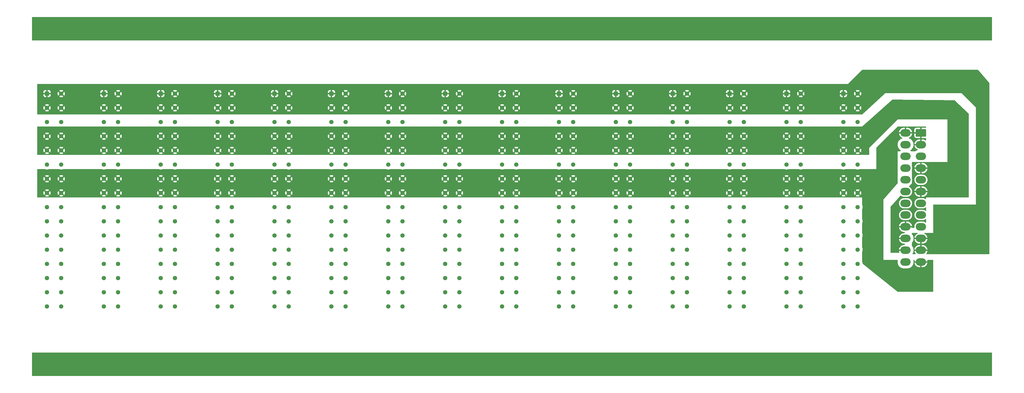
<source format=gtl>
G04 #@! TF.GenerationSoftware,KiCad,Pcbnew,(6.0.9-0)*
G04 #@! TF.CreationDate,2023-02-07T08:34:52+01:00*
G04 #@! TF.ProjectId,Backplane,4261636b-706c-4616-9e65-2e6b69636164,A*
G04 #@! TF.SameCoordinates,Original*
G04 #@! TF.FileFunction,Copper,L1,Top*
G04 #@! TF.FilePolarity,Positive*
%FSLAX46Y46*%
G04 Gerber Fmt 4.6, Leading zero omitted, Abs format (unit mm)*
G04 Created by KiCad (PCBNEW (6.0.9-0)) date 2023-02-07 08:34:52*
%MOMM*%
%LPD*%
G01*
G04 APERTURE LIST*
G04 Aperture macros list*
%AMRoundRect*
0 Rectangle with rounded corners*
0 $1 Rounding radius*
0 $2 $3 $4 $5 $6 $7 $8 $9 X,Y pos of 4 corners*
0 Add a 4 corners polygon primitive as box body*
4,1,4,$2,$3,$4,$5,$6,$7,$8,$9,$2,$3,0*
0 Add four circle primitives for the rounded corners*
1,1,$1+$1,$2,$3*
1,1,$1+$1,$4,$5*
1,1,$1+$1,$6,$7*
1,1,$1+$1,$8,$9*
0 Add four rect primitives between the rounded corners*
20,1,$1+$1,$2,$3,$4,$5,0*
20,1,$1+$1,$4,$5,$6,$7,0*
20,1,$1+$1,$6,$7,$8,$9,0*
20,1,$1+$1,$8,$9,$2,$3,0*%
G04 Aperture macros list end*
G04 #@! TA.AperFunction,ComponentPad*
%ADD10RoundRect,0.249999X-0.525001X-0.525001X0.525001X-0.525001X0.525001X0.525001X-0.525001X0.525001X0*%
G04 #@! TD*
G04 #@! TA.AperFunction,ComponentPad*
%ADD11C,1.550000*%
G04 #@! TD*
G04 #@! TA.AperFunction,ComponentPad*
%ADD12C,5.500000*%
G04 #@! TD*
G04 #@! TA.AperFunction,ComponentPad*
%ADD13RoundRect,0.250001X-1.599999X1.099999X-1.599999X-1.099999X1.599999X-1.099999X1.599999X1.099999X0*%
G04 #@! TD*
G04 #@! TA.AperFunction,ComponentPad*
%ADD14O,3.700000X2.700000*%
G04 #@! TD*
G04 APERTURE END LIST*
D10*
X63757500Y-105700000D03*
D11*
X63757500Y-110780000D03*
X63757500Y-115860000D03*
X63757500Y-120940000D03*
X63757500Y-126020000D03*
X63757500Y-131100000D03*
X63757500Y-136180000D03*
X63757500Y-141260000D03*
X63757500Y-146340000D03*
X63757500Y-151420000D03*
X63757500Y-156500000D03*
X63757500Y-161580000D03*
X63757500Y-166660000D03*
X63757500Y-171740000D03*
X63757500Y-176820000D03*
X63757500Y-181900000D03*
X68837500Y-105700000D03*
X68837500Y-110780000D03*
X68837500Y-115860000D03*
X68837500Y-120940000D03*
X68837500Y-126020000D03*
X68837500Y-131100000D03*
X68837500Y-136180000D03*
X68837500Y-141260000D03*
X68837500Y-146340000D03*
X68837500Y-151420000D03*
X68837500Y-156500000D03*
X68837500Y-161580000D03*
X68837500Y-166660000D03*
X68837500Y-171740000D03*
X68837500Y-176820000D03*
X68837500Y-181900000D03*
D10*
X43437500Y-105700000D03*
D11*
X43437500Y-110780000D03*
X43437500Y-115860000D03*
X43437500Y-120940000D03*
X43437500Y-126020000D03*
X43437500Y-131100000D03*
X43437500Y-136180000D03*
X43437500Y-141260000D03*
X43437500Y-146340000D03*
X43437500Y-151420000D03*
X43437500Y-156500000D03*
X43437500Y-161580000D03*
X43437500Y-166660000D03*
X43437500Y-171740000D03*
X43437500Y-176820000D03*
X43437500Y-181900000D03*
X48517500Y-105700000D03*
X48517500Y-110780000D03*
X48517500Y-115860000D03*
X48517500Y-120940000D03*
X48517500Y-126020000D03*
X48517500Y-131100000D03*
X48517500Y-136180000D03*
X48517500Y-141260000D03*
X48517500Y-146340000D03*
X48517500Y-151420000D03*
X48517500Y-156500000D03*
X48517500Y-161580000D03*
X48517500Y-166660000D03*
X48517500Y-171740000D03*
X48517500Y-176820000D03*
X48517500Y-181900000D03*
D10*
X165357500Y-105700000D03*
D11*
X165357500Y-110780000D03*
X165357500Y-115860000D03*
X165357500Y-120940000D03*
X165357500Y-126020000D03*
X165357500Y-131100000D03*
X165357500Y-136180000D03*
X165357500Y-141260000D03*
X165357500Y-146340000D03*
X165357500Y-151420000D03*
X165357500Y-156500000D03*
X165357500Y-161580000D03*
X165357500Y-166660000D03*
X165357500Y-171740000D03*
X165357500Y-176820000D03*
X165357500Y-181900000D03*
X170437500Y-105700000D03*
X170437500Y-110780000D03*
X170437500Y-115860000D03*
X170437500Y-120940000D03*
X170437500Y-126020000D03*
X170437500Y-131100000D03*
X170437500Y-136180000D03*
X170437500Y-141260000D03*
X170437500Y-146340000D03*
X170437500Y-151420000D03*
X170437500Y-156500000D03*
X170437500Y-161580000D03*
X170437500Y-166660000D03*
X170437500Y-171740000D03*
X170437500Y-176820000D03*
X170437500Y-181900000D03*
D10*
X84077500Y-105700000D03*
D11*
X84077500Y-110780000D03*
X84077500Y-115860000D03*
X84077500Y-120940000D03*
X84077500Y-126020000D03*
X84077500Y-131100000D03*
X84077500Y-136180000D03*
X84077500Y-141260000D03*
X84077500Y-146340000D03*
X84077500Y-151420000D03*
X84077500Y-156500000D03*
X84077500Y-161580000D03*
X84077500Y-166660000D03*
X84077500Y-171740000D03*
X84077500Y-176820000D03*
X84077500Y-181900000D03*
X89157500Y-105700000D03*
X89157500Y-110780000D03*
X89157500Y-115860000D03*
X89157500Y-120940000D03*
X89157500Y-126020000D03*
X89157500Y-131100000D03*
X89157500Y-136180000D03*
X89157500Y-141260000D03*
X89157500Y-146340000D03*
X89157500Y-151420000D03*
X89157500Y-156500000D03*
X89157500Y-161580000D03*
X89157500Y-166660000D03*
X89157500Y-171740000D03*
X89157500Y-176820000D03*
X89157500Y-181900000D03*
D12*
X330200000Y-81280000D03*
X370840000Y-81280000D03*
X106680000Y-81280000D03*
D10*
X185677500Y-105700000D03*
D11*
X185677500Y-110780000D03*
X185677500Y-115860000D03*
X185677500Y-120940000D03*
X185677500Y-126020000D03*
X185677500Y-131100000D03*
X185677500Y-136180000D03*
X185677500Y-141260000D03*
X185677500Y-146340000D03*
X185677500Y-151420000D03*
X185677500Y-156500000D03*
X185677500Y-161580000D03*
X185677500Y-166660000D03*
X185677500Y-171740000D03*
X185677500Y-176820000D03*
X185677500Y-181900000D03*
X190757500Y-105700000D03*
X190757500Y-110780000D03*
X190757500Y-115860000D03*
X190757500Y-120940000D03*
X190757500Y-126020000D03*
X190757500Y-131100000D03*
X190757500Y-136180000D03*
X190757500Y-141260000D03*
X190757500Y-146340000D03*
X190757500Y-151420000D03*
X190757500Y-156500000D03*
X190757500Y-161580000D03*
X190757500Y-166660000D03*
X190757500Y-171740000D03*
X190757500Y-176820000D03*
X190757500Y-181900000D03*
D12*
X147320000Y-81280000D03*
D10*
X145037500Y-105700000D03*
D11*
X145037500Y-110780000D03*
X145037500Y-115860000D03*
X145037500Y-120940000D03*
X145037500Y-126020000D03*
X145037500Y-131100000D03*
X145037500Y-136180000D03*
X145037500Y-141260000D03*
X145037500Y-146340000D03*
X145037500Y-151420000D03*
X145037500Y-156500000D03*
X145037500Y-161580000D03*
X145037500Y-166660000D03*
X145037500Y-171740000D03*
X145037500Y-176820000D03*
X145037500Y-181900000D03*
X150117500Y-105700000D03*
X150117500Y-110780000D03*
X150117500Y-115860000D03*
X150117500Y-120940000D03*
X150117500Y-126020000D03*
X150117500Y-131100000D03*
X150117500Y-136180000D03*
X150117500Y-141260000D03*
X150117500Y-146340000D03*
X150117500Y-151420000D03*
X150117500Y-156500000D03*
X150117500Y-161580000D03*
X150117500Y-166660000D03*
X150117500Y-171740000D03*
X150117500Y-176820000D03*
X150117500Y-181900000D03*
D12*
X167640000Y-81280000D03*
X187960000Y-81280000D03*
X248920000Y-203780000D03*
D10*
X327917500Y-105700000D03*
D11*
X327917500Y-110780000D03*
X327917500Y-115860000D03*
X327917500Y-120940000D03*
X327917500Y-126020000D03*
X327917500Y-131100000D03*
X327917500Y-136180000D03*
X327917500Y-141260000D03*
X327917500Y-146340000D03*
X327917500Y-151420000D03*
X327917500Y-156500000D03*
X327917500Y-161580000D03*
X327917500Y-166660000D03*
X327917500Y-171740000D03*
X327917500Y-176820000D03*
X327917500Y-181900000D03*
X332997500Y-105700000D03*
X332997500Y-110780000D03*
X332997500Y-115860000D03*
X332997500Y-120940000D03*
X332997500Y-126020000D03*
X332997500Y-131100000D03*
X332997500Y-136180000D03*
X332997500Y-141260000D03*
X332997500Y-146340000D03*
X332997500Y-151420000D03*
X332997500Y-156500000D03*
X332997500Y-161580000D03*
X332997500Y-166660000D03*
X332997500Y-171740000D03*
X332997500Y-176820000D03*
X332997500Y-181900000D03*
D12*
X86360000Y-203780000D03*
X208280000Y-81280000D03*
X66040000Y-203780000D03*
D13*
X355600000Y-119765000D03*
D14*
X355600000Y-123965000D03*
X355600000Y-128165000D03*
X355600000Y-132365000D03*
X355600000Y-136565000D03*
X355600000Y-140765000D03*
X355600000Y-144965000D03*
X355600000Y-149165000D03*
X355600000Y-153365000D03*
X355600000Y-157565000D03*
X355600000Y-161765000D03*
X355600000Y-165965000D03*
X350100000Y-119765000D03*
X350100000Y-123965000D03*
X350100000Y-128165000D03*
X350100000Y-132365000D03*
X350100000Y-136565000D03*
X350100000Y-140765000D03*
X350100000Y-144965000D03*
X350100000Y-149165000D03*
X350100000Y-153365000D03*
X350100000Y-157565000D03*
X350100000Y-161765000D03*
X350100000Y-165965000D03*
D12*
X248920000Y-81280000D03*
X350520000Y-81280000D03*
X147320000Y-203780000D03*
D10*
X307597500Y-105700000D03*
D11*
X307597500Y-110780000D03*
X307597500Y-115860000D03*
X307597500Y-120940000D03*
X307597500Y-126020000D03*
X307597500Y-131100000D03*
X307597500Y-136180000D03*
X307597500Y-141260000D03*
X307597500Y-146340000D03*
X307597500Y-151420000D03*
X307597500Y-156500000D03*
X307597500Y-161580000D03*
X307597500Y-166660000D03*
X307597500Y-171740000D03*
X307597500Y-176820000D03*
X307597500Y-181900000D03*
X312677500Y-105700000D03*
X312677500Y-110780000D03*
X312677500Y-115860000D03*
X312677500Y-120940000D03*
X312677500Y-126020000D03*
X312677500Y-131100000D03*
X312677500Y-136180000D03*
X312677500Y-141260000D03*
X312677500Y-146340000D03*
X312677500Y-151420000D03*
X312677500Y-156500000D03*
X312677500Y-161580000D03*
X312677500Y-166660000D03*
X312677500Y-171740000D03*
X312677500Y-176820000D03*
X312677500Y-181900000D03*
D12*
X45720000Y-81280000D03*
D10*
X226317500Y-105700000D03*
D11*
X226317500Y-110780000D03*
X226317500Y-115860000D03*
X226317500Y-120940000D03*
X226317500Y-126020000D03*
X226317500Y-131100000D03*
X226317500Y-136180000D03*
X226317500Y-141260000D03*
X226317500Y-146340000D03*
X226317500Y-151420000D03*
X226317500Y-156500000D03*
X226317500Y-161580000D03*
X226317500Y-166660000D03*
X226317500Y-171740000D03*
X226317500Y-176820000D03*
X226317500Y-181900000D03*
X231397500Y-105700000D03*
X231397500Y-110780000D03*
X231397500Y-115860000D03*
X231397500Y-120940000D03*
X231397500Y-126020000D03*
X231397500Y-131100000D03*
X231397500Y-136180000D03*
X231397500Y-141260000D03*
X231397500Y-146340000D03*
X231397500Y-151420000D03*
X231397500Y-156500000D03*
X231397500Y-161580000D03*
X231397500Y-166660000D03*
X231397500Y-171740000D03*
X231397500Y-176820000D03*
X231397500Y-181900000D03*
D12*
X289560000Y-81280000D03*
D10*
X287277500Y-105700000D03*
D11*
X287277500Y-110780000D03*
X287277500Y-115860000D03*
X287277500Y-120940000D03*
X287277500Y-126020000D03*
X287277500Y-131100000D03*
X287277500Y-136180000D03*
X287277500Y-141260000D03*
X287277500Y-146340000D03*
X287277500Y-151420000D03*
X287277500Y-156500000D03*
X287277500Y-161580000D03*
X287277500Y-166660000D03*
X287277500Y-171740000D03*
X287277500Y-176820000D03*
X287277500Y-181900000D03*
X292357500Y-105700000D03*
X292357500Y-110780000D03*
X292357500Y-115860000D03*
X292357500Y-120940000D03*
X292357500Y-126020000D03*
X292357500Y-131100000D03*
X292357500Y-136180000D03*
X292357500Y-141260000D03*
X292357500Y-146340000D03*
X292357500Y-151420000D03*
X292357500Y-156500000D03*
X292357500Y-161580000D03*
X292357500Y-166660000D03*
X292357500Y-171740000D03*
X292357500Y-176820000D03*
X292357500Y-181900000D03*
D12*
X228600000Y-203780000D03*
X309880000Y-81280000D03*
X370840000Y-203780000D03*
X330200000Y-203780000D03*
X289560000Y-203780000D03*
X187960000Y-203780000D03*
X208280000Y-203780000D03*
D10*
X124717500Y-105700000D03*
D11*
X124717500Y-110780000D03*
X124717500Y-115860000D03*
X124717500Y-120940000D03*
X124717500Y-126020000D03*
X124717500Y-131100000D03*
X124717500Y-136180000D03*
X124717500Y-141260000D03*
X124717500Y-146340000D03*
X124717500Y-151420000D03*
X124717500Y-156500000D03*
X124717500Y-161580000D03*
X124717500Y-166660000D03*
X124717500Y-171740000D03*
X124717500Y-176820000D03*
X124717500Y-181900000D03*
X129797500Y-105700000D03*
X129797500Y-110780000D03*
X129797500Y-115860000D03*
X129797500Y-120940000D03*
X129797500Y-126020000D03*
X129797500Y-131100000D03*
X129797500Y-136180000D03*
X129797500Y-141260000D03*
X129797500Y-146340000D03*
X129797500Y-151420000D03*
X129797500Y-156500000D03*
X129797500Y-161580000D03*
X129797500Y-166660000D03*
X129797500Y-171740000D03*
X129797500Y-176820000D03*
X129797500Y-181900000D03*
D12*
X269240000Y-203780000D03*
D10*
X205997500Y-105700000D03*
D11*
X205997500Y-110780000D03*
X205997500Y-115860000D03*
X205997500Y-120940000D03*
X205997500Y-126020000D03*
X205997500Y-131100000D03*
X205997500Y-136180000D03*
X205997500Y-141260000D03*
X205997500Y-146340000D03*
X205997500Y-151420000D03*
X205997500Y-156500000D03*
X205997500Y-161580000D03*
X205997500Y-166660000D03*
X205997500Y-171740000D03*
X205997500Y-176820000D03*
X205997500Y-181900000D03*
X211077500Y-105700000D03*
X211077500Y-110780000D03*
X211077500Y-115860000D03*
X211077500Y-120940000D03*
X211077500Y-126020000D03*
X211077500Y-131100000D03*
X211077500Y-136180000D03*
X211077500Y-141260000D03*
X211077500Y-146340000D03*
X211077500Y-151420000D03*
X211077500Y-156500000D03*
X211077500Y-161580000D03*
X211077500Y-166660000D03*
X211077500Y-171740000D03*
X211077500Y-176820000D03*
X211077500Y-181900000D03*
D12*
X309880000Y-203780000D03*
D10*
X266957500Y-105700000D03*
D11*
X266957500Y-110780000D03*
X266957500Y-115860000D03*
X266957500Y-120940000D03*
X266957500Y-126020000D03*
X266957500Y-131100000D03*
X266957500Y-136180000D03*
X266957500Y-141260000D03*
X266957500Y-146340000D03*
X266957500Y-151420000D03*
X266957500Y-156500000D03*
X266957500Y-161580000D03*
X266957500Y-166660000D03*
X266957500Y-171740000D03*
X266957500Y-176820000D03*
X266957500Y-181900000D03*
X272037500Y-105700000D03*
X272037500Y-110780000D03*
X272037500Y-115860000D03*
X272037500Y-120940000D03*
X272037500Y-126020000D03*
X272037500Y-131100000D03*
X272037500Y-136180000D03*
X272037500Y-141260000D03*
X272037500Y-146340000D03*
X272037500Y-151420000D03*
X272037500Y-156500000D03*
X272037500Y-161580000D03*
X272037500Y-166660000D03*
X272037500Y-171740000D03*
X272037500Y-176820000D03*
X272037500Y-181900000D03*
D12*
X228600000Y-81280000D03*
X86360000Y-81280000D03*
X66040000Y-81280000D03*
D10*
X246637500Y-105700000D03*
D11*
X246637500Y-110780000D03*
X246637500Y-115860000D03*
X246637500Y-120940000D03*
X246637500Y-126020000D03*
X246637500Y-131100000D03*
X246637500Y-136180000D03*
X246637500Y-141260000D03*
X246637500Y-146340000D03*
X246637500Y-151420000D03*
X246637500Y-156500000D03*
X246637500Y-161580000D03*
X246637500Y-166660000D03*
X246637500Y-171740000D03*
X246637500Y-176820000D03*
X246637500Y-181900000D03*
X251717500Y-105700000D03*
X251717500Y-110780000D03*
X251717500Y-115860000D03*
X251717500Y-120940000D03*
X251717500Y-126020000D03*
X251717500Y-131100000D03*
X251717500Y-136180000D03*
X251717500Y-141260000D03*
X251717500Y-146340000D03*
X251717500Y-151420000D03*
X251717500Y-156500000D03*
X251717500Y-161580000D03*
X251717500Y-166660000D03*
X251717500Y-171740000D03*
X251717500Y-176820000D03*
X251717500Y-181900000D03*
D12*
X45720000Y-203780000D03*
X127000000Y-81280000D03*
D10*
X104397500Y-105700000D03*
D11*
X104397500Y-110780000D03*
X104397500Y-115860000D03*
X104397500Y-120940000D03*
X104397500Y-126020000D03*
X104397500Y-131100000D03*
X104397500Y-136180000D03*
X104397500Y-141260000D03*
X104397500Y-146340000D03*
X104397500Y-151420000D03*
X104397500Y-156500000D03*
X104397500Y-161580000D03*
X104397500Y-166660000D03*
X104397500Y-171740000D03*
X104397500Y-176820000D03*
X104397500Y-181900000D03*
X109477500Y-105700000D03*
X109477500Y-110780000D03*
X109477500Y-115860000D03*
X109477500Y-120940000D03*
X109477500Y-126020000D03*
X109477500Y-131100000D03*
X109477500Y-136180000D03*
X109477500Y-141260000D03*
X109477500Y-146340000D03*
X109477500Y-151420000D03*
X109477500Y-156500000D03*
X109477500Y-161580000D03*
X109477500Y-166660000D03*
X109477500Y-171740000D03*
X109477500Y-176820000D03*
X109477500Y-181900000D03*
D12*
X167640000Y-203780000D03*
X269240000Y-81280000D03*
X127000000Y-203780000D03*
X106680000Y-203780000D03*
X350520000Y-203780000D03*
G04 #@! TA.AperFunction,Conductor*
G36*
X380941121Y-198430002D02*
G01*
X380987614Y-198483658D01*
X380999000Y-198536000D01*
X380999000Y-206678000D01*
X380978998Y-206746121D01*
X380925342Y-206792614D01*
X380873000Y-206804000D01*
X38227000Y-206804000D01*
X38158879Y-206783998D01*
X38112386Y-206730342D01*
X38101000Y-206678000D01*
X38101000Y-198536000D01*
X38121002Y-198467879D01*
X38174658Y-198421386D01*
X38227000Y-198410000D01*
X380873000Y-198410000D01*
X380941121Y-198430002D01*
G37*
G04 #@! TD.AperFunction*
G04 #@! TA.AperFunction,Conductor*
G36*
X375930305Y-97165002D02*
G01*
X375957704Y-97188830D01*
X379969020Y-101851870D01*
X379998281Y-101916556D01*
X379999500Y-101934040D01*
X379999500Y-163059000D01*
X379979498Y-163127121D01*
X379925842Y-163173614D01*
X379873500Y-163185000D01*
X357609653Y-163185000D01*
X357541532Y-163164998D01*
X357495039Y-163111342D01*
X357484935Y-163041068D01*
X357514429Y-162976488D01*
X357519559Y-162970915D01*
X357519737Y-162970733D01*
X357525618Y-162963774D01*
X357678922Y-162753157D01*
X357683733Y-162745427D01*
X357805031Y-162514878D01*
X357808678Y-162506528D01*
X357895419Y-162260901D01*
X357897825Y-162252106D01*
X357940267Y-162036775D01*
X357939088Y-162023863D01*
X357923985Y-162019000D01*
X353275826Y-162019000D01*
X353261349Y-162023251D01*
X353259286Y-162035512D01*
X353262685Y-162071133D01*
X353264205Y-162080125D01*
X353326122Y-162333158D01*
X353328922Y-162341827D01*
X353426722Y-162583282D01*
X353430744Y-162591455D01*
X353562368Y-162816253D01*
X353567536Y-162823772D01*
X353692718Y-162980306D01*
X353719642Y-163045999D01*
X353706776Y-163115820D01*
X353658204Y-163167601D01*
X353594315Y-163185000D01*
X352713838Y-163185000D01*
X352645717Y-163164998D01*
X352599224Y-163111342D01*
X352589120Y-163041068D01*
X352609073Y-162988999D01*
X352637662Y-162946213D01*
X352637670Y-162946200D01*
X352639960Y-162942772D01*
X352776238Y-162666427D01*
X352827682Y-162514878D01*
X352873954Y-162378566D01*
X352873955Y-162378563D01*
X352875280Y-162374659D01*
X352899658Y-162252106D01*
X352934587Y-162076503D01*
X352934587Y-162076500D01*
X352935391Y-162072460D01*
X352938617Y-162023251D01*
X352955273Y-161769119D01*
X352955543Y-161765000D01*
X352949525Y-161673183D01*
X352937730Y-161493225D01*
X353259733Y-161493225D01*
X353260912Y-161506137D01*
X353276015Y-161511000D01*
X355327885Y-161511000D01*
X355343124Y-161506525D01*
X355344329Y-161505135D01*
X355346000Y-161497452D01*
X355346000Y-161492885D01*
X355854000Y-161492885D01*
X355858475Y-161508124D01*
X355859865Y-161509329D01*
X355867548Y-161511000D01*
X357924174Y-161511000D01*
X357938651Y-161506749D01*
X357940714Y-161494488D01*
X357937315Y-161458867D01*
X357935795Y-161449875D01*
X357873878Y-161196842D01*
X357871078Y-161188173D01*
X357773278Y-160946718D01*
X357769256Y-160938545D01*
X357637632Y-160713747D01*
X357632469Y-160706235D01*
X357469769Y-160502787D01*
X357463580Y-160496104D01*
X357273206Y-160318267D01*
X357266129Y-160312557D01*
X357052082Y-160164066D01*
X357044241Y-160159429D01*
X356811003Y-160043396D01*
X356802578Y-160039940D01*
X356555026Y-159958788D01*
X356546201Y-159956588D01*
X356288811Y-159911897D01*
X356281193Y-159911050D01*
X356201408Y-159907078D01*
X356198267Y-159907000D01*
X355872115Y-159907000D01*
X355856876Y-159911475D01*
X355855671Y-159912865D01*
X355854000Y-159920548D01*
X355854000Y-161492885D01*
X355346000Y-161492885D01*
X355346000Y-159925115D01*
X355341525Y-159909876D01*
X355340135Y-159908671D01*
X355332452Y-159907000D01*
X355033794Y-159907000D01*
X355029223Y-159907165D01*
X354835620Y-159921213D01*
X354826611Y-159922527D01*
X354572231Y-159978689D01*
X354563501Y-159981292D01*
X354319893Y-160073586D01*
X354311632Y-160077421D01*
X354083899Y-160203915D01*
X354076274Y-160208905D01*
X353869191Y-160366946D01*
X353862364Y-160372986D01*
X353680265Y-160559264D01*
X353674382Y-160566226D01*
X353521078Y-160776843D01*
X353516267Y-160784573D01*
X353394969Y-161015122D01*
X353391322Y-161023472D01*
X353304581Y-161269099D01*
X353302175Y-161277894D01*
X353259733Y-161493225D01*
X352937730Y-161493225D01*
X352935661Y-161461655D01*
X352935660Y-161461651D01*
X352935391Y-161457540D01*
X352934587Y-161453497D01*
X352876085Y-161159386D01*
X352876083Y-161159380D01*
X352875280Y-161155341D01*
X352830517Y-161023472D01*
X352777564Y-160867479D01*
X352777564Y-160867478D01*
X352776238Y-160863573D01*
X352639960Y-160587229D01*
X352468778Y-160331036D01*
X352466064Y-160327942D01*
X352466060Y-160327936D01*
X352381268Y-160231250D01*
X352351391Y-160166845D01*
X352350000Y-160148172D01*
X352350000Y-159181828D01*
X352370002Y-159113707D01*
X352381268Y-159098750D01*
X352466060Y-159002064D01*
X352466064Y-159002058D01*
X352468778Y-158998964D01*
X352492773Y-158963054D01*
X352637666Y-158746205D01*
X352639960Y-158742772D01*
X352776238Y-158466427D01*
X352827682Y-158314878D01*
X352873954Y-158178566D01*
X352873955Y-158178563D01*
X352875280Y-158174659D01*
X352894248Y-158079304D01*
X352934587Y-157876503D01*
X352934587Y-157876500D01*
X352935391Y-157872460D01*
X352936609Y-157853887D01*
X352937813Y-157835512D01*
X353259286Y-157835512D01*
X353262685Y-157871133D01*
X353264205Y-157880125D01*
X353326122Y-158133158D01*
X353328922Y-158141827D01*
X353426722Y-158383282D01*
X353430744Y-158391455D01*
X353562368Y-158616253D01*
X353567531Y-158623765D01*
X353730231Y-158827213D01*
X353736420Y-158833896D01*
X353926794Y-159011733D01*
X353933871Y-159017443D01*
X354147918Y-159165934D01*
X354155759Y-159170571D01*
X354388997Y-159286604D01*
X354397422Y-159290060D01*
X354644974Y-159371212D01*
X354653799Y-159373412D01*
X354911189Y-159418103D01*
X354918807Y-159418950D01*
X354998592Y-159422922D01*
X355001733Y-159423000D01*
X355327885Y-159423000D01*
X355343124Y-159418525D01*
X355344329Y-159417135D01*
X355346000Y-159409452D01*
X355346000Y-159404885D01*
X355854000Y-159404885D01*
X355858475Y-159420124D01*
X355859865Y-159421329D01*
X355867548Y-159423000D01*
X356166206Y-159423000D01*
X356170777Y-159422835D01*
X356364380Y-159408787D01*
X356373389Y-159407473D01*
X356627769Y-159351311D01*
X356636499Y-159348708D01*
X356880107Y-159256414D01*
X356888368Y-159252579D01*
X357116101Y-159126085D01*
X357123726Y-159121095D01*
X357330809Y-158963054D01*
X357337636Y-158957014D01*
X357519735Y-158770736D01*
X357525618Y-158763774D01*
X357678922Y-158553157D01*
X357683733Y-158545427D01*
X357805031Y-158314878D01*
X357808678Y-158306528D01*
X357895419Y-158060901D01*
X357897825Y-158052106D01*
X357940267Y-157836775D01*
X357939088Y-157823863D01*
X357923985Y-157819000D01*
X355872115Y-157819000D01*
X355856876Y-157823475D01*
X355855671Y-157824865D01*
X355854000Y-157832548D01*
X355854000Y-159404885D01*
X355346000Y-159404885D01*
X355346000Y-157837115D01*
X355341525Y-157821876D01*
X355340135Y-157820671D01*
X355332452Y-157819000D01*
X353275826Y-157819000D01*
X353261349Y-157823251D01*
X353259286Y-157835512D01*
X352937813Y-157835512D01*
X352955273Y-157569119D01*
X352955543Y-157565000D01*
X352953630Y-157535814D01*
X352935661Y-157261655D01*
X352935660Y-157261651D01*
X352935391Y-157257540D01*
X352934587Y-157253497D01*
X352876085Y-156959386D01*
X352876083Y-156959380D01*
X352875280Y-156955341D01*
X352830517Y-156823472D01*
X352777564Y-156667479D01*
X352777564Y-156667478D01*
X352776238Y-156663573D01*
X352639960Y-156387229D01*
X352468778Y-156131036D01*
X352466064Y-156127942D01*
X352466060Y-156127936D01*
X352381268Y-156031250D01*
X352351391Y-155966845D01*
X352350000Y-155948172D01*
X352350000Y-155691000D01*
X352370002Y-155622879D01*
X352423658Y-155576386D01*
X352476000Y-155565000D01*
X354247772Y-155565000D01*
X354288273Y-155571687D01*
X354392922Y-155607211D01*
X354450997Y-155648047D01*
X354477776Y-155713800D01*
X354464755Y-155783592D01*
X354416068Y-155835265D01*
X354397061Y-155844350D01*
X354319893Y-155873586D01*
X354311632Y-155877421D01*
X354083899Y-156003915D01*
X354076274Y-156008905D01*
X353869191Y-156166946D01*
X353862364Y-156172986D01*
X353680265Y-156359264D01*
X353674382Y-156366226D01*
X353521078Y-156576843D01*
X353516267Y-156584573D01*
X353394969Y-156815122D01*
X353391322Y-156823472D01*
X353304581Y-157069099D01*
X353302175Y-157077894D01*
X353259733Y-157293225D01*
X353260912Y-157306137D01*
X353276015Y-157311000D01*
X357924174Y-157311000D01*
X357938651Y-157306749D01*
X357940714Y-157294488D01*
X357937315Y-157258867D01*
X357935795Y-157249875D01*
X357873878Y-156996842D01*
X357871078Y-156988173D01*
X357773278Y-156746718D01*
X357769256Y-156738545D01*
X357637632Y-156513747D01*
X357632469Y-156506235D01*
X357469769Y-156302787D01*
X357463580Y-156296104D01*
X357273206Y-156118267D01*
X357266129Y-156112557D01*
X357052082Y-155964066D01*
X357044241Y-155959429D01*
X356811005Y-155843397D01*
X356805524Y-155841149D01*
X356750086Y-155796795D01*
X356727429Y-155729511D01*
X356744745Y-155660659D01*
X356796536Y-155612098D01*
X356812830Y-155605258D01*
X356911728Y-155571687D01*
X356952228Y-155565000D01*
X359970000Y-155565000D01*
X359970000Y-145531000D01*
X359990002Y-145462879D01*
X360043658Y-145416386D01*
X360096000Y-145405000D01*
X375210000Y-145405000D01*
X375210000Y-110620000D01*
X370130000Y-105540000D01*
X342900000Y-105540000D01*
X335990990Y-111860127D01*
X334606109Y-113126969D01*
X334542346Y-113158190D01*
X334521064Y-113160000D01*
X40056000Y-113160000D01*
X39987879Y-113139998D01*
X39941386Y-113086342D01*
X39930000Y-113034000D01*
X39930000Y-111848112D01*
X42733943Y-111848112D01*
X42743239Y-111860127D01*
X42789041Y-111892198D01*
X42798536Y-111897681D01*
X42992030Y-111987908D01*
X43002322Y-111991654D01*
X43208543Y-112046911D01*
X43219338Y-112048814D01*
X43432025Y-112067422D01*
X43442975Y-112067422D01*
X43655662Y-112048814D01*
X43666457Y-112046911D01*
X43872678Y-111991654D01*
X43882970Y-111987908D01*
X44076464Y-111897681D01*
X44085959Y-111892198D01*
X44132599Y-111859540D01*
X44140974Y-111849063D01*
X44140474Y-111848112D01*
X47813943Y-111848112D01*
X47823239Y-111860127D01*
X47869041Y-111892198D01*
X47878536Y-111897681D01*
X48072030Y-111987908D01*
X48082322Y-111991654D01*
X48288543Y-112046911D01*
X48299338Y-112048814D01*
X48512025Y-112067422D01*
X48522975Y-112067422D01*
X48735662Y-112048814D01*
X48746457Y-112046911D01*
X48952678Y-111991654D01*
X48962970Y-111987908D01*
X49156464Y-111897681D01*
X49165959Y-111892198D01*
X49212599Y-111859540D01*
X49220974Y-111849063D01*
X49220474Y-111848112D01*
X63053943Y-111848112D01*
X63063239Y-111860127D01*
X63109041Y-111892198D01*
X63118536Y-111897681D01*
X63312030Y-111987908D01*
X63322322Y-111991654D01*
X63528543Y-112046911D01*
X63539338Y-112048814D01*
X63752025Y-112067422D01*
X63762975Y-112067422D01*
X63975662Y-112048814D01*
X63986457Y-112046911D01*
X64192678Y-111991654D01*
X64202970Y-111987908D01*
X64396464Y-111897681D01*
X64405959Y-111892198D01*
X64452599Y-111859540D01*
X64460974Y-111849063D01*
X64460474Y-111848112D01*
X68133943Y-111848112D01*
X68143239Y-111860127D01*
X68189041Y-111892198D01*
X68198536Y-111897681D01*
X68392030Y-111987908D01*
X68402322Y-111991654D01*
X68608543Y-112046911D01*
X68619338Y-112048814D01*
X68832025Y-112067422D01*
X68842975Y-112067422D01*
X69055662Y-112048814D01*
X69066457Y-112046911D01*
X69272678Y-111991654D01*
X69282970Y-111987908D01*
X69476464Y-111897681D01*
X69485959Y-111892198D01*
X69532599Y-111859540D01*
X69540974Y-111849063D01*
X69540474Y-111848112D01*
X83373943Y-111848112D01*
X83383239Y-111860127D01*
X83429041Y-111892198D01*
X83438536Y-111897681D01*
X83632030Y-111987908D01*
X83642322Y-111991654D01*
X83848543Y-112046911D01*
X83859338Y-112048814D01*
X84072025Y-112067422D01*
X84082975Y-112067422D01*
X84295662Y-112048814D01*
X84306457Y-112046911D01*
X84512678Y-111991654D01*
X84522970Y-111987908D01*
X84716464Y-111897681D01*
X84725959Y-111892198D01*
X84772599Y-111859540D01*
X84780974Y-111849063D01*
X84780474Y-111848112D01*
X88453943Y-111848112D01*
X88463239Y-111860127D01*
X88509041Y-111892198D01*
X88518536Y-111897681D01*
X88712030Y-111987908D01*
X88722322Y-111991654D01*
X88928543Y-112046911D01*
X88939338Y-112048814D01*
X89152025Y-112067422D01*
X89162975Y-112067422D01*
X89375662Y-112048814D01*
X89386457Y-112046911D01*
X89592678Y-111991654D01*
X89602970Y-111987908D01*
X89796464Y-111897681D01*
X89805959Y-111892198D01*
X89852599Y-111859540D01*
X89860974Y-111849063D01*
X89860474Y-111848112D01*
X103693943Y-111848112D01*
X103703239Y-111860127D01*
X103749041Y-111892198D01*
X103758536Y-111897681D01*
X103952030Y-111987908D01*
X103962322Y-111991654D01*
X104168543Y-112046911D01*
X104179338Y-112048814D01*
X104392025Y-112067422D01*
X104402975Y-112067422D01*
X104615662Y-112048814D01*
X104626457Y-112046911D01*
X104832678Y-111991654D01*
X104842970Y-111987908D01*
X105036464Y-111897681D01*
X105045959Y-111892198D01*
X105092599Y-111859540D01*
X105100974Y-111849063D01*
X105100474Y-111848112D01*
X108773943Y-111848112D01*
X108783239Y-111860127D01*
X108829041Y-111892198D01*
X108838536Y-111897681D01*
X109032030Y-111987908D01*
X109042322Y-111991654D01*
X109248543Y-112046911D01*
X109259338Y-112048814D01*
X109472025Y-112067422D01*
X109482975Y-112067422D01*
X109695662Y-112048814D01*
X109706457Y-112046911D01*
X109912678Y-111991654D01*
X109922970Y-111987908D01*
X110116464Y-111897681D01*
X110125959Y-111892198D01*
X110172599Y-111859540D01*
X110180974Y-111849063D01*
X110180474Y-111848112D01*
X124013943Y-111848112D01*
X124023239Y-111860127D01*
X124069041Y-111892198D01*
X124078536Y-111897681D01*
X124272030Y-111987908D01*
X124282322Y-111991654D01*
X124488543Y-112046911D01*
X124499338Y-112048814D01*
X124712025Y-112067422D01*
X124722975Y-112067422D01*
X124935662Y-112048814D01*
X124946457Y-112046911D01*
X125152678Y-111991654D01*
X125162970Y-111987908D01*
X125356464Y-111897681D01*
X125365959Y-111892198D01*
X125412599Y-111859540D01*
X125420974Y-111849063D01*
X125420474Y-111848112D01*
X129093943Y-111848112D01*
X129103239Y-111860127D01*
X129149041Y-111892198D01*
X129158536Y-111897681D01*
X129352030Y-111987908D01*
X129362322Y-111991654D01*
X129568543Y-112046911D01*
X129579338Y-112048814D01*
X129792025Y-112067422D01*
X129802975Y-112067422D01*
X130015662Y-112048814D01*
X130026457Y-112046911D01*
X130232678Y-111991654D01*
X130242970Y-111987908D01*
X130436464Y-111897681D01*
X130445959Y-111892198D01*
X130492599Y-111859540D01*
X130500974Y-111849063D01*
X130500474Y-111848112D01*
X144333943Y-111848112D01*
X144343239Y-111860127D01*
X144389041Y-111892198D01*
X144398536Y-111897681D01*
X144592030Y-111987908D01*
X144602322Y-111991654D01*
X144808543Y-112046911D01*
X144819338Y-112048814D01*
X145032025Y-112067422D01*
X145042975Y-112067422D01*
X145255662Y-112048814D01*
X145266457Y-112046911D01*
X145472678Y-111991654D01*
X145482970Y-111987908D01*
X145676464Y-111897681D01*
X145685959Y-111892198D01*
X145732599Y-111859540D01*
X145740974Y-111849063D01*
X145740474Y-111848112D01*
X149413943Y-111848112D01*
X149423239Y-111860127D01*
X149469041Y-111892198D01*
X149478536Y-111897681D01*
X149672030Y-111987908D01*
X149682322Y-111991654D01*
X149888543Y-112046911D01*
X149899338Y-112048814D01*
X150112025Y-112067422D01*
X150122975Y-112067422D01*
X150335662Y-112048814D01*
X150346457Y-112046911D01*
X150552678Y-111991654D01*
X150562970Y-111987908D01*
X150756464Y-111897681D01*
X150765959Y-111892198D01*
X150812599Y-111859540D01*
X150820974Y-111849063D01*
X150820474Y-111848112D01*
X164653943Y-111848112D01*
X164663239Y-111860127D01*
X164709041Y-111892198D01*
X164718536Y-111897681D01*
X164912030Y-111987908D01*
X164922322Y-111991654D01*
X165128543Y-112046911D01*
X165139338Y-112048814D01*
X165352025Y-112067422D01*
X165362975Y-112067422D01*
X165575662Y-112048814D01*
X165586457Y-112046911D01*
X165792678Y-111991654D01*
X165802970Y-111987908D01*
X165996464Y-111897681D01*
X166005959Y-111892198D01*
X166052599Y-111859540D01*
X166060974Y-111849063D01*
X166060474Y-111848112D01*
X169733943Y-111848112D01*
X169743239Y-111860127D01*
X169789041Y-111892198D01*
X169798536Y-111897681D01*
X169992030Y-111987908D01*
X170002322Y-111991654D01*
X170208543Y-112046911D01*
X170219338Y-112048814D01*
X170432025Y-112067422D01*
X170442975Y-112067422D01*
X170655662Y-112048814D01*
X170666457Y-112046911D01*
X170872678Y-111991654D01*
X170882970Y-111987908D01*
X171076464Y-111897681D01*
X171085959Y-111892198D01*
X171132599Y-111859540D01*
X171140974Y-111849063D01*
X171140474Y-111848112D01*
X184973943Y-111848112D01*
X184983239Y-111860127D01*
X185029041Y-111892198D01*
X185038536Y-111897681D01*
X185232030Y-111987908D01*
X185242322Y-111991654D01*
X185448543Y-112046911D01*
X185459338Y-112048814D01*
X185672025Y-112067422D01*
X185682975Y-112067422D01*
X185895662Y-112048814D01*
X185906457Y-112046911D01*
X186112678Y-111991654D01*
X186122970Y-111987908D01*
X186316464Y-111897681D01*
X186325959Y-111892198D01*
X186372599Y-111859540D01*
X186380974Y-111849063D01*
X186380474Y-111848112D01*
X190053943Y-111848112D01*
X190063239Y-111860127D01*
X190109041Y-111892198D01*
X190118536Y-111897681D01*
X190312030Y-111987908D01*
X190322322Y-111991654D01*
X190528543Y-112046911D01*
X190539338Y-112048814D01*
X190752025Y-112067422D01*
X190762975Y-112067422D01*
X190975662Y-112048814D01*
X190986457Y-112046911D01*
X191192678Y-111991654D01*
X191202970Y-111987908D01*
X191396464Y-111897681D01*
X191405959Y-111892198D01*
X191452599Y-111859540D01*
X191460974Y-111849063D01*
X191460474Y-111848112D01*
X205293943Y-111848112D01*
X205303239Y-111860127D01*
X205349041Y-111892198D01*
X205358536Y-111897681D01*
X205552030Y-111987908D01*
X205562322Y-111991654D01*
X205768543Y-112046911D01*
X205779338Y-112048814D01*
X205992025Y-112067422D01*
X206002975Y-112067422D01*
X206215662Y-112048814D01*
X206226457Y-112046911D01*
X206432678Y-111991654D01*
X206442970Y-111987908D01*
X206636464Y-111897681D01*
X206645959Y-111892198D01*
X206692599Y-111859540D01*
X206700974Y-111849063D01*
X206700474Y-111848112D01*
X210373943Y-111848112D01*
X210383239Y-111860127D01*
X210429041Y-111892198D01*
X210438536Y-111897681D01*
X210632030Y-111987908D01*
X210642322Y-111991654D01*
X210848543Y-112046911D01*
X210859338Y-112048814D01*
X211072025Y-112067422D01*
X211082975Y-112067422D01*
X211295662Y-112048814D01*
X211306457Y-112046911D01*
X211512678Y-111991654D01*
X211522970Y-111987908D01*
X211716464Y-111897681D01*
X211725959Y-111892198D01*
X211772599Y-111859540D01*
X211780974Y-111849063D01*
X211780474Y-111848112D01*
X225613943Y-111848112D01*
X225623239Y-111860127D01*
X225669041Y-111892198D01*
X225678536Y-111897681D01*
X225872030Y-111987908D01*
X225882322Y-111991654D01*
X226088543Y-112046911D01*
X226099338Y-112048814D01*
X226312025Y-112067422D01*
X226322975Y-112067422D01*
X226535662Y-112048814D01*
X226546457Y-112046911D01*
X226752678Y-111991654D01*
X226762970Y-111987908D01*
X226956464Y-111897681D01*
X226965959Y-111892198D01*
X227012599Y-111859540D01*
X227020974Y-111849063D01*
X227020474Y-111848112D01*
X230693943Y-111848112D01*
X230703239Y-111860127D01*
X230749041Y-111892198D01*
X230758536Y-111897681D01*
X230952030Y-111987908D01*
X230962322Y-111991654D01*
X231168543Y-112046911D01*
X231179338Y-112048814D01*
X231392025Y-112067422D01*
X231402975Y-112067422D01*
X231615662Y-112048814D01*
X231626457Y-112046911D01*
X231832678Y-111991654D01*
X231842970Y-111987908D01*
X232036464Y-111897681D01*
X232045959Y-111892198D01*
X232092599Y-111859540D01*
X232100974Y-111849063D01*
X232100474Y-111848112D01*
X245933943Y-111848112D01*
X245943239Y-111860127D01*
X245989041Y-111892198D01*
X245998536Y-111897681D01*
X246192030Y-111987908D01*
X246202322Y-111991654D01*
X246408543Y-112046911D01*
X246419338Y-112048814D01*
X246632025Y-112067422D01*
X246642975Y-112067422D01*
X246855662Y-112048814D01*
X246866457Y-112046911D01*
X247072678Y-111991654D01*
X247082970Y-111987908D01*
X247276464Y-111897681D01*
X247285959Y-111892198D01*
X247332599Y-111859540D01*
X247340974Y-111849063D01*
X247340474Y-111848112D01*
X251013943Y-111848112D01*
X251023239Y-111860127D01*
X251069041Y-111892198D01*
X251078536Y-111897681D01*
X251272030Y-111987908D01*
X251282322Y-111991654D01*
X251488543Y-112046911D01*
X251499338Y-112048814D01*
X251712025Y-112067422D01*
X251722975Y-112067422D01*
X251935662Y-112048814D01*
X251946457Y-112046911D01*
X252152678Y-111991654D01*
X252162970Y-111987908D01*
X252356464Y-111897681D01*
X252365959Y-111892198D01*
X252412599Y-111859540D01*
X252420974Y-111849063D01*
X252420474Y-111848112D01*
X266253943Y-111848112D01*
X266263239Y-111860127D01*
X266309041Y-111892198D01*
X266318536Y-111897681D01*
X266512030Y-111987908D01*
X266522322Y-111991654D01*
X266728543Y-112046911D01*
X266739338Y-112048814D01*
X266952025Y-112067422D01*
X266962975Y-112067422D01*
X267175662Y-112048814D01*
X267186457Y-112046911D01*
X267392678Y-111991654D01*
X267402970Y-111987908D01*
X267596464Y-111897681D01*
X267605959Y-111892198D01*
X267652599Y-111859540D01*
X267660974Y-111849063D01*
X267660474Y-111848112D01*
X271333943Y-111848112D01*
X271343239Y-111860127D01*
X271389041Y-111892198D01*
X271398536Y-111897681D01*
X271592030Y-111987908D01*
X271602322Y-111991654D01*
X271808543Y-112046911D01*
X271819338Y-112048814D01*
X272032025Y-112067422D01*
X272042975Y-112067422D01*
X272255662Y-112048814D01*
X272266457Y-112046911D01*
X272472678Y-111991654D01*
X272482970Y-111987908D01*
X272676464Y-111897681D01*
X272685959Y-111892198D01*
X272732599Y-111859540D01*
X272740974Y-111849063D01*
X272740474Y-111848112D01*
X286573943Y-111848112D01*
X286583239Y-111860127D01*
X286629041Y-111892198D01*
X286638536Y-111897681D01*
X286832030Y-111987908D01*
X286842322Y-111991654D01*
X287048543Y-112046911D01*
X287059338Y-112048814D01*
X287272025Y-112067422D01*
X287282975Y-112067422D01*
X287495662Y-112048814D01*
X287506457Y-112046911D01*
X287712678Y-111991654D01*
X287722970Y-111987908D01*
X287916464Y-111897681D01*
X287925959Y-111892198D01*
X287972599Y-111859540D01*
X287980974Y-111849063D01*
X287980474Y-111848112D01*
X291653943Y-111848112D01*
X291663239Y-111860127D01*
X291709041Y-111892198D01*
X291718536Y-111897681D01*
X291912030Y-111987908D01*
X291922322Y-111991654D01*
X292128543Y-112046911D01*
X292139338Y-112048814D01*
X292352025Y-112067422D01*
X292362975Y-112067422D01*
X292575662Y-112048814D01*
X292586457Y-112046911D01*
X292792678Y-111991654D01*
X292802970Y-111987908D01*
X292996464Y-111897681D01*
X293005959Y-111892198D01*
X293052599Y-111859540D01*
X293060974Y-111849063D01*
X293060474Y-111848112D01*
X306893943Y-111848112D01*
X306903239Y-111860127D01*
X306949041Y-111892198D01*
X306958536Y-111897681D01*
X307152030Y-111987908D01*
X307162322Y-111991654D01*
X307368543Y-112046911D01*
X307379338Y-112048814D01*
X307592025Y-112067422D01*
X307602975Y-112067422D01*
X307815662Y-112048814D01*
X307826457Y-112046911D01*
X308032678Y-111991654D01*
X308042970Y-111987908D01*
X308236464Y-111897681D01*
X308245959Y-111892198D01*
X308292599Y-111859540D01*
X308300974Y-111849063D01*
X308300474Y-111848112D01*
X311973943Y-111848112D01*
X311983239Y-111860127D01*
X312029041Y-111892198D01*
X312038536Y-111897681D01*
X312232030Y-111987908D01*
X312242322Y-111991654D01*
X312448543Y-112046911D01*
X312459338Y-112048814D01*
X312672025Y-112067422D01*
X312682975Y-112067422D01*
X312895662Y-112048814D01*
X312906457Y-112046911D01*
X313112678Y-111991654D01*
X313122970Y-111987908D01*
X313316464Y-111897681D01*
X313325959Y-111892198D01*
X313372599Y-111859540D01*
X313380974Y-111849063D01*
X313380474Y-111848112D01*
X327213943Y-111848112D01*
X327223239Y-111860127D01*
X327269041Y-111892198D01*
X327278536Y-111897681D01*
X327472030Y-111987908D01*
X327482322Y-111991654D01*
X327688543Y-112046911D01*
X327699338Y-112048814D01*
X327912025Y-112067422D01*
X327922975Y-112067422D01*
X328135662Y-112048814D01*
X328146457Y-112046911D01*
X328352678Y-111991654D01*
X328362970Y-111987908D01*
X328556464Y-111897681D01*
X328565959Y-111892198D01*
X328612599Y-111859540D01*
X328620974Y-111849063D01*
X328620474Y-111848112D01*
X332293943Y-111848112D01*
X332303239Y-111860127D01*
X332349041Y-111892198D01*
X332358536Y-111897681D01*
X332552030Y-111987908D01*
X332562322Y-111991654D01*
X332768543Y-112046911D01*
X332779338Y-112048814D01*
X332992025Y-112067422D01*
X333002975Y-112067422D01*
X333215662Y-112048814D01*
X333226457Y-112046911D01*
X333432678Y-111991654D01*
X333442970Y-111987908D01*
X333636464Y-111897681D01*
X333645959Y-111892198D01*
X333692599Y-111859540D01*
X333700974Y-111849063D01*
X333693906Y-111835616D01*
X333010312Y-111152022D01*
X332996368Y-111144408D01*
X332994535Y-111144539D01*
X332987920Y-111148790D01*
X332300373Y-111836337D01*
X332293943Y-111848112D01*
X328620474Y-111848112D01*
X328613906Y-111835616D01*
X327930312Y-111152022D01*
X327916368Y-111144408D01*
X327914535Y-111144539D01*
X327907920Y-111148790D01*
X327220373Y-111836337D01*
X327213943Y-111848112D01*
X313380474Y-111848112D01*
X313373906Y-111835616D01*
X312690312Y-111152022D01*
X312676368Y-111144408D01*
X312674535Y-111144539D01*
X312667920Y-111148790D01*
X311980373Y-111836337D01*
X311973943Y-111848112D01*
X308300474Y-111848112D01*
X308293906Y-111835616D01*
X307610312Y-111152022D01*
X307596368Y-111144408D01*
X307594535Y-111144539D01*
X307587920Y-111148790D01*
X306900373Y-111836337D01*
X306893943Y-111848112D01*
X293060474Y-111848112D01*
X293053906Y-111835616D01*
X292370312Y-111152022D01*
X292356368Y-111144408D01*
X292354535Y-111144539D01*
X292347920Y-111148790D01*
X291660373Y-111836337D01*
X291653943Y-111848112D01*
X287980474Y-111848112D01*
X287973906Y-111835616D01*
X287290312Y-111152022D01*
X287276368Y-111144408D01*
X287274535Y-111144539D01*
X287267920Y-111148790D01*
X286580373Y-111836337D01*
X286573943Y-111848112D01*
X272740474Y-111848112D01*
X272733906Y-111835616D01*
X272050312Y-111152022D01*
X272036368Y-111144408D01*
X272034535Y-111144539D01*
X272027920Y-111148790D01*
X271340373Y-111836337D01*
X271333943Y-111848112D01*
X267660474Y-111848112D01*
X267653906Y-111835616D01*
X266970312Y-111152022D01*
X266956368Y-111144408D01*
X266954535Y-111144539D01*
X266947920Y-111148790D01*
X266260373Y-111836337D01*
X266253943Y-111848112D01*
X252420474Y-111848112D01*
X252413906Y-111835616D01*
X251730312Y-111152022D01*
X251716368Y-111144408D01*
X251714535Y-111144539D01*
X251707920Y-111148790D01*
X251020373Y-111836337D01*
X251013943Y-111848112D01*
X247340474Y-111848112D01*
X247333906Y-111835616D01*
X246650312Y-111152022D01*
X246636368Y-111144408D01*
X246634535Y-111144539D01*
X246627920Y-111148790D01*
X245940373Y-111836337D01*
X245933943Y-111848112D01*
X232100474Y-111848112D01*
X232093906Y-111835616D01*
X231410312Y-111152022D01*
X231396368Y-111144408D01*
X231394535Y-111144539D01*
X231387920Y-111148790D01*
X230700373Y-111836337D01*
X230693943Y-111848112D01*
X227020474Y-111848112D01*
X227013906Y-111835616D01*
X226330312Y-111152022D01*
X226316368Y-111144408D01*
X226314535Y-111144539D01*
X226307920Y-111148790D01*
X225620373Y-111836337D01*
X225613943Y-111848112D01*
X211780474Y-111848112D01*
X211773906Y-111835616D01*
X211090312Y-111152022D01*
X211076368Y-111144408D01*
X211074535Y-111144539D01*
X211067920Y-111148790D01*
X210380373Y-111836337D01*
X210373943Y-111848112D01*
X206700474Y-111848112D01*
X206693906Y-111835616D01*
X206010312Y-111152022D01*
X205996368Y-111144408D01*
X205994535Y-111144539D01*
X205987920Y-111148790D01*
X205300373Y-111836337D01*
X205293943Y-111848112D01*
X191460474Y-111848112D01*
X191453906Y-111835616D01*
X190770312Y-111152022D01*
X190756368Y-111144408D01*
X190754535Y-111144539D01*
X190747920Y-111148790D01*
X190060373Y-111836337D01*
X190053943Y-111848112D01*
X186380474Y-111848112D01*
X186373906Y-111835616D01*
X185690312Y-111152022D01*
X185676368Y-111144408D01*
X185674535Y-111144539D01*
X185667920Y-111148790D01*
X184980373Y-111836337D01*
X184973943Y-111848112D01*
X171140474Y-111848112D01*
X171133906Y-111835616D01*
X170450312Y-111152022D01*
X170436368Y-111144408D01*
X170434535Y-111144539D01*
X170427920Y-111148790D01*
X169740373Y-111836337D01*
X169733943Y-111848112D01*
X166060474Y-111848112D01*
X166053906Y-111835616D01*
X165370312Y-111152022D01*
X165356368Y-111144408D01*
X165354535Y-111144539D01*
X165347920Y-111148790D01*
X164660373Y-111836337D01*
X164653943Y-111848112D01*
X150820474Y-111848112D01*
X150813906Y-111835616D01*
X150130312Y-111152022D01*
X150116368Y-111144408D01*
X150114535Y-111144539D01*
X150107920Y-111148790D01*
X149420373Y-111836337D01*
X149413943Y-111848112D01*
X145740474Y-111848112D01*
X145733906Y-111835616D01*
X145050312Y-111152022D01*
X145036368Y-111144408D01*
X145034535Y-111144539D01*
X145027920Y-111148790D01*
X144340373Y-111836337D01*
X144333943Y-111848112D01*
X130500474Y-111848112D01*
X130493906Y-111835616D01*
X129810312Y-111152022D01*
X129796368Y-111144408D01*
X129794535Y-111144539D01*
X129787920Y-111148790D01*
X129100373Y-111836337D01*
X129093943Y-111848112D01*
X125420474Y-111848112D01*
X125413906Y-111835616D01*
X124730312Y-111152022D01*
X124716368Y-111144408D01*
X124714535Y-111144539D01*
X124707920Y-111148790D01*
X124020373Y-111836337D01*
X124013943Y-111848112D01*
X110180474Y-111848112D01*
X110173906Y-111835616D01*
X109490312Y-111152022D01*
X109476368Y-111144408D01*
X109474535Y-111144539D01*
X109467920Y-111148790D01*
X108780373Y-111836337D01*
X108773943Y-111848112D01*
X105100474Y-111848112D01*
X105093906Y-111835616D01*
X104410312Y-111152022D01*
X104396368Y-111144408D01*
X104394535Y-111144539D01*
X104387920Y-111148790D01*
X103700373Y-111836337D01*
X103693943Y-111848112D01*
X89860474Y-111848112D01*
X89853906Y-111835616D01*
X89170312Y-111152022D01*
X89156368Y-111144408D01*
X89154535Y-111144539D01*
X89147920Y-111148790D01*
X88460373Y-111836337D01*
X88453943Y-111848112D01*
X84780474Y-111848112D01*
X84773906Y-111835616D01*
X84090312Y-111152022D01*
X84076368Y-111144408D01*
X84074535Y-111144539D01*
X84067920Y-111148790D01*
X83380373Y-111836337D01*
X83373943Y-111848112D01*
X69540474Y-111848112D01*
X69533906Y-111835616D01*
X68850312Y-111152022D01*
X68836368Y-111144408D01*
X68834535Y-111144539D01*
X68827920Y-111148790D01*
X68140373Y-111836337D01*
X68133943Y-111848112D01*
X64460474Y-111848112D01*
X64453906Y-111835616D01*
X63770312Y-111152022D01*
X63756368Y-111144408D01*
X63754535Y-111144539D01*
X63747920Y-111148790D01*
X63060373Y-111836337D01*
X63053943Y-111848112D01*
X49220474Y-111848112D01*
X49213906Y-111835616D01*
X48530312Y-111152022D01*
X48516368Y-111144408D01*
X48514535Y-111144539D01*
X48507920Y-111148790D01*
X47820373Y-111836337D01*
X47813943Y-111848112D01*
X44140474Y-111848112D01*
X44133906Y-111835616D01*
X43450312Y-111152022D01*
X43436368Y-111144408D01*
X43434535Y-111144539D01*
X43427920Y-111148790D01*
X42740373Y-111836337D01*
X42733943Y-111848112D01*
X39930000Y-111848112D01*
X39930000Y-110785475D01*
X42150078Y-110785475D01*
X42168686Y-110998162D01*
X42170589Y-111008957D01*
X42225846Y-111215178D01*
X42229592Y-111225470D01*
X42319819Y-111418963D01*
X42325302Y-111428459D01*
X42357960Y-111475099D01*
X42368437Y-111483474D01*
X42381885Y-111476405D01*
X43065478Y-110792812D01*
X43071856Y-110781132D01*
X43801908Y-110781132D01*
X43802039Y-110782965D01*
X43806290Y-110789580D01*
X44493837Y-111477127D01*
X44505612Y-111483557D01*
X44517627Y-111474261D01*
X44549698Y-111428459D01*
X44555181Y-111418963D01*
X44645408Y-111225470D01*
X44649154Y-111215178D01*
X44704411Y-111008957D01*
X44706314Y-110998162D01*
X44724922Y-110785475D01*
X47230078Y-110785475D01*
X47248686Y-110998162D01*
X47250589Y-111008957D01*
X47305846Y-111215178D01*
X47309592Y-111225470D01*
X47399819Y-111418963D01*
X47405302Y-111428459D01*
X47437960Y-111475099D01*
X47448437Y-111483474D01*
X47461885Y-111476405D01*
X48145478Y-110792812D01*
X48151856Y-110781132D01*
X48881908Y-110781132D01*
X48882039Y-110782965D01*
X48886290Y-110789580D01*
X49573837Y-111477127D01*
X49585612Y-111483557D01*
X49597627Y-111474261D01*
X49629698Y-111428459D01*
X49635181Y-111418963D01*
X49725408Y-111225470D01*
X49729154Y-111215178D01*
X49784411Y-111008957D01*
X49786314Y-110998162D01*
X49804922Y-110785475D01*
X62470078Y-110785475D01*
X62488686Y-110998162D01*
X62490589Y-111008957D01*
X62545846Y-111215178D01*
X62549592Y-111225470D01*
X62639819Y-111418963D01*
X62645302Y-111428459D01*
X62677960Y-111475099D01*
X62688437Y-111483474D01*
X62701885Y-111476405D01*
X63385478Y-110792812D01*
X63391856Y-110781132D01*
X64121908Y-110781132D01*
X64122039Y-110782965D01*
X64126290Y-110789580D01*
X64813837Y-111477127D01*
X64825612Y-111483557D01*
X64837627Y-111474261D01*
X64869698Y-111428459D01*
X64875181Y-111418963D01*
X64965408Y-111225470D01*
X64969154Y-111215178D01*
X65024411Y-111008957D01*
X65026314Y-110998162D01*
X65044922Y-110785475D01*
X67550078Y-110785475D01*
X67568686Y-110998162D01*
X67570589Y-111008957D01*
X67625846Y-111215178D01*
X67629592Y-111225470D01*
X67719819Y-111418963D01*
X67725302Y-111428459D01*
X67757960Y-111475099D01*
X67768437Y-111483474D01*
X67781885Y-111476405D01*
X68465478Y-110792812D01*
X68471856Y-110781132D01*
X69201908Y-110781132D01*
X69202039Y-110782965D01*
X69206290Y-110789580D01*
X69893837Y-111477127D01*
X69905612Y-111483557D01*
X69917627Y-111474261D01*
X69949698Y-111428459D01*
X69955181Y-111418963D01*
X70045408Y-111225470D01*
X70049154Y-111215178D01*
X70104411Y-111008957D01*
X70106314Y-110998162D01*
X70124922Y-110785475D01*
X82790078Y-110785475D01*
X82808686Y-110998162D01*
X82810589Y-111008957D01*
X82865846Y-111215178D01*
X82869592Y-111225470D01*
X82959819Y-111418963D01*
X82965302Y-111428459D01*
X82997960Y-111475099D01*
X83008437Y-111483474D01*
X83021885Y-111476405D01*
X83705478Y-110792812D01*
X83711856Y-110781132D01*
X84441908Y-110781132D01*
X84442039Y-110782965D01*
X84446290Y-110789580D01*
X85133837Y-111477127D01*
X85145612Y-111483557D01*
X85157627Y-111474261D01*
X85189698Y-111428459D01*
X85195181Y-111418963D01*
X85285408Y-111225470D01*
X85289154Y-111215178D01*
X85344411Y-111008957D01*
X85346314Y-110998162D01*
X85364922Y-110785475D01*
X87870078Y-110785475D01*
X87888686Y-110998162D01*
X87890589Y-111008957D01*
X87945846Y-111215178D01*
X87949592Y-111225470D01*
X88039819Y-111418963D01*
X88045302Y-111428459D01*
X88077960Y-111475099D01*
X88088437Y-111483474D01*
X88101885Y-111476405D01*
X88785478Y-110792812D01*
X88791856Y-110781132D01*
X89521908Y-110781132D01*
X89522039Y-110782965D01*
X89526290Y-110789580D01*
X90213837Y-111477127D01*
X90225612Y-111483557D01*
X90237627Y-111474261D01*
X90269698Y-111428459D01*
X90275181Y-111418963D01*
X90365408Y-111225470D01*
X90369154Y-111215178D01*
X90424411Y-111008957D01*
X90426314Y-110998162D01*
X90444922Y-110785475D01*
X103110078Y-110785475D01*
X103128686Y-110998162D01*
X103130589Y-111008957D01*
X103185846Y-111215178D01*
X103189592Y-111225470D01*
X103279819Y-111418963D01*
X103285302Y-111428459D01*
X103317960Y-111475099D01*
X103328437Y-111483474D01*
X103341885Y-111476405D01*
X104025478Y-110792812D01*
X104031856Y-110781132D01*
X104761908Y-110781132D01*
X104762039Y-110782965D01*
X104766290Y-110789580D01*
X105453837Y-111477127D01*
X105465612Y-111483557D01*
X105477627Y-111474261D01*
X105509698Y-111428459D01*
X105515181Y-111418963D01*
X105605408Y-111225470D01*
X105609154Y-111215178D01*
X105664411Y-111008957D01*
X105666314Y-110998162D01*
X105684922Y-110785475D01*
X108190078Y-110785475D01*
X108208686Y-110998162D01*
X108210589Y-111008957D01*
X108265846Y-111215178D01*
X108269592Y-111225470D01*
X108359819Y-111418963D01*
X108365302Y-111428459D01*
X108397960Y-111475099D01*
X108408437Y-111483474D01*
X108421885Y-111476405D01*
X109105478Y-110792812D01*
X109111856Y-110781132D01*
X109841908Y-110781132D01*
X109842039Y-110782965D01*
X109846290Y-110789580D01*
X110533837Y-111477127D01*
X110545612Y-111483557D01*
X110557627Y-111474261D01*
X110589698Y-111428459D01*
X110595181Y-111418963D01*
X110685408Y-111225470D01*
X110689154Y-111215178D01*
X110744411Y-111008957D01*
X110746314Y-110998162D01*
X110764922Y-110785475D01*
X123430078Y-110785475D01*
X123448686Y-110998162D01*
X123450589Y-111008957D01*
X123505846Y-111215178D01*
X123509592Y-111225470D01*
X123599819Y-111418963D01*
X123605302Y-111428459D01*
X123637960Y-111475099D01*
X123648437Y-111483474D01*
X123661885Y-111476405D01*
X124345478Y-110792812D01*
X124351856Y-110781132D01*
X125081908Y-110781132D01*
X125082039Y-110782965D01*
X125086290Y-110789580D01*
X125773837Y-111477127D01*
X125785612Y-111483557D01*
X125797627Y-111474261D01*
X125829698Y-111428459D01*
X125835181Y-111418963D01*
X125925408Y-111225470D01*
X125929154Y-111215178D01*
X125984411Y-111008957D01*
X125986314Y-110998162D01*
X126004922Y-110785475D01*
X128510078Y-110785475D01*
X128528686Y-110998162D01*
X128530589Y-111008957D01*
X128585846Y-111215178D01*
X128589592Y-111225470D01*
X128679819Y-111418963D01*
X128685302Y-111428459D01*
X128717960Y-111475099D01*
X128728437Y-111483474D01*
X128741885Y-111476405D01*
X129425478Y-110792812D01*
X129431856Y-110781132D01*
X130161908Y-110781132D01*
X130162039Y-110782965D01*
X130166290Y-110789580D01*
X130853837Y-111477127D01*
X130865612Y-111483557D01*
X130877627Y-111474261D01*
X130909698Y-111428459D01*
X130915181Y-111418963D01*
X131005408Y-111225470D01*
X131009154Y-111215178D01*
X131064411Y-111008957D01*
X131066314Y-110998162D01*
X131084922Y-110785475D01*
X143750078Y-110785475D01*
X143768686Y-110998162D01*
X143770589Y-111008957D01*
X143825846Y-111215178D01*
X143829592Y-111225470D01*
X143919819Y-111418963D01*
X143925302Y-111428459D01*
X143957960Y-111475099D01*
X143968437Y-111483474D01*
X143981885Y-111476405D01*
X144665478Y-110792812D01*
X144671856Y-110781132D01*
X145401908Y-110781132D01*
X145402039Y-110782965D01*
X145406290Y-110789580D01*
X146093837Y-111477127D01*
X146105612Y-111483557D01*
X146117627Y-111474261D01*
X146149698Y-111428459D01*
X146155181Y-111418963D01*
X146245408Y-111225470D01*
X146249154Y-111215178D01*
X146304411Y-111008957D01*
X146306314Y-110998162D01*
X146324922Y-110785475D01*
X148830078Y-110785475D01*
X148848686Y-110998162D01*
X148850589Y-111008957D01*
X148905846Y-111215178D01*
X148909592Y-111225470D01*
X148999819Y-111418963D01*
X149005302Y-111428459D01*
X149037960Y-111475099D01*
X149048437Y-111483474D01*
X149061885Y-111476405D01*
X149745478Y-110792812D01*
X149751856Y-110781132D01*
X150481908Y-110781132D01*
X150482039Y-110782965D01*
X150486290Y-110789580D01*
X151173837Y-111477127D01*
X151185612Y-111483557D01*
X151197627Y-111474261D01*
X151229698Y-111428459D01*
X151235181Y-111418963D01*
X151325408Y-111225470D01*
X151329154Y-111215178D01*
X151384411Y-111008957D01*
X151386314Y-110998162D01*
X151404922Y-110785475D01*
X164070078Y-110785475D01*
X164088686Y-110998162D01*
X164090589Y-111008957D01*
X164145846Y-111215178D01*
X164149592Y-111225470D01*
X164239819Y-111418963D01*
X164245302Y-111428459D01*
X164277960Y-111475099D01*
X164288437Y-111483474D01*
X164301885Y-111476405D01*
X164985478Y-110792812D01*
X164991856Y-110781132D01*
X165721908Y-110781132D01*
X165722039Y-110782965D01*
X165726290Y-110789580D01*
X166413837Y-111477127D01*
X166425612Y-111483557D01*
X166437627Y-111474261D01*
X166469698Y-111428459D01*
X166475181Y-111418963D01*
X166565408Y-111225470D01*
X166569154Y-111215178D01*
X166624411Y-111008957D01*
X166626314Y-110998162D01*
X166644922Y-110785475D01*
X169150078Y-110785475D01*
X169168686Y-110998162D01*
X169170589Y-111008957D01*
X169225846Y-111215178D01*
X169229592Y-111225470D01*
X169319819Y-111418963D01*
X169325302Y-111428459D01*
X169357960Y-111475099D01*
X169368437Y-111483474D01*
X169381885Y-111476405D01*
X170065478Y-110792812D01*
X170071856Y-110781132D01*
X170801908Y-110781132D01*
X170802039Y-110782965D01*
X170806290Y-110789580D01*
X171493837Y-111477127D01*
X171505612Y-111483557D01*
X171517627Y-111474261D01*
X171549698Y-111428459D01*
X171555181Y-111418963D01*
X171645408Y-111225470D01*
X171649154Y-111215178D01*
X171704411Y-111008957D01*
X171706314Y-110998162D01*
X171724922Y-110785475D01*
X184390078Y-110785475D01*
X184408686Y-110998162D01*
X184410589Y-111008957D01*
X184465846Y-111215178D01*
X184469592Y-111225470D01*
X184559819Y-111418963D01*
X184565302Y-111428459D01*
X184597960Y-111475099D01*
X184608437Y-111483474D01*
X184621885Y-111476405D01*
X185305478Y-110792812D01*
X185311856Y-110781132D01*
X186041908Y-110781132D01*
X186042039Y-110782965D01*
X186046290Y-110789580D01*
X186733837Y-111477127D01*
X186745612Y-111483557D01*
X186757627Y-111474261D01*
X186789698Y-111428459D01*
X186795181Y-111418963D01*
X186885408Y-111225470D01*
X186889154Y-111215178D01*
X186944411Y-111008957D01*
X186946314Y-110998162D01*
X186964922Y-110785475D01*
X189470078Y-110785475D01*
X189488686Y-110998162D01*
X189490589Y-111008957D01*
X189545846Y-111215178D01*
X189549592Y-111225470D01*
X189639819Y-111418963D01*
X189645302Y-111428459D01*
X189677960Y-111475099D01*
X189688437Y-111483474D01*
X189701885Y-111476405D01*
X190385478Y-110792812D01*
X190391856Y-110781132D01*
X191121908Y-110781132D01*
X191122039Y-110782965D01*
X191126290Y-110789580D01*
X191813837Y-111477127D01*
X191825612Y-111483557D01*
X191837627Y-111474261D01*
X191869698Y-111428459D01*
X191875181Y-111418963D01*
X191965408Y-111225470D01*
X191969154Y-111215178D01*
X192024411Y-111008957D01*
X192026314Y-110998162D01*
X192044922Y-110785475D01*
X204710078Y-110785475D01*
X204728686Y-110998162D01*
X204730589Y-111008957D01*
X204785846Y-111215178D01*
X204789592Y-111225470D01*
X204879819Y-111418963D01*
X204885302Y-111428459D01*
X204917960Y-111475099D01*
X204928437Y-111483474D01*
X204941885Y-111476405D01*
X205625478Y-110792812D01*
X205631856Y-110781132D01*
X206361908Y-110781132D01*
X206362039Y-110782965D01*
X206366290Y-110789580D01*
X207053837Y-111477127D01*
X207065612Y-111483557D01*
X207077627Y-111474261D01*
X207109698Y-111428459D01*
X207115181Y-111418963D01*
X207205408Y-111225470D01*
X207209154Y-111215178D01*
X207264411Y-111008957D01*
X207266314Y-110998162D01*
X207284922Y-110785475D01*
X209790078Y-110785475D01*
X209808686Y-110998162D01*
X209810589Y-111008957D01*
X209865846Y-111215178D01*
X209869592Y-111225470D01*
X209959819Y-111418963D01*
X209965302Y-111428459D01*
X209997960Y-111475099D01*
X210008437Y-111483474D01*
X210021885Y-111476405D01*
X210705478Y-110792812D01*
X210711856Y-110781132D01*
X211441908Y-110781132D01*
X211442039Y-110782965D01*
X211446290Y-110789580D01*
X212133837Y-111477127D01*
X212145612Y-111483557D01*
X212157627Y-111474261D01*
X212189698Y-111428459D01*
X212195181Y-111418963D01*
X212285408Y-111225470D01*
X212289154Y-111215178D01*
X212344411Y-111008957D01*
X212346314Y-110998162D01*
X212364922Y-110785475D01*
X225030078Y-110785475D01*
X225048686Y-110998162D01*
X225050589Y-111008957D01*
X225105846Y-111215178D01*
X225109592Y-111225470D01*
X225199819Y-111418963D01*
X225205302Y-111428459D01*
X225237960Y-111475099D01*
X225248437Y-111483474D01*
X225261885Y-111476405D01*
X225945478Y-110792812D01*
X225951856Y-110781132D01*
X226681908Y-110781132D01*
X226682039Y-110782965D01*
X226686290Y-110789580D01*
X227373837Y-111477127D01*
X227385612Y-111483557D01*
X227397627Y-111474261D01*
X227429698Y-111428459D01*
X227435181Y-111418963D01*
X227525408Y-111225470D01*
X227529154Y-111215178D01*
X227584411Y-111008957D01*
X227586314Y-110998162D01*
X227604922Y-110785475D01*
X230110078Y-110785475D01*
X230128686Y-110998162D01*
X230130589Y-111008957D01*
X230185846Y-111215178D01*
X230189592Y-111225470D01*
X230279819Y-111418963D01*
X230285302Y-111428459D01*
X230317960Y-111475099D01*
X230328437Y-111483474D01*
X230341885Y-111476405D01*
X231025478Y-110792812D01*
X231031856Y-110781132D01*
X231761908Y-110781132D01*
X231762039Y-110782965D01*
X231766290Y-110789580D01*
X232453837Y-111477127D01*
X232465612Y-111483557D01*
X232477627Y-111474261D01*
X232509698Y-111428459D01*
X232515181Y-111418963D01*
X232605408Y-111225470D01*
X232609154Y-111215178D01*
X232664411Y-111008957D01*
X232666314Y-110998162D01*
X232684922Y-110785475D01*
X245350078Y-110785475D01*
X245368686Y-110998162D01*
X245370589Y-111008957D01*
X245425846Y-111215178D01*
X245429592Y-111225470D01*
X245519819Y-111418963D01*
X245525302Y-111428459D01*
X245557960Y-111475099D01*
X245568437Y-111483474D01*
X245581885Y-111476405D01*
X246265478Y-110792812D01*
X246271856Y-110781132D01*
X247001908Y-110781132D01*
X247002039Y-110782965D01*
X247006290Y-110789580D01*
X247693837Y-111477127D01*
X247705612Y-111483557D01*
X247717627Y-111474261D01*
X247749698Y-111428459D01*
X247755181Y-111418963D01*
X247845408Y-111225470D01*
X247849154Y-111215178D01*
X247904411Y-111008957D01*
X247906314Y-110998162D01*
X247924922Y-110785475D01*
X250430078Y-110785475D01*
X250448686Y-110998162D01*
X250450589Y-111008957D01*
X250505846Y-111215178D01*
X250509592Y-111225470D01*
X250599819Y-111418963D01*
X250605302Y-111428459D01*
X250637960Y-111475099D01*
X250648437Y-111483474D01*
X250661885Y-111476405D01*
X251345478Y-110792812D01*
X251351856Y-110781132D01*
X252081908Y-110781132D01*
X252082039Y-110782965D01*
X252086290Y-110789580D01*
X252773837Y-111477127D01*
X252785612Y-111483557D01*
X252797627Y-111474261D01*
X252829698Y-111428459D01*
X252835181Y-111418963D01*
X252925408Y-111225470D01*
X252929154Y-111215178D01*
X252984411Y-111008957D01*
X252986314Y-110998162D01*
X253004922Y-110785475D01*
X265670078Y-110785475D01*
X265688686Y-110998162D01*
X265690589Y-111008957D01*
X265745846Y-111215178D01*
X265749592Y-111225470D01*
X265839819Y-111418963D01*
X265845302Y-111428459D01*
X265877960Y-111475099D01*
X265888437Y-111483474D01*
X265901885Y-111476405D01*
X266585478Y-110792812D01*
X266591856Y-110781132D01*
X267321908Y-110781132D01*
X267322039Y-110782965D01*
X267326290Y-110789580D01*
X268013837Y-111477127D01*
X268025612Y-111483557D01*
X268037627Y-111474261D01*
X268069698Y-111428459D01*
X268075181Y-111418963D01*
X268165408Y-111225470D01*
X268169154Y-111215178D01*
X268224411Y-111008957D01*
X268226314Y-110998162D01*
X268244922Y-110785475D01*
X270750078Y-110785475D01*
X270768686Y-110998162D01*
X270770589Y-111008957D01*
X270825846Y-111215178D01*
X270829592Y-111225470D01*
X270919819Y-111418963D01*
X270925302Y-111428459D01*
X270957960Y-111475099D01*
X270968437Y-111483474D01*
X270981885Y-111476405D01*
X271665478Y-110792812D01*
X271671856Y-110781132D01*
X272401908Y-110781132D01*
X272402039Y-110782965D01*
X272406290Y-110789580D01*
X273093837Y-111477127D01*
X273105612Y-111483557D01*
X273117627Y-111474261D01*
X273149698Y-111428459D01*
X273155181Y-111418963D01*
X273245408Y-111225470D01*
X273249154Y-111215178D01*
X273304411Y-111008957D01*
X273306314Y-110998162D01*
X273324922Y-110785475D01*
X285990078Y-110785475D01*
X286008686Y-110998162D01*
X286010589Y-111008957D01*
X286065846Y-111215178D01*
X286069592Y-111225470D01*
X286159819Y-111418963D01*
X286165302Y-111428459D01*
X286197960Y-111475099D01*
X286208437Y-111483474D01*
X286221885Y-111476405D01*
X286905478Y-110792812D01*
X286911856Y-110781132D01*
X287641908Y-110781132D01*
X287642039Y-110782965D01*
X287646290Y-110789580D01*
X288333837Y-111477127D01*
X288345612Y-111483557D01*
X288357627Y-111474261D01*
X288389698Y-111428459D01*
X288395181Y-111418963D01*
X288485408Y-111225470D01*
X288489154Y-111215178D01*
X288544411Y-111008957D01*
X288546314Y-110998162D01*
X288564922Y-110785475D01*
X291070078Y-110785475D01*
X291088686Y-110998162D01*
X291090589Y-111008957D01*
X291145846Y-111215178D01*
X291149592Y-111225470D01*
X291239819Y-111418963D01*
X291245302Y-111428459D01*
X291277960Y-111475099D01*
X291288437Y-111483474D01*
X291301885Y-111476405D01*
X291985478Y-110792812D01*
X291991856Y-110781132D01*
X292721908Y-110781132D01*
X292722039Y-110782965D01*
X292726290Y-110789580D01*
X293413837Y-111477127D01*
X293425612Y-111483557D01*
X293437627Y-111474261D01*
X293469698Y-111428459D01*
X293475181Y-111418963D01*
X293565408Y-111225470D01*
X293569154Y-111215178D01*
X293624411Y-111008957D01*
X293626314Y-110998162D01*
X293644922Y-110785475D01*
X306310078Y-110785475D01*
X306328686Y-110998162D01*
X306330589Y-111008957D01*
X306385846Y-111215178D01*
X306389592Y-111225470D01*
X306479819Y-111418963D01*
X306485302Y-111428459D01*
X306517960Y-111475099D01*
X306528437Y-111483474D01*
X306541885Y-111476405D01*
X307225478Y-110792812D01*
X307231856Y-110781132D01*
X307961908Y-110781132D01*
X307962039Y-110782965D01*
X307966290Y-110789580D01*
X308653837Y-111477127D01*
X308665612Y-111483557D01*
X308677627Y-111474261D01*
X308709698Y-111428459D01*
X308715181Y-111418963D01*
X308805408Y-111225470D01*
X308809154Y-111215178D01*
X308864411Y-111008957D01*
X308866314Y-110998162D01*
X308884922Y-110785475D01*
X311390078Y-110785475D01*
X311408686Y-110998162D01*
X311410589Y-111008957D01*
X311465846Y-111215178D01*
X311469592Y-111225470D01*
X311559819Y-111418963D01*
X311565302Y-111428459D01*
X311597960Y-111475099D01*
X311608437Y-111483474D01*
X311621885Y-111476405D01*
X312305478Y-110792812D01*
X312311856Y-110781132D01*
X313041908Y-110781132D01*
X313042039Y-110782965D01*
X313046290Y-110789580D01*
X313733837Y-111477127D01*
X313745612Y-111483557D01*
X313757627Y-111474261D01*
X313789698Y-111428459D01*
X313795181Y-111418963D01*
X313885408Y-111225470D01*
X313889154Y-111215178D01*
X313944411Y-111008957D01*
X313946314Y-110998162D01*
X313964922Y-110785475D01*
X326630078Y-110785475D01*
X326648686Y-110998162D01*
X326650589Y-111008957D01*
X326705846Y-111215178D01*
X326709592Y-111225470D01*
X326799819Y-111418963D01*
X326805302Y-111428459D01*
X326837960Y-111475099D01*
X326848437Y-111483474D01*
X326861885Y-111476405D01*
X327545478Y-110792812D01*
X327551856Y-110781132D01*
X328281908Y-110781132D01*
X328282039Y-110782965D01*
X328286290Y-110789580D01*
X328973837Y-111477127D01*
X328985612Y-111483557D01*
X328997627Y-111474261D01*
X329029698Y-111428459D01*
X329035181Y-111418963D01*
X329125408Y-111225470D01*
X329129154Y-111215178D01*
X329184411Y-111008957D01*
X329186314Y-110998162D01*
X329204922Y-110785475D01*
X331710078Y-110785475D01*
X331728686Y-110998162D01*
X331730589Y-111008957D01*
X331785846Y-111215178D01*
X331789592Y-111225470D01*
X331879819Y-111418963D01*
X331885302Y-111428459D01*
X331917960Y-111475099D01*
X331928437Y-111483474D01*
X331941885Y-111476405D01*
X332625478Y-110792812D01*
X332631856Y-110781132D01*
X333361908Y-110781132D01*
X333362039Y-110782965D01*
X333366290Y-110789580D01*
X334053837Y-111477127D01*
X334065612Y-111483557D01*
X334077627Y-111474261D01*
X334109698Y-111428459D01*
X334115181Y-111418963D01*
X334205408Y-111225470D01*
X334209154Y-111215178D01*
X334264411Y-111008957D01*
X334266314Y-110998162D01*
X334284922Y-110785475D01*
X334284922Y-110774525D01*
X334266314Y-110561838D01*
X334264411Y-110551043D01*
X334209154Y-110344822D01*
X334205408Y-110334530D01*
X334115181Y-110141037D01*
X334109698Y-110131541D01*
X334077040Y-110084901D01*
X334066563Y-110076526D01*
X334053115Y-110083595D01*
X333369522Y-110767188D01*
X333361908Y-110781132D01*
X332631856Y-110781132D01*
X332633092Y-110778868D01*
X332632961Y-110777035D01*
X332628710Y-110770420D01*
X331941163Y-110082873D01*
X331929388Y-110076443D01*
X331917373Y-110085739D01*
X331885302Y-110131541D01*
X331879819Y-110141037D01*
X331789592Y-110334530D01*
X331785846Y-110344822D01*
X331730589Y-110551043D01*
X331728686Y-110561838D01*
X331710078Y-110774525D01*
X331710078Y-110785475D01*
X329204922Y-110785475D01*
X329204922Y-110774525D01*
X329186314Y-110561838D01*
X329184411Y-110551043D01*
X329129154Y-110344822D01*
X329125408Y-110334530D01*
X329035181Y-110141037D01*
X329029698Y-110131541D01*
X328997040Y-110084901D01*
X328986563Y-110076526D01*
X328973115Y-110083595D01*
X328289522Y-110767188D01*
X328281908Y-110781132D01*
X327551856Y-110781132D01*
X327553092Y-110778868D01*
X327552961Y-110777035D01*
X327548710Y-110770420D01*
X326861163Y-110082873D01*
X326849388Y-110076443D01*
X326837373Y-110085739D01*
X326805302Y-110131541D01*
X326799819Y-110141037D01*
X326709592Y-110334530D01*
X326705846Y-110344822D01*
X326650589Y-110551043D01*
X326648686Y-110561838D01*
X326630078Y-110774525D01*
X326630078Y-110785475D01*
X313964922Y-110785475D01*
X313964922Y-110774525D01*
X313946314Y-110561838D01*
X313944411Y-110551043D01*
X313889154Y-110344822D01*
X313885408Y-110334530D01*
X313795181Y-110141037D01*
X313789698Y-110131541D01*
X313757040Y-110084901D01*
X313746563Y-110076526D01*
X313733115Y-110083595D01*
X313049522Y-110767188D01*
X313041908Y-110781132D01*
X312311856Y-110781132D01*
X312313092Y-110778868D01*
X312312961Y-110777035D01*
X312308710Y-110770420D01*
X311621163Y-110082873D01*
X311609388Y-110076443D01*
X311597373Y-110085739D01*
X311565302Y-110131541D01*
X311559819Y-110141037D01*
X311469592Y-110334530D01*
X311465846Y-110344822D01*
X311410589Y-110551043D01*
X311408686Y-110561838D01*
X311390078Y-110774525D01*
X311390078Y-110785475D01*
X308884922Y-110785475D01*
X308884922Y-110774525D01*
X308866314Y-110561838D01*
X308864411Y-110551043D01*
X308809154Y-110344822D01*
X308805408Y-110334530D01*
X308715181Y-110141037D01*
X308709698Y-110131541D01*
X308677040Y-110084901D01*
X308666563Y-110076526D01*
X308653115Y-110083595D01*
X307969522Y-110767188D01*
X307961908Y-110781132D01*
X307231856Y-110781132D01*
X307233092Y-110778868D01*
X307232961Y-110777035D01*
X307228710Y-110770420D01*
X306541163Y-110082873D01*
X306529388Y-110076443D01*
X306517373Y-110085739D01*
X306485302Y-110131541D01*
X306479819Y-110141037D01*
X306389592Y-110334530D01*
X306385846Y-110344822D01*
X306330589Y-110551043D01*
X306328686Y-110561838D01*
X306310078Y-110774525D01*
X306310078Y-110785475D01*
X293644922Y-110785475D01*
X293644922Y-110774525D01*
X293626314Y-110561838D01*
X293624411Y-110551043D01*
X293569154Y-110344822D01*
X293565408Y-110334530D01*
X293475181Y-110141037D01*
X293469698Y-110131541D01*
X293437040Y-110084901D01*
X293426563Y-110076526D01*
X293413115Y-110083595D01*
X292729522Y-110767188D01*
X292721908Y-110781132D01*
X291991856Y-110781132D01*
X291993092Y-110778868D01*
X291992961Y-110777035D01*
X291988710Y-110770420D01*
X291301163Y-110082873D01*
X291289388Y-110076443D01*
X291277373Y-110085739D01*
X291245302Y-110131541D01*
X291239819Y-110141037D01*
X291149592Y-110334530D01*
X291145846Y-110344822D01*
X291090589Y-110551043D01*
X291088686Y-110561838D01*
X291070078Y-110774525D01*
X291070078Y-110785475D01*
X288564922Y-110785475D01*
X288564922Y-110774525D01*
X288546314Y-110561838D01*
X288544411Y-110551043D01*
X288489154Y-110344822D01*
X288485408Y-110334530D01*
X288395181Y-110141037D01*
X288389698Y-110131541D01*
X288357040Y-110084901D01*
X288346563Y-110076526D01*
X288333115Y-110083595D01*
X287649522Y-110767188D01*
X287641908Y-110781132D01*
X286911856Y-110781132D01*
X286913092Y-110778868D01*
X286912961Y-110777035D01*
X286908710Y-110770420D01*
X286221163Y-110082873D01*
X286209388Y-110076443D01*
X286197373Y-110085739D01*
X286165302Y-110131541D01*
X286159819Y-110141037D01*
X286069592Y-110334530D01*
X286065846Y-110344822D01*
X286010589Y-110551043D01*
X286008686Y-110561838D01*
X285990078Y-110774525D01*
X285990078Y-110785475D01*
X273324922Y-110785475D01*
X273324922Y-110774525D01*
X273306314Y-110561838D01*
X273304411Y-110551043D01*
X273249154Y-110344822D01*
X273245408Y-110334530D01*
X273155181Y-110141037D01*
X273149698Y-110131541D01*
X273117040Y-110084901D01*
X273106563Y-110076526D01*
X273093115Y-110083595D01*
X272409522Y-110767188D01*
X272401908Y-110781132D01*
X271671856Y-110781132D01*
X271673092Y-110778868D01*
X271672961Y-110777035D01*
X271668710Y-110770420D01*
X270981163Y-110082873D01*
X270969388Y-110076443D01*
X270957373Y-110085739D01*
X270925302Y-110131541D01*
X270919819Y-110141037D01*
X270829592Y-110334530D01*
X270825846Y-110344822D01*
X270770589Y-110551043D01*
X270768686Y-110561838D01*
X270750078Y-110774525D01*
X270750078Y-110785475D01*
X268244922Y-110785475D01*
X268244922Y-110774525D01*
X268226314Y-110561838D01*
X268224411Y-110551043D01*
X268169154Y-110344822D01*
X268165408Y-110334530D01*
X268075181Y-110141037D01*
X268069698Y-110131541D01*
X268037040Y-110084901D01*
X268026563Y-110076526D01*
X268013115Y-110083595D01*
X267329522Y-110767188D01*
X267321908Y-110781132D01*
X266591856Y-110781132D01*
X266593092Y-110778868D01*
X266592961Y-110777035D01*
X266588710Y-110770420D01*
X265901163Y-110082873D01*
X265889388Y-110076443D01*
X265877373Y-110085739D01*
X265845302Y-110131541D01*
X265839819Y-110141037D01*
X265749592Y-110334530D01*
X265745846Y-110344822D01*
X265690589Y-110551043D01*
X265688686Y-110561838D01*
X265670078Y-110774525D01*
X265670078Y-110785475D01*
X253004922Y-110785475D01*
X253004922Y-110774525D01*
X252986314Y-110561838D01*
X252984411Y-110551043D01*
X252929154Y-110344822D01*
X252925408Y-110334530D01*
X252835181Y-110141037D01*
X252829698Y-110131541D01*
X252797040Y-110084901D01*
X252786563Y-110076526D01*
X252773115Y-110083595D01*
X252089522Y-110767188D01*
X252081908Y-110781132D01*
X251351856Y-110781132D01*
X251353092Y-110778868D01*
X251352961Y-110777035D01*
X251348710Y-110770420D01*
X250661163Y-110082873D01*
X250649388Y-110076443D01*
X250637373Y-110085739D01*
X250605302Y-110131541D01*
X250599819Y-110141037D01*
X250509592Y-110334530D01*
X250505846Y-110344822D01*
X250450589Y-110551043D01*
X250448686Y-110561838D01*
X250430078Y-110774525D01*
X250430078Y-110785475D01*
X247924922Y-110785475D01*
X247924922Y-110774525D01*
X247906314Y-110561838D01*
X247904411Y-110551043D01*
X247849154Y-110344822D01*
X247845408Y-110334530D01*
X247755181Y-110141037D01*
X247749698Y-110131541D01*
X247717040Y-110084901D01*
X247706563Y-110076526D01*
X247693115Y-110083595D01*
X247009522Y-110767188D01*
X247001908Y-110781132D01*
X246271856Y-110781132D01*
X246273092Y-110778868D01*
X246272961Y-110777035D01*
X246268710Y-110770420D01*
X245581163Y-110082873D01*
X245569388Y-110076443D01*
X245557373Y-110085739D01*
X245525302Y-110131541D01*
X245519819Y-110141037D01*
X245429592Y-110334530D01*
X245425846Y-110344822D01*
X245370589Y-110551043D01*
X245368686Y-110561838D01*
X245350078Y-110774525D01*
X245350078Y-110785475D01*
X232684922Y-110785475D01*
X232684922Y-110774525D01*
X232666314Y-110561838D01*
X232664411Y-110551043D01*
X232609154Y-110344822D01*
X232605408Y-110334530D01*
X232515181Y-110141037D01*
X232509698Y-110131541D01*
X232477040Y-110084901D01*
X232466563Y-110076526D01*
X232453115Y-110083595D01*
X231769522Y-110767188D01*
X231761908Y-110781132D01*
X231031856Y-110781132D01*
X231033092Y-110778868D01*
X231032961Y-110777035D01*
X231028710Y-110770420D01*
X230341163Y-110082873D01*
X230329388Y-110076443D01*
X230317373Y-110085739D01*
X230285302Y-110131541D01*
X230279819Y-110141037D01*
X230189592Y-110334530D01*
X230185846Y-110344822D01*
X230130589Y-110551043D01*
X230128686Y-110561838D01*
X230110078Y-110774525D01*
X230110078Y-110785475D01*
X227604922Y-110785475D01*
X227604922Y-110774525D01*
X227586314Y-110561838D01*
X227584411Y-110551043D01*
X227529154Y-110344822D01*
X227525408Y-110334530D01*
X227435181Y-110141037D01*
X227429698Y-110131541D01*
X227397040Y-110084901D01*
X227386563Y-110076526D01*
X227373115Y-110083595D01*
X226689522Y-110767188D01*
X226681908Y-110781132D01*
X225951856Y-110781132D01*
X225953092Y-110778868D01*
X225952961Y-110777035D01*
X225948710Y-110770420D01*
X225261163Y-110082873D01*
X225249388Y-110076443D01*
X225237373Y-110085739D01*
X225205302Y-110131541D01*
X225199819Y-110141037D01*
X225109592Y-110334530D01*
X225105846Y-110344822D01*
X225050589Y-110551043D01*
X225048686Y-110561838D01*
X225030078Y-110774525D01*
X225030078Y-110785475D01*
X212364922Y-110785475D01*
X212364922Y-110774525D01*
X212346314Y-110561838D01*
X212344411Y-110551043D01*
X212289154Y-110344822D01*
X212285408Y-110334530D01*
X212195181Y-110141037D01*
X212189698Y-110131541D01*
X212157040Y-110084901D01*
X212146563Y-110076526D01*
X212133115Y-110083595D01*
X211449522Y-110767188D01*
X211441908Y-110781132D01*
X210711856Y-110781132D01*
X210713092Y-110778868D01*
X210712961Y-110777035D01*
X210708710Y-110770420D01*
X210021163Y-110082873D01*
X210009388Y-110076443D01*
X209997373Y-110085739D01*
X209965302Y-110131541D01*
X209959819Y-110141037D01*
X209869592Y-110334530D01*
X209865846Y-110344822D01*
X209810589Y-110551043D01*
X209808686Y-110561838D01*
X209790078Y-110774525D01*
X209790078Y-110785475D01*
X207284922Y-110785475D01*
X207284922Y-110774525D01*
X207266314Y-110561838D01*
X207264411Y-110551043D01*
X207209154Y-110344822D01*
X207205408Y-110334530D01*
X207115181Y-110141037D01*
X207109698Y-110131541D01*
X207077040Y-110084901D01*
X207066563Y-110076526D01*
X207053115Y-110083595D01*
X206369522Y-110767188D01*
X206361908Y-110781132D01*
X205631856Y-110781132D01*
X205633092Y-110778868D01*
X205632961Y-110777035D01*
X205628710Y-110770420D01*
X204941163Y-110082873D01*
X204929388Y-110076443D01*
X204917373Y-110085739D01*
X204885302Y-110131541D01*
X204879819Y-110141037D01*
X204789592Y-110334530D01*
X204785846Y-110344822D01*
X204730589Y-110551043D01*
X204728686Y-110561838D01*
X204710078Y-110774525D01*
X204710078Y-110785475D01*
X192044922Y-110785475D01*
X192044922Y-110774525D01*
X192026314Y-110561838D01*
X192024411Y-110551043D01*
X191969154Y-110344822D01*
X191965408Y-110334530D01*
X191875181Y-110141037D01*
X191869698Y-110131541D01*
X191837040Y-110084901D01*
X191826563Y-110076526D01*
X191813115Y-110083595D01*
X191129522Y-110767188D01*
X191121908Y-110781132D01*
X190391856Y-110781132D01*
X190393092Y-110778868D01*
X190392961Y-110777035D01*
X190388710Y-110770420D01*
X189701163Y-110082873D01*
X189689388Y-110076443D01*
X189677373Y-110085739D01*
X189645302Y-110131541D01*
X189639819Y-110141037D01*
X189549592Y-110334530D01*
X189545846Y-110344822D01*
X189490589Y-110551043D01*
X189488686Y-110561838D01*
X189470078Y-110774525D01*
X189470078Y-110785475D01*
X186964922Y-110785475D01*
X186964922Y-110774525D01*
X186946314Y-110561838D01*
X186944411Y-110551043D01*
X186889154Y-110344822D01*
X186885408Y-110334530D01*
X186795181Y-110141037D01*
X186789698Y-110131541D01*
X186757040Y-110084901D01*
X186746563Y-110076526D01*
X186733115Y-110083595D01*
X186049522Y-110767188D01*
X186041908Y-110781132D01*
X185311856Y-110781132D01*
X185313092Y-110778868D01*
X185312961Y-110777035D01*
X185308710Y-110770420D01*
X184621163Y-110082873D01*
X184609388Y-110076443D01*
X184597373Y-110085739D01*
X184565302Y-110131541D01*
X184559819Y-110141037D01*
X184469592Y-110334530D01*
X184465846Y-110344822D01*
X184410589Y-110551043D01*
X184408686Y-110561838D01*
X184390078Y-110774525D01*
X184390078Y-110785475D01*
X171724922Y-110785475D01*
X171724922Y-110774525D01*
X171706314Y-110561838D01*
X171704411Y-110551043D01*
X171649154Y-110344822D01*
X171645408Y-110334530D01*
X171555181Y-110141037D01*
X171549698Y-110131541D01*
X171517040Y-110084901D01*
X171506563Y-110076526D01*
X171493115Y-110083595D01*
X170809522Y-110767188D01*
X170801908Y-110781132D01*
X170071856Y-110781132D01*
X170073092Y-110778868D01*
X170072961Y-110777035D01*
X170068710Y-110770420D01*
X169381163Y-110082873D01*
X169369388Y-110076443D01*
X169357373Y-110085739D01*
X169325302Y-110131541D01*
X169319819Y-110141037D01*
X169229592Y-110334530D01*
X169225846Y-110344822D01*
X169170589Y-110551043D01*
X169168686Y-110561838D01*
X169150078Y-110774525D01*
X169150078Y-110785475D01*
X166644922Y-110785475D01*
X166644922Y-110774525D01*
X166626314Y-110561838D01*
X166624411Y-110551043D01*
X166569154Y-110344822D01*
X166565408Y-110334530D01*
X166475181Y-110141037D01*
X166469698Y-110131541D01*
X166437040Y-110084901D01*
X166426563Y-110076526D01*
X166413115Y-110083595D01*
X165729522Y-110767188D01*
X165721908Y-110781132D01*
X164991856Y-110781132D01*
X164993092Y-110778868D01*
X164992961Y-110777035D01*
X164988710Y-110770420D01*
X164301163Y-110082873D01*
X164289388Y-110076443D01*
X164277373Y-110085739D01*
X164245302Y-110131541D01*
X164239819Y-110141037D01*
X164149592Y-110334530D01*
X164145846Y-110344822D01*
X164090589Y-110551043D01*
X164088686Y-110561838D01*
X164070078Y-110774525D01*
X164070078Y-110785475D01*
X151404922Y-110785475D01*
X151404922Y-110774525D01*
X151386314Y-110561838D01*
X151384411Y-110551043D01*
X151329154Y-110344822D01*
X151325408Y-110334530D01*
X151235181Y-110141037D01*
X151229698Y-110131541D01*
X151197040Y-110084901D01*
X151186563Y-110076526D01*
X151173115Y-110083595D01*
X150489522Y-110767188D01*
X150481908Y-110781132D01*
X149751856Y-110781132D01*
X149753092Y-110778868D01*
X149752961Y-110777035D01*
X149748710Y-110770420D01*
X149061163Y-110082873D01*
X149049388Y-110076443D01*
X149037373Y-110085739D01*
X149005302Y-110131541D01*
X148999819Y-110141037D01*
X148909592Y-110334530D01*
X148905846Y-110344822D01*
X148850589Y-110551043D01*
X148848686Y-110561838D01*
X148830078Y-110774525D01*
X148830078Y-110785475D01*
X146324922Y-110785475D01*
X146324922Y-110774525D01*
X146306314Y-110561838D01*
X146304411Y-110551043D01*
X146249154Y-110344822D01*
X146245408Y-110334530D01*
X146155181Y-110141037D01*
X146149698Y-110131541D01*
X146117040Y-110084901D01*
X146106563Y-110076526D01*
X146093115Y-110083595D01*
X145409522Y-110767188D01*
X145401908Y-110781132D01*
X144671856Y-110781132D01*
X144673092Y-110778868D01*
X144672961Y-110777035D01*
X144668710Y-110770420D01*
X143981163Y-110082873D01*
X143969388Y-110076443D01*
X143957373Y-110085739D01*
X143925302Y-110131541D01*
X143919819Y-110141037D01*
X143829592Y-110334530D01*
X143825846Y-110344822D01*
X143770589Y-110551043D01*
X143768686Y-110561838D01*
X143750078Y-110774525D01*
X143750078Y-110785475D01*
X131084922Y-110785475D01*
X131084922Y-110774525D01*
X131066314Y-110561838D01*
X131064411Y-110551043D01*
X131009154Y-110344822D01*
X131005408Y-110334530D01*
X130915181Y-110141037D01*
X130909698Y-110131541D01*
X130877040Y-110084901D01*
X130866563Y-110076526D01*
X130853115Y-110083595D01*
X130169522Y-110767188D01*
X130161908Y-110781132D01*
X129431856Y-110781132D01*
X129433092Y-110778868D01*
X129432961Y-110777035D01*
X129428710Y-110770420D01*
X128741163Y-110082873D01*
X128729388Y-110076443D01*
X128717373Y-110085739D01*
X128685302Y-110131541D01*
X128679819Y-110141037D01*
X128589592Y-110334530D01*
X128585846Y-110344822D01*
X128530589Y-110551043D01*
X128528686Y-110561838D01*
X128510078Y-110774525D01*
X128510078Y-110785475D01*
X126004922Y-110785475D01*
X126004922Y-110774525D01*
X125986314Y-110561838D01*
X125984411Y-110551043D01*
X125929154Y-110344822D01*
X125925408Y-110334530D01*
X125835181Y-110141037D01*
X125829698Y-110131541D01*
X125797040Y-110084901D01*
X125786563Y-110076526D01*
X125773115Y-110083595D01*
X125089522Y-110767188D01*
X125081908Y-110781132D01*
X124351856Y-110781132D01*
X124353092Y-110778868D01*
X124352961Y-110777035D01*
X124348710Y-110770420D01*
X123661163Y-110082873D01*
X123649388Y-110076443D01*
X123637373Y-110085739D01*
X123605302Y-110131541D01*
X123599819Y-110141037D01*
X123509592Y-110334530D01*
X123505846Y-110344822D01*
X123450589Y-110551043D01*
X123448686Y-110561838D01*
X123430078Y-110774525D01*
X123430078Y-110785475D01*
X110764922Y-110785475D01*
X110764922Y-110774525D01*
X110746314Y-110561838D01*
X110744411Y-110551043D01*
X110689154Y-110344822D01*
X110685408Y-110334530D01*
X110595181Y-110141037D01*
X110589698Y-110131541D01*
X110557040Y-110084901D01*
X110546563Y-110076526D01*
X110533115Y-110083595D01*
X109849522Y-110767188D01*
X109841908Y-110781132D01*
X109111856Y-110781132D01*
X109113092Y-110778868D01*
X109112961Y-110777035D01*
X109108710Y-110770420D01*
X108421163Y-110082873D01*
X108409388Y-110076443D01*
X108397373Y-110085739D01*
X108365302Y-110131541D01*
X108359819Y-110141037D01*
X108269592Y-110334530D01*
X108265846Y-110344822D01*
X108210589Y-110551043D01*
X108208686Y-110561838D01*
X108190078Y-110774525D01*
X108190078Y-110785475D01*
X105684922Y-110785475D01*
X105684922Y-110774525D01*
X105666314Y-110561838D01*
X105664411Y-110551043D01*
X105609154Y-110344822D01*
X105605408Y-110334530D01*
X105515181Y-110141037D01*
X105509698Y-110131541D01*
X105477040Y-110084901D01*
X105466563Y-110076526D01*
X105453115Y-110083595D01*
X104769522Y-110767188D01*
X104761908Y-110781132D01*
X104031856Y-110781132D01*
X104033092Y-110778868D01*
X104032961Y-110777035D01*
X104028710Y-110770420D01*
X103341163Y-110082873D01*
X103329388Y-110076443D01*
X103317373Y-110085739D01*
X103285302Y-110131541D01*
X103279819Y-110141037D01*
X103189592Y-110334530D01*
X103185846Y-110344822D01*
X103130589Y-110551043D01*
X103128686Y-110561838D01*
X103110078Y-110774525D01*
X103110078Y-110785475D01*
X90444922Y-110785475D01*
X90444922Y-110774525D01*
X90426314Y-110561838D01*
X90424411Y-110551043D01*
X90369154Y-110344822D01*
X90365408Y-110334530D01*
X90275181Y-110141037D01*
X90269698Y-110131541D01*
X90237040Y-110084901D01*
X90226563Y-110076526D01*
X90213115Y-110083595D01*
X89529522Y-110767188D01*
X89521908Y-110781132D01*
X88791856Y-110781132D01*
X88793092Y-110778868D01*
X88792961Y-110777035D01*
X88788710Y-110770420D01*
X88101163Y-110082873D01*
X88089388Y-110076443D01*
X88077373Y-110085739D01*
X88045302Y-110131541D01*
X88039819Y-110141037D01*
X87949592Y-110334530D01*
X87945846Y-110344822D01*
X87890589Y-110551043D01*
X87888686Y-110561838D01*
X87870078Y-110774525D01*
X87870078Y-110785475D01*
X85364922Y-110785475D01*
X85364922Y-110774525D01*
X85346314Y-110561838D01*
X85344411Y-110551043D01*
X85289154Y-110344822D01*
X85285408Y-110334530D01*
X85195181Y-110141037D01*
X85189698Y-110131541D01*
X85157040Y-110084901D01*
X85146563Y-110076526D01*
X85133115Y-110083595D01*
X84449522Y-110767188D01*
X84441908Y-110781132D01*
X83711856Y-110781132D01*
X83713092Y-110778868D01*
X83712961Y-110777035D01*
X83708710Y-110770420D01*
X83021163Y-110082873D01*
X83009388Y-110076443D01*
X82997373Y-110085739D01*
X82965302Y-110131541D01*
X82959819Y-110141037D01*
X82869592Y-110334530D01*
X82865846Y-110344822D01*
X82810589Y-110551043D01*
X82808686Y-110561838D01*
X82790078Y-110774525D01*
X82790078Y-110785475D01*
X70124922Y-110785475D01*
X70124922Y-110774525D01*
X70106314Y-110561838D01*
X70104411Y-110551043D01*
X70049154Y-110344822D01*
X70045408Y-110334530D01*
X69955181Y-110141037D01*
X69949698Y-110131541D01*
X69917040Y-110084901D01*
X69906563Y-110076526D01*
X69893115Y-110083595D01*
X69209522Y-110767188D01*
X69201908Y-110781132D01*
X68471856Y-110781132D01*
X68473092Y-110778868D01*
X68472961Y-110777035D01*
X68468710Y-110770420D01*
X67781163Y-110082873D01*
X67769388Y-110076443D01*
X67757373Y-110085739D01*
X67725302Y-110131541D01*
X67719819Y-110141037D01*
X67629592Y-110334530D01*
X67625846Y-110344822D01*
X67570589Y-110551043D01*
X67568686Y-110561838D01*
X67550078Y-110774525D01*
X67550078Y-110785475D01*
X65044922Y-110785475D01*
X65044922Y-110774525D01*
X65026314Y-110561838D01*
X65024411Y-110551043D01*
X64969154Y-110344822D01*
X64965408Y-110334530D01*
X64875181Y-110141037D01*
X64869698Y-110131541D01*
X64837040Y-110084901D01*
X64826563Y-110076526D01*
X64813115Y-110083595D01*
X64129522Y-110767188D01*
X64121908Y-110781132D01*
X63391856Y-110781132D01*
X63393092Y-110778868D01*
X63392961Y-110777035D01*
X63388710Y-110770420D01*
X62701163Y-110082873D01*
X62689388Y-110076443D01*
X62677373Y-110085739D01*
X62645302Y-110131541D01*
X62639819Y-110141037D01*
X62549592Y-110334530D01*
X62545846Y-110344822D01*
X62490589Y-110551043D01*
X62488686Y-110561838D01*
X62470078Y-110774525D01*
X62470078Y-110785475D01*
X49804922Y-110785475D01*
X49804922Y-110774525D01*
X49786314Y-110561838D01*
X49784411Y-110551043D01*
X49729154Y-110344822D01*
X49725408Y-110334530D01*
X49635181Y-110141037D01*
X49629698Y-110131541D01*
X49597040Y-110084901D01*
X49586563Y-110076526D01*
X49573115Y-110083595D01*
X48889522Y-110767188D01*
X48881908Y-110781132D01*
X48151856Y-110781132D01*
X48153092Y-110778868D01*
X48152961Y-110777035D01*
X48148710Y-110770420D01*
X47461163Y-110082873D01*
X47449388Y-110076443D01*
X47437373Y-110085739D01*
X47405302Y-110131541D01*
X47399819Y-110141037D01*
X47309592Y-110334530D01*
X47305846Y-110344822D01*
X47250589Y-110551043D01*
X47248686Y-110561838D01*
X47230078Y-110774525D01*
X47230078Y-110785475D01*
X44724922Y-110785475D01*
X44724922Y-110774525D01*
X44706314Y-110561838D01*
X44704411Y-110551043D01*
X44649154Y-110344822D01*
X44645408Y-110334530D01*
X44555181Y-110141037D01*
X44549698Y-110131541D01*
X44517040Y-110084901D01*
X44506563Y-110076526D01*
X44493115Y-110083595D01*
X43809522Y-110767188D01*
X43801908Y-110781132D01*
X43071856Y-110781132D01*
X43073092Y-110778868D01*
X43072961Y-110777035D01*
X43068710Y-110770420D01*
X42381163Y-110082873D01*
X42369388Y-110076443D01*
X42357373Y-110085739D01*
X42325302Y-110131541D01*
X42319819Y-110141037D01*
X42229592Y-110334530D01*
X42225846Y-110344822D01*
X42170589Y-110551043D01*
X42168686Y-110561838D01*
X42150078Y-110774525D01*
X42150078Y-110785475D01*
X39930000Y-110785475D01*
X39930000Y-109710937D01*
X42734026Y-109710937D01*
X42741095Y-109724385D01*
X43424688Y-110407978D01*
X43438632Y-110415592D01*
X43440465Y-110415461D01*
X43447080Y-110411210D01*
X44134627Y-109723663D01*
X44141057Y-109711888D01*
X44140321Y-109710937D01*
X47814026Y-109710937D01*
X47821095Y-109724385D01*
X48504688Y-110407978D01*
X48518632Y-110415592D01*
X48520465Y-110415461D01*
X48527080Y-110411210D01*
X49214627Y-109723663D01*
X49221057Y-109711888D01*
X49220321Y-109710937D01*
X63054026Y-109710937D01*
X63061095Y-109724385D01*
X63744688Y-110407978D01*
X63758632Y-110415592D01*
X63760465Y-110415461D01*
X63767080Y-110411210D01*
X64454627Y-109723663D01*
X64461057Y-109711888D01*
X64460321Y-109710937D01*
X68134026Y-109710937D01*
X68141095Y-109724385D01*
X68824688Y-110407978D01*
X68838632Y-110415592D01*
X68840465Y-110415461D01*
X68847080Y-110411210D01*
X69534627Y-109723663D01*
X69541057Y-109711888D01*
X69540321Y-109710937D01*
X83374026Y-109710937D01*
X83381095Y-109724385D01*
X84064688Y-110407978D01*
X84078632Y-110415592D01*
X84080465Y-110415461D01*
X84087080Y-110411210D01*
X84774627Y-109723663D01*
X84781057Y-109711888D01*
X84780321Y-109710937D01*
X88454026Y-109710937D01*
X88461095Y-109724385D01*
X89144688Y-110407978D01*
X89158632Y-110415592D01*
X89160465Y-110415461D01*
X89167080Y-110411210D01*
X89854627Y-109723663D01*
X89861057Y-109711888D01*
X89860321Y-109710937D01*
X103694026Y-109710937D01*
X103701095Y-109724385D01*
X104384688Y-110407978D01*
X104398632Y-110415592D01*
X104400465Y-110415461D01*
X104407080Y-110411210D01*
X105094627Y-109723663D01*
X105101057Y-109711888D01*
X105100321Y-109710937D01*
X108774026Y-109710937D01*
X108781095Y-109724385D01*
X109464688Y-110407978D01*
X109478632Y-110415592D01*
X109480465Y-110415461D01*
X109487080Y-110411210D01*
X110174627Y-109723663D01*
X110181057Y-109711888D01*
X110180321Y-109710937D01*
X124014026Y-109710937D01*
X124021095Y-109724385D01*
X124704688Y-110407978D01*
X124718632Y-110415592D01*
X124720465Y-110415461D01*
X124727080Y-110411210D01*
X125414627Y-109723663D01*
X125421057Y-109711888D01*
X125420321Y-109710937D01*
X129094026Y-109710937D01*
X129101095Y-109724385D01*
X129784688Y-110407978D01*
X129798632Y-110415592D01*
X129800465Y-110415461D01*
X129807080Y-110411210D01*
X130494627Y-109723663D01*
X130501057Y-109711888D01*
X130500321Y-109710937D01*
X144334026Y-109710937D01*
X144341095Y-109724385D01*
X145024688Y-110407978D01*
X145038632Y-110415592D01*
X145040465Y-110415461D01*
X145047080Y-110411210D01*
X145734627Y-109723663D01*
X145741057Y-109711888D01*
X145740321Y-109710937D01*
X149414026Y-109710937D01*
X149421095Y-109724385D01*
X150104688Y-110407978D01*
X150118632Y-110415592D01*
X150120465Y-110415461D01*
X150127080Y-110411210D01*
X150814627Y-109723663D01*
X150821057Y-109711888D01*
X150820321Y-109710937D01*
X164654026Y-109710937D01*
X164661095Y-109724385D01*
X165344688Y-110407978D01*
X165358632Y-110415592D01*
X165360465Y-110415461D01*
X165367080Y-110411210D01*
X166054627Y-109723663D01*
X166061057Y-109711888D01*
X166060321Y-109710937D01*
X169734026Y-109710937D01*
X169741095Y-109724385D01*
X170424688Y-110407978D01*
X170438632Y-110415592D01*
X170440465Y-110415461D01*
X170447080Y-110411210D01*
X171134627Y-109723663D01*
X171141057Y-109711888D01*
X171140321Y-109710937D01*
X184974026Y-109710937D01*
X184981095Y-109724385D01*
X185664688Y-110407978D01*
X185678632Y-110415592D01*
X185680465Y-110415461D01*
X185687080Y-110411210D01*
X186374627Y-109723663D01*
X186381057Y-109711888D01*
X186380321Y-109710937D01*
X190054026Y-109710937D01*
X190061095Y-109724385D01*
X190744688Y-110407978D01*
X190758632Y-110415592D01*
X190760465Y-110415461D01*
X190767080Y-110411210D01*
X191454627Y-109723663D01*
X191461057Y-109711888D01*
X191460321Y-109710937D01*
X205294026Y-109710937D01*
X205301095Y-109724385D01*
X205984688Y-110407978D01*
X205998632Y-110415592D01*
X206000465Y-110415461D01*
X206007080Y-110411210D01*
X206694627Y-109723663D01*
X206701057Y-109711888D01*
X206700321Y-109710937D01*
X210374026Y-109710937D01*
X210381095Y-109724385D01*
X211064688Y-110407978D01*
X211078632Y-110415592D01*
X211080465Y-110415461D01*
X211087080Y-110411210D01*
X211774627Y-109723663D01*
X211781057Y-109711888D01*
X211780321Y-109710937D01*
X225614026Y-109710937D01*
X225621095Y-109724385D01*
X226304688Y-110407978D01*
X226318632Y-110415592D01*
X226320465Y-110415461D01*
X226327080Y-110411210D01*
X227014627Y-109723663D01*
X227021057Y-109711888D01*
X227020321Y-109710937D01*
X230694026Y-109710937D01*
X230701095Y-109724385D01*
X231384688Y-110407978D01*
X231398632Y-110415592D01*
X231400465Y-110415461D01*
X231407080Y-110411210D01*
X232094627Y-109723663D01*
X232101057Y-109711888D01*
X232100321Y-109710937D01*
X245934026Y-109710937D01*
X245941095Y-109724385D01*
X246624688Y-110407978D01*
X246638632Y-110415592D01*
X246640465Y-110415461D01*
X246647080Y-110411210D01*
X247334627Y-109723663D01*
X247341057Y-109711888D01*
X247340321Y-109710937D01*
X251014026Y-109710937D01*
X251021095Y-109724385D01*
X251704688Y-110407978D01*
X251718632Y-110415592D01*
X251720465Y-110415461D01*
X251727080Y-110411210D01*
X252414627Y-109723663D01*
X252421057Y-109711888D01*
X252420321Y-109710937D01*
X266254026Y-109710937D01*
X266261095Y-109724385D01*
X266944688Y-110407978D01*
X266958632Y-110415592D01*
X266960465Y-110415461D01*
X266967080Y-110411210D01*
X267654627Y-109723663D01*
X267661057Y-109711888D01*
X267660321Y-109710937D01*
X271334026Y-109710937D01*
X271341095Y-109724385D01*
X272024688Y-110407978D01*
X272038632Y-110415592D01*
X272040465Y-110415461D01*
X272047080Y-110411210D01*
X272734627Y-109723663D01*
X272741057Y-109711888D01*
X272740321Y-109710937D01*
X286574026Y-109710937D01*
X286581095Y-109724385D01*
X287264688Y-110407978D01*
X287278632Y-110415592D01*
X287280465Y-110415461D01*
X287287080Y-110411210D01*
X287974627Y-109723663D01*
X287981057Y-109711888D01*
X287980321Y-109710937D01*
X291654026Y-109710937D01*
X291661095Y-109724385D01*
X292344688Y-110407978D01*
X292358632Y-110415592D01*
X292360465Y-110415461D01*
X292367080Y-110411210D01*
X293054627Y-109723663D01*
X293061057Y-109711888D01*
X293060321Y-109710937D01*
X306894026Y-109710937D01*
X306901095Y-109724385D01*
X307584688Y-110407978D01*
X307598632Y-110415592D01*
X307600465Y-110415461D01*
X307607080Y-110411210D01*
X308294627Y-109723663D01*
X308301057Y-109711888D01*
X308300321Y-109710937D01*
X311974026Y-109710937D01*
X311981095Y-109724385D01*
X312664688Y-110407978D01*
X312678632Y-110415592D01*
X312680465Y-110415461D01*
X312687080Y-110411210D01*
X313374627Y-109723663D01*
X313381057Y-109711888D01*
X313380321Y-109710937D01*
X327214026Y-109710937D01*
X327221095Y-109724385D01*
X327904688Y-110407978D01*
X327918632Y-110415592D01*
X327920465Y-110415461D01*
X327927080Y-110411210D01*
X328614627Y-109723663D01*
X328621057Y-109711888D01*
X328620321Y-109710937D01*
X332294026Y-109710937D01*
X332301095Y-109724385D01*
X332984688Y-110407978D01*
X332998632Y-110415592D01*
X333000465Y-110415461D01*
X333007080Y-110411210D01*
X333694627Y-109723663D01*
X333701057Y-109711888D01*
X333691761Y-109699873D01*
X333645959Y-109667802D01*
X333636464Y-109662319D01*
X333442970Y-109572092D01*
X333432678Y-109568346D01*
X333226457Y-109513089D01*
X333215662Y-109511186D01*
X333002975Y-109492578D01*
X332992025Y-109492578D01*
X332779338Y-109511186D01*
X332768543Y-109513089D01*
X332562322Y-109568346D01*
X332552030Y-109572092D01*
X332358537Y-109662319D01*
X332349041Y-109667802D01*
X332302401Y-109700460D01*
X332294026Y-109710937D01*
X328620321Y-109710937D01*
X328611761Y-109699873D01*
X328565959Y-109667802D01*
X328556464Y-109662319D01*
X328362970Y-109572092D01*
X328352678Y-109568346D01*
X328146457Y-109513089D01*
X328135662Y-109511186D01*
X327922975Y-109492578D01*
X327912025Y-109492578D01*
X327699338Y-109511186D01*
X327688543Y-109513089D01*
X327482322Y-109568346D01*
X327472030Y-109572092D01*
X327278537Y-109662319D01*
X327269041Y-109667802D01*
X327222401Y-109700460D01*
X327214026Y-109710937D01*
X313380321Y-109710937D01*
X313371761Y-109699873D01*
X313325959Y-109667802D01*
X313316464Y-109662319D01*
X313122970Y-109572092D01*
X313112678Y-109568346D01*
X312906457Y-109513089D01*
X312895662Y-109511186D01*
X312682975Y-109492578D01*
X312672025Y-109492578D01*
X312459338Y-109511186D01*
X312448543Y-109513089D01*
X312242322Y-109568346D01*
X312232030Y-109572092D01*
X312038537Y-109662319D01*
X312029041Y-109667802D01*
X311982401Y-109700460D01*
X311974026Y-109710937D01*
X308300321Y-109710937D01*
X308291761Y-109699873D01*
X308245959Y-109667802D01*
X308236464Y-109662319D01*
X308042970Y-109572092D01*
X308032678Y-109568346D01*
X307826457Y-109513089D01*
X307815662Y-109511186D01*
X307602975Y-109492578D01*
X307592025Y-109492578D01*
X307379338Y-109511186D01*
X307368543Y-109513089D01*
X307162322Y-109568346D01*
X307152030Y-109572092D01*
X306958537Y-109662319D01*
X306949041Y-109667802D01*
X306902401Y-109700460D01*
X306894026Y-109710937D01*
X293060321Y-109710937D01*
X293051761Y-109699873D01*
X293005959Y-109667802D01*
X292996464Y-109662319D01*
X292802970Y-109572092D01*
X292792678Y-109568346D01*
X292586457Y-109513089D01*
X292575662Y-109511186D01*
X292362975Y-109492578D01*
X292352025Y-109492578D01*
X292139338Y-109511186D01*
X292128543Y-109513089D01*
X291922322Y-109568346D01*
X291912030Y-109572092D01*
X291718537Y-109662319D01*
X291709041Y-109667802D01*
X291662401Y-109700460D01*
X291654026Y-109710937D01*
X287980321Y-109710937D01*
X287971761Y-109699873D01*
X287925959Y-109667802D01*
X287916464Y-109662319D01*
X287722970Y-109572092D01*
X287712678Y-109568346D01*
X287506457Y-109513089D01*
X287495662Y-109511186D01*
X287282975Y-109492578D01*
X287272025Y-109492578D01*
X287059338Y-109511186D01*
X287048543Y-109513089D01*
X286842322Y-109568346D01*
X286832030Y-109572092D01*
X286638537Y-109662319D01*
X286629041Y-109667802D01*
X286582401Y-109700460D01*
X286574026Y-109710937D01*
X272740321Y-109710937D01*
X272731761Y-109699873D01*
X272685959Y-109667802D01*
X272676464Y-109662319D01*
X272482970Y-109572092D01*
X272472678Y-109568346D01*
X272266457Y-109513089D01*
X272255662Y-109511186D01*
X272042975Y-109492578D01*
X272032025Y-109492578D01*
X271819338Y-109511186D01*
X271808543Y-109513089D01*
X271602322Y-109568346D01*
X271592030Y-109572092D01*
X271398537Y-109662319D01*
X271389041Y-109667802D01*
X271342401Y-109700460D01*
X271334026Y-109710937D01*
X267660321Y-109710937D01*
X267651761Y-109699873D01*
X267605959Y-109667802D01*
X267596464Y-109662319D01*
X267402970Y-109572092D01*
X267392678Y-109568346D01*
X267186457Y-109513089D01*
X267175662Y-109511186D01*
X266962975Y-109492578D01*
X266952025Y-109492578D01*
X266739338Y-109511186D01*
X266728543Y-109513089D01*
X266522322Y-109568346D01*
X266512030Y-109572092D01*
X266318537Y-109662319D01*
X266309041Y-109667802D01*
X266262401Y-109700460D01*
X266254026Y-109710937D01*
X252420321Y-109710937D01*
X252411761Y-109699873D01*
X252365959Y-109667802D01*
X252356464Y-109662319D01*
X252162970Y-109572092D01*
X252152678Y-109568346D01*
X251946457Y-109513089D01*
X251935662Y-109511186D01*
X251722975Y-109492578D01*
X251712025Y-109492578D01*
X251499338Y-109511186D01*
X251488543Y-109513089D01*
X251282322Y-109568346D01*
X251272030Y-109572092D01*
X251078537Y-109662319D01*
X251069041Y-109667802D01*
X251022401Y-109700460D01*
X251014026Y-109710937D01*
X247340321Y-109710937D01*
X247331761Y-109699873D01*
X247285959Y-109667802D01*
X247276464Y-109662319D01*
X247082970Y-109572092D01*
X247072678Y-109568346D01*
X246866457Y-109513089D01*
X246855662Y-109511186D01*
X246642975Y-109492578D01*
X246632025Y-109492578D01*
X246419338Y-109511186D01*
X246408543Y-109513089D01*
X246202322Y-109568346D01*
X246192030Y-109572092D01*
X245998537Y-109662319D01*
X245989041Y-109667802D01*
X245942401Y-109700460D01*
X245934026Y-109710937D01*
X232100321Y-109710937D01*
X232091761Y-109699873D01*
X232045959Y-109667802D01*
X232036464Y-109662319D01*
X231842970Y-109572092D01*
X231832678Y-109568346D01*
X231626457Y-109513089D01*
X231615662Y-109511186D01*
X231402975Y-109492578D01*
X231392025Y-109492578D01*
X231179338Y-109511186D01*
X231168543Y-109513089D01*
X230962322Y-109568346D01*
X230952030Y-109572092D01*
X230758537Y-109662319D01*
X230749041Y-109667802D01*
X230702401Y-109700460D01*
X230694026Y-109710937D01*
X227020321Y-109710937D01*
X227011761Y-109699873D01*
X226965959Y-109667802D01*
X226956464Y-109662319D01*
X226762970Y-109572092D01*
X226752678Y-109568346D01*
X226546457Y-109513089D01*
X226535662Y-109511186D01*
X226322975Y-109492578D01*
X226312025Y-109492578D01*
X226099338Y-109511186D01*
X226088543Y-109513089D01*
X225882322Y-109568346D01*
X225872030Y-109572092D01*
X225678537Y-109662319D01*
X225669041Y-109667802D01*
X225622401Y-109700460D01*
X225614026Y-109710937D01*
X211780321Y-109710937D01*
X211771761Y-109699873D01*
X211725959Y-109667802D01*
X211716464Y-109662319D01*
X211522970Y-109572092D01*
X211512678Y-109568346D01*
X211306457Y-109513089D01*
X211295662Y-109511186D01*
X211082975Y-109492578D01*
X211072025Y-109492578D01*
X210859338Y-109511186D01*
X210848543Y-109513089D01*
X210642322Y-109568346D01*
X210632030Y-109572092D01*
X210438537Y-109662319D01*
X210429041Y-109667802D01*
X210382401Y-109700460D01*
X210374026Y-109710937D01*
X206700321Y-109710937D01*
X206691761Y-109699873D01*
X206645959Y-109667802D01*
X206636464Y-109662319D01*
X206442970Y-109572092D01*
X206432678Y-109568346D01*
X206226457Y-109513089D01*
X206215662Y-109511186D01*
X206002975Y-109492578D01*
X205992025Y-109492578D01*
X205779338Y-109511186D01*
X205768543Y-109513089D01*
X205562322Y-109568346D01*
X205552030Y-109572092D01*
X205358537Y-109662319D01*
X205349041Y-109667802D01*
X205302401Y-109700460D01*
X205294026Y-109710937D01*
X191460321Y-109710937D01*
X191451761Y-109699873D01*
X191405959Y-109667802D01*
X191396464Y-109662319D01*
X191202970Y-109572092D01*
X191192678Y-109568346D01*
X190986457Y-109513089D01*
X190975662Y-109511186D01*
X190762975Y-109492578D01*
X190752025Y-109492578D01*
X190539338Y-109511186D01*
X190528543Y-109513089D01*
X190322322Y-109568346D01*
X190312030Y-109572092D01*
X190118537Y-109662319D01*
X190109041Y-109667802D01*
X190062401Y-109700460D01*
X190054026Y-109710937D01*
X186380321Y-109710937D01*
X186371761Y-109699873D01*
X186325959Y-109667802D01*
X186316464Y-109662319D01*
X186122970Y-109572092D01*
X186112678Y-109568346D01*
X185906457Y-109513089D01*
X185895662Y-109511186D01*
X185682975Y-109492578D01*
X185672025Y-109492578D01*
X185459338Y-109511186D01*
X185448543Y-109513089D01*
X185242322Y-109568346D01*
X185232030Y-109572092D01*
X185038537Y-109662319D01*
X185029041Y-109667802D01*
X184982401Y-109700460D01*
X184974026Y-109710937D01*
X171140321Y-109710937D01*
X171131761Y-109699873D01*
X171085959Y-109667802D01*
X171076464Y-109662319D01*
X170882970Y-109572092D01*
X170872678Y-109568346D01*
X170666457Y-109513089D01*
X170655662Y-109511186D01*
X170442975Y-109492578D01*
X170432025Y-109492578D01*
X170219338Y-109511186D01*
X170208543Y-109513089D01*
X170002322Y-109568346D01*
X169992030Y-109572092D01*
X169798537Y-109662319D01*
X169789041Y-109667802D01*
X169742401Y-109700460D01*
X169734026Y-109710937D01*
X166060321Y-109710937D01*
X166051761Y-109699873D01*
X166005959Y-109667802D01*
X165996464Y-109662319D01*
X165802970Y-109572092D01*
X165792678Y-109568346D01*
X165586457Y-109513089D01*
X165575662Y-109511186D01*
X165362975Y-109492578D01*
X165352025Y-109492578D01*
X165139338Y-109511186D01*
X165128543Y-109513089D01*
X164922322Y-109568346D01*
X164912030Y-109572092D01*
X164718537Y-109662319D01*
X164709041Y-109667802D01*
X164662401Y-109700460D01*
X164654026Y-109710937D01*
X150820321Y-109710937D01*
X150811761Y-109699873D01*
X150765959Y-109667802D01*
X150756464Y-109662319D01*
X150562970Y-109572092D01*
X150552678Y-109568346D01*
X150346457Y-109513089D01*
X150335662Y-109511186D01*
X150122975Y-109492578D01*
X150112025Y-109492578D01*
X149899338Y-109511186D01*
X149888543Y-109513089D01*
X149682322Y-109568346D01*
X149672030Y-109572092D01*
X149478537Y-109662319D01*
X149469041Y-109667802D01*
X149422401Y-109700460D01*
X149414026Y-109710937D01*
X145740321Y-109710937D01*
X145731761Y-109699873D01*
X145685959Y-109667802D01*
X145676464Y-109662319D01*
X145482970Y-109572092D01*
X145472678Y-109568346D01*
X145266457Y-109513089D01*
X145255662Y-109511186D01*
X145042975Y-109492578D01*
X145032025Y-109492578D01*
X144819338Y-109511186D01*
X144808543Y-109513089D01*
X144602322Y-109568346D01*
X144592030Y-109572092D01*
X144398537Y-109662319D01*
X144389041Y-109667802D01*
X144342401Y-109700460D01*
X144334026Y-109710937D01*
X130500321Y-109710937D01*
X130491761Y-109699873D01*
X130445959Y-109667802D01*
X130436464Y-109662319D01*
X130242970Y-109572092D01*
X130232678Y-109568346D01*
X130026457Y-109513089D01*
X130015662Y-109511186D01*
X129802975Y-109492578D01*
X129792025Y-109492578D01*
X129579338Y-109511186D01*
X129568543Y-109513089D01*
X129362322Y-109568346D01*
X129352030Y-109572092D01*
X129158537Y-109662319D01*
X129149041Y-109667802D01*
X129102401Y-109700460D01*
X129094026Y-109710937D01*
X125420321Y-109710937D01*
X125411761Y-109699873D01*
X125365959Y-109667802D01*
X125356464Y-109662319D01*
X125162970Y-109572092D01*
X125152678Y-109568346D01*
X124946457Y-109513089D01*
X124935662Y-109511186D01*
X124722975Y-109492578D01*
X124712025Y-109492578D01*
X124499338Y-109511186D01*
X124488543Y-109513089D01*
X124282322Y-109568346D01*
X124272030Y-109572092D01*
X124078537Y-109662319D01*
X124069041Y-109667802D01*
X124022401Y-109700460D01*
X124014026Y-109710937D01*
X110180321Y-109710937D01*
X110171761Y-109699873D01*
X110125959Y-109667802D01*
X110116464Y-109662319D01*
X109922970Y-109572092D01*
X109912678Y-109568346D01*
X109706457Y-109513089D01*
X109695662Y-109511186D01*
X109482975Y-109492578D01*
X109472025Y-109492578D01*
X109259338Y-109511186D01*
X109248543Y-109513089D01*
X109042322Y-109568346D01*
X109032030Y-109572092D01*
X108838537Y-109662319D01*
X108829041Y-109667802D01*
X108782401Y-109700460D01*
X108774026Y-109710937D01*
X105100321Y-109710937D01*
X105091761Y-109699873D01*
X105045959Y-109667802D01*
X105036464Y-109662319D01*
X104842970Y-109572092D01*
X104832678Y-109568346D01*
X104626457Y-109513089D01*
X104615662Y-109511186D01*
X104402975Y-109492578D01*
X104392025Y-109492578D01*
X104179338Y-109511186D01*
X104168543Y-109513089D01*
X103962322Y-109568346D01*
X103952030Y-109572092D01*
X103758537Y-109662319D01*
X103749041Y-109667802D01*
X103702401Y-109700460D01*
X103694026Y-109710937D01*
X89860321Y-109710937D01*
X89851761Y-109699873D01*
X89805959Y-109667802D01*
X89796464Y-109662319D01*
X89602970Y-109572092D01*
X89592678Y-109568346D01*
X89386457Y-109513089D01*
X89375662Y-109511186D01*
X89162975Y-109492578D01*
X89152025Y-109492578D01*
X88939338Y-109511186D01*
X88928543Y-109513089D01*
X88722322Y-109568346D01*
X88712030Y-109572092D01*
X88518537Y-109662319D01*
X88509041Y-109667802D01*
X88462401Y-109700460D01*
X88454026Y-109710937D01*
X84780321Y-109710937D01*
X84771761Y-109699873D01*
X84725959Y-109667802D01*
X84716464Y-109662319D01*
X84522970Y-109572092D01*
X84512678Y-109568346D01*
X84306457Y-109513089D01*
X84295662Y-109511186D01*
X84082975Y-109492578D01*
X84072025Y-109492578D01*
X83859338Y-109511186D01*
X83848543Y-109513089D01*
X83642322Y-109568346D01*
X83632030Y-109572092D01*
X83438537Y-109662319D01*
X83429041Y-109667802D01*
X83382401Y-109700460D01*
X83374026Y-109710937D01*
X69540321Y-109710937D01*
X69531761Y-109699873D01*
X69485959Y-109667802D01*
X69476464Y-109662319D01*
X69282970Y-109572092D01*
X69272678Y-109568346D01*
X69066457Y-109513089D01*
X69055662Y-109511186D01*
X68842975Y-109492578D01*
X68832025Y-109492578D01*
X68619338Y-109511186D01*
X68608543Y-109513089D01*
X68402322Y-109568346D01*
X68392030Y-109572092D01*
X68198537Y-109662319D01*
X68189041Y-109667802D01*
X68142401Y-109700460D01*
X68134026Y-109710937D01*
X64460321Y-109710937D01*
X64451761Y-109699873D01*
X64405959Y-109667802D01*
X64396464Y-109662319D01*
X64202970Y-109572092D01*
X64192678Y-109568346D01*
X63986457Y-109513089D01*
X63975662Y-109511186D01*
X63762975Y-109492578D01*
X63752025Y-109492578D01*
X63539338Y-109511186D01*
X63528543Y-109513089D01*
X63322322Y-109568346D01*
X63312030Y-109572092D01*
X63118537Y-109662319D01*
X63109041Y-109667802D01*
X63062401Y-109700460D01*
X63054026Y-109710937D01*
X49220321Y-109710937D01*
X49211761Y-109699873D01*
X49165959Y-109667802D01*
X49156464Y-109662319D01*
X48962970Y-109572092D01*
X48952678Y-109568346D01*
X48746457Y-109513089D01*
X48735662Y-109511186D01*
X48522975Y-109492578D01*
X48512025Y-109492578D01*
X48299338Y-109511186D01*
X48288543Y-109513089D01*
X48082322Y-109568346D01*
X48072030Y-109572092D01*
X47878537Y-109662319D01*
X47869041Y-109667802D01*
X47822401Y-109700460D01*
X47814026Y-109710937D01*
X44140321Y-109710937D01*
X44131761Y-109699873D01*
X44085959Y-109667802D01*
X44076464Y-109662319D01*
X43882970Y-109572092D01*
X43872678Y-109568346D01*
X43666457Y-109513089D01*
X43655662Y-109511186D01*
X43442975Y-109492578D01*
X43432025Y-109492578D01*
X43219338Y-109511186D01*
X43208543Y-109513089D01*
X43002322Y-109568346D01*
X42992030Y-109572092D01*
X42798537Y-109662319D01*
X42789041Y-109667802D01*
X42742401Y-109700460D01*
X42734026Y-109710937D01*
X39930000Y-109710937D01*
X39930000Y-106272098D01*
X42154500Y-106272098D01*
X42154837Y-106278613D01*
X42164756Y-106374205D01*
X42167650Y-106387604D01*
X42219088Y-106541785D01*
X42225262Y-106554964D01*
X42310563Y-106692810D01*
X42319599Y-106704209D01*
X42434328Y-106818738D01*
X42445739Y-106827750D01*
X42583742Y-106912816D01*
X42596923Y-106918963D01*
X42751209Y-106970138D01*
X42764585Y-106973005D01*
X42858937Y-106982672D01*
X42865353Y-106983000D01*
X43165385Y-106983000D01*
X43180624Y-106978525D01*
X43181829Y-106977135D01*
X43183500Y-106969452D01*
X43183500Y-106964885D01*
X43691500Y-106964885D01*
X43695975Y-106980124D01*
X43697365Y-106981329D01*
X43705048Y-106983000D01*
X44009598Y-106983000D01*
X44016113Y-106982663D01*
X44111705Y-106972744D01*
X44125104Y-106969850D01*
X44279285Y-106918412D01*
X44292464Y-106912238D01*
X44430310Y-106826937D01*
X44441709Y-106817901D01*
X44491411Y-106768112D01*
X47813943Y-106768112D01*
X47823239Y-106780127D01*
X47869041Y-106812198D01*
X47878536Y-106817681D01*
X48072030Y-106907908D01*
X48082322Y-106911654D01*
X48288543Y-106966911D01*
X48299338Y-106968814D01*
X48512025Y-106987422D01*
X48522975Y-106987422D01*
X48735662Y-106968814D01*
X48746457Y-106966911D01*
X48952678Y-106911654D01*
X48962970Y-106907908D01*
X49156464Y-106817681D01*
X49165959Y-106812198D01*
X49212599Y-106779540D01*
X49220974Y-106769063D01*
X49213906Y-106755616D01*
X48530312Y-106072022D01*
X48516368Y-106064408D01*
X48514535Y-106064539D01*
X48507920Y-106068790D01*
X47820373Y-106756337D01*
X47813943Y-106768112D01*
X44491411Y-106768112D01*
X44556238Y-106703172D01*
X44565250Y-106691761D01*
X44650316Y-106553758D01*
X44656463Y-106540577D01*
X44707638Y-106386291D01*
X44710505Y-106372915D01*
X44720172Y-106278563D01*
X44720500Y-106272147D01*
X44720500Y-105972115D01*
X44716025Y-105956876D01*
X44714635Y-105955671D01*
X44706952Y-105954000D01*
X43709615Y-105954000D01*
X43694376Y-105958475D01*
X43693171Y-105959865D01*
X43691500Y-105967548D01*
X43691500Y-106964885D01*
X43183500Y-106964885D01*
X43183500Y-105972115D01*
X43179025Y-105956876D01*
X43177635Y-105955671D01*
X43169952Y-105954000D01*
X42172615Y-105954000D01*
X42157376Y-105958475D01*
X42156171Y-105959865D01*
X42154500Y-105967548D01*
X42154500Y-106272098D01*
X39930000Y-106272098D01*
X39930000Y-105705475D01*
X47230078Y-105705475D01*
X47248686Y-105918162D01*
X47250589Y-105928957D01*
X47305846Y-106135178D01*
X47309592Y-106145470D01*
X47399819Y-106338963D01*
X47405302Y-106348459D01*
X47437960Y-106395099D01*
X47448437Y-106403474D01*
X47461885Y-106396405D01*
X48145478Y-105712812D01*
X48151856Y-105701132D01*
X48881908Y-105701132D01*
X48882039Y-105702965D01*
X48886290Y-105709580D01*
X49573837Y-106397127D01*
X49585612Y-106403557D01*
X49597627Y-106394261D01*
X49629698Y-106348459D01*
X49635181Y-106338963D01*
X49666361Y-106272098D01*
X62474500Y-106272098D01*
X62474837Y-106278613D01*
X62484756Y-106374205D01*
X62487650Y-106387604D01*
X62539088Y-106541785D01*
X62545262Y-106554964D01*
X62630563Y-106692810D01*
X62639599Y-106704209D01*
X62754328Y-106818738D01*
X62765739Y-106827750D01*
X62903742Y-106912816D01*
X62916923Y-106918963D01*
X63071209Y-106970138D01*
X63084585Y-106973005D01*
X63178937Y-106982672D01*
X63185353Y-106983000D01*
X63485385Y-106983000D01*
X63500624Y-106978525D01*
X63501829Y-106977135D01*
X63503500Y-106969452D01*
X63503500Y-106964885D01*
X64011500Y-106964885D01*
X64015975Y-106980124D01*
X64017365Y-106981329D01*
X64025048Y-106983000D01*
X64329598Y-106983000D01*
X64336113Y-106982663D01*
X64431705Y-106972744D01*
X64445104Y-106969850D01*
X64599285Y-106918412D01*
X64612464Y-106912238D01*
X64750310Y-106826937D01*
X64761709Y-106817901D01*
X64811411Y-106768112D01*
X68133943Y-106768112D01*
X68143239Y-106780127D01*
X68189041Y-106812198D01*
X68198536Y-106817681D01*
X68392030Y-106907908D01*
X68402322Y-106911654D01*
X68608543Y-106966911D01*
X68619338Y-106968814D01*
X68832025Y-106987422D01*
X68842975Y-106987422D01*
X69055662Y-106968814D01*
X69066457Y-106966911D01*
X69272678Y-106911654D01*
X69282970Y-106907908D01*
X69476464Y-106817681D01*
X69485959Y-106812198D01*
X69532599Y-106779540D01*
X69540974Y-106769063D01*
X69533906Y-106755616D01*
X68850312Y-106072022D01*
X68836368Y-106064408D01*
X68834535Y-106064539D01*
X68827920Y-106068790D01*
X68140373Y-106756337D01*
X68133943Y-106768112D01*
X64811411Y-106768112D01*
X64876238Y-106703172D01*
X64885250Y-106691761D01*
X64970316Y-106553758D01*
X64976463Y-106540577D01*
X65027638Y-106386291D01*
X65030505Y-106372915D01*
X65040172Y-106278563D01*
X65040500Y-106272147D01*
X65040500Y-105972115D01*
X65036025Y-105956876D01*
X65034635Y-105955671D01*
X65026952Y-105954000D01*
X64029615Y-105954000D01*
X64014376Y-105958475D01*
X64013171Y-105959865D01*
X64011500Y-105967548D01*
X64011500Y-106964885D01*
X63503500Y-106964885D01*
X63503500Y-105972115D01*
X63499025Y-105956876D01*
X63497635Y-105955671D01*
X63489952Y-105954000D01*
X62492615Y-105954000D01*
X62477376Y-105958475D01*
X62476171Y-105959865D01*
X62474500Y-105967548D01*
X62474500Y-106272098D01*
X49666361Y-106272098D01*
X49725408Y-106145470D01*
X49729154Y-106135178D01*
X49784411Y-105928957D01*
X49786314Y-105918162D01*
X49804922Y-105705475D01*
X67550078Y-105705475D01*
X67568686Y-105918162D01*
X67570589Y-105928957D01*
X67625846Y-106135178D01*
X67629592Y-106145470D01*
X67719819Y-106338963D01*
X67725302Y-106348459D01*
X67757960Y-106395099D01*
X67768437Y-106403474D01*
X67781885Y-106396405D01*
X68465478Y-105712812D01*
X68471856Y-105701132D01*
X69201908Y-105701132D01*
X69202039Y-105702965D01*
X69206290Y-105709580D01*
X69893837Y-106397127D01*
X69905612Y-106403557D01*
X69917627Y-106394261D01*
X69949698Y-106348459D01*
X69955181Y-106338963D01*
X69986361Y-106272098D01*
X82794500Y-106272098D01*
X82794837Y-106278613D01*
X82804756Y-106374205D01*
X82807650Y-106387604D01*
X82859088Y-106541785D01*
X82865262Y-106554964D01*
X82950563Y-106692810D01*
X82959599Y-106704209D01*
X83074328Y-106818738D01*
X83085739Y-106827750D01*
X83223742Y-106912816D01*
X83236923Y-106918963D01*
X83391209Y-106970138D01*
X83404585Y-106973005D01*
X83498937Y-106982672D01*
X83505353Y-106983000D01*
X83805385Y-106983000D01*
X83820624Y-106978525D01*
X83821829Y-106977135D01*
X83823500Y-106969452D01*
X83823500Y-106964885D01*
X84331500Y-106964885D01*
X84335975Y-106980124D01*
X84337365Y-106981329D01*
X84345048Y-106983000D01*
X84649598Y-106983000D01*
X84656113Y-106982663D01*
X84751705Y-106972744D01*
X84765104Y-106969850D01*
X84919285Y-106918412D01*
X84932464Y-106912238D01*
X85070310Y-106826937D01*
X85081709Y-106817901D01*
X85131411Y-106768112D01*
X88453943Y-106768112D01*
X88463239Y-106780127D01*
X88509041Y-106812198D01*
X88518536Y-106817681D01*
X88712030Y-106907908D01*
X88722322Y-106911654D01*
X88928543Y-106966911D01*
X88939338Y-106968814D01*
X89152025Y-106987422D01*
X89162975Y-106987422D01*
X89375662Y-106968814D01*
X89386457Y-106966911D01*
X89592678Y-106911654D01*
X89602970Y-106907908D01*
X89796464Y-106817681D01*
X89805959Y-106812198D01*
X89852599Y-106779540D01*
X89860974Y-106769063D01*
X89853906Y-106755616D01*
X89170312Y-106072022D01*
X89156368Y-106064408D01*
X89154535Y-106064539D01*
X89147920Y-106068790D01*
X88460373Y-106756337D01*
X88453943Y-106768112D01*
X85131411Y-106768112D01*
X85196238Y-106703172D01*
X85205250Y-106691761D01*
X85290316Y-106553758D01*
X85296463Y-106540577D01*
X85347638Y-106386291D01*
X85350505Y-106372915D01*
X85360172Y-106278563D01*
X85360500Y-106272147D01*
X85360500Y-105972115D01*
X85356025Y-105956876D01*
X85354635Y-105955671D01*
X85346952Y-105954000D01*
X84349615Y-105954000D01*
X84334376Y-105958475D01*
X84333171Y-105959865D01*
X84331500Y-105967548D01*
X84331500Y-106964885D01*
X83823500Y-106964885D01*
X83823500Y-105972115D01*
X83819025Y-105956876D01*
X83817635Y-105955671D01*
X83809952Y-105954000D01*
X82812615Y-105954000D01*
X82797376Y-105958475D01*
X82796171Y-105959865D01*
X82794500Y-105967548D01*
X82794500Y-106272098D01*
X69986361Y-106272098D01*
X70045408Y-106145470D01*
X70049154Y-106135178D01*
X70104411Y-105928957D01*
X70106314Y-105918162D01*
X70124922Y-105705475D01*
X87870078Y-105705475D01*
X87888686Y-105918162D01*
X87890589Y-105928957D01*
X87945846Y-106135178D01*
X87949592Y-106145470D01*
X88039819Y-106338963D01*
X88045302Y-106348459D01*
X88077960Y-106395099D01*
X88088437Y-106403474D01*
X88101885Y-106396405D01*
X88785478Y-105712812D01*
X88791856Y-105701132D01*
X89521908Y-105701132D01*
X89522039Y-105702965D01*
X89526290Y-105709580D01*
X90213837Y-106397127D01*
X90225612Y-106403557D01*
X90237627Y-106394261D01*
X90269698Y-106348459D01*
X90275181Y-106338963D01*
X90306361Y-106272098D01*
X103114500Y-106272098D01*
X103114837Y-106278613D01*
X103124756Y-106374205D01*
X103127650Y-106387604D01*
X103179088Y-106541785D01*
X103185262Y-106554964D01*
X103270563Y-106692810D01*
X103279599Y-106704209D01*
X103394328Y-106818738D01*
X103405739Y-106827750D01*
X103543742Y-106912816D01*
X103556923Y-106918963D01*
X103711209Y-106970138D01*
X103724585Y-106973005D01*
X103818937Y-106982672D01*
X103825353Y-106983000D01*
X104125385Y-106983000D01*
X104140624Y-106978525D01*
X104141829Y-106977135D01*
X104143500Y-106969452D01*
X104143500Y-106964885D01*
X104651500Y-106964885D01*
X104655975Y-106980124D01*
X104657365Y-106981329D01*
X104665048Y-106983000D01*
X104969598Y-106983000D01*
X104976113Y-106982663D01*
X105071705Y-106972744D01*
X105085104Y-106969850D01*
X105239285Y-106918412D01*
X105252464Y-106912238D01*
X105390310Y-106826937D01*
X105401709Y-106817901D01*
X105451411Y-106768112D01*
X108773943Y-106768112D01*
X108783239Y-106780127D01*
X108829041Y-106812198D01*
X108838536Y-106817681D01*
X109032030Y-106907908D01*
X109042322Y-106911654D01*
X109248543Y-106966911D01*
X109259338Y-106968814D01*
X109472025Y-106987422D01*
X109482975Y-106987422D01*
X109695662Y-106968814D01*
X109706457Y-106966911D01*
X109912678Y-106911654D01*
X109922970Y-106907908D01*
X110116464Y-106817681D01*
X110125959Y-106812198D01*
X110172599Y-106779540D01*
X110180974Y-106769063D01*
X110173906Y-106755616D01*
X109490312Y-106072022D01*
X109476368Y-106064408D01*
X109474535Y-106064539D01*
X109467920Y-106068790D01*
X108780373Y-106756337D01*
X108773943Y-106768112D01*
X105451411Y-106768112D01*
X105516238Y-106703172D01*
X105525250Y-106691761D01*
X105610316Y-106553758D01*
X105616463Y-106540577D01*
X105667638Y-106386291D01*
X105670505Y-106372915D01*
X105680172Y-106278563D01*
X105680500Y-106272147D01*
X105680500Y-105972115D01*
X105676025Y-105956876D01*
X105674635Y-105955671D01*
X105666952Y-105954000D01*
X104669615Y-105954000D01*
X104654376Y-105958475D01*
X104653171Y-105959865D01*
X104651500Y-105967548D01*
X104651500Y-106964885D01*
X104143500Y-106964885D01*
X104143500Y-105972115D01*
X104139025Y-105956876D01*
X104137635Y-105955671D01*
X104129952Y-105954000D01*
X103132615Y-105954000D01*
X103117376Y-105958475D01*
X103116171Y-105959865D01*
X103114500Y-105967548D01*
X103114500Y-106272098D01*
X90306361Y-106272098D01*
X90365408Y-106145470D01*
X90369154Y-106135178D01*
X90424411Y-105928957D01*
X90426314Y-105918162D01*
X90444922Y-105705475D01*
X108190078Y-105705475D01*
X108208686Y-105918162D01*
X108210589Y-105928957D01*
X108265846Y-106135178D01*
X108269592Y-106145470D01*
X108359819Y-106338963D01*
X108365302Y-106348459D01*
X108397960Y-106395099D01*
X108408437Y-106403474D01*
X108421885Y-106396405D01*
X109105478Y-105712812D01*
X109111856Y-105701132D01*
X109841908Y-105701132D01*
X109842039Y-105702965D01*
X109846290Y-105709580D01*
X110533837Y-106397127D01*
X110545612Y-106403557D01*
X110557627Y-106394261D01*
X110589698Y-106348459D01*
X110595181Y-106338963D01*
X110626361Y-106272098D01*
X123434500Y-106272098D01*
X123434837Y-106278613D01*
X123444756Y-106374205D01*
X123447650Y-106387604D01*
X123499088Y-106541785D01*
X123505262Y-106554964D01*
X123590563Y-106692810D01*
X123599599Y-106704209D01*
X123714328Y-106818738D01*
X123725739Y-106827750D01*
X123863742Y-106912816D01*
X123876923Y-106918963D01*
X124031209Y-106970138D01*
X124044585Y-106973005D01*
X124138937Y-106982672D01*
X124145353Y-106983000D01*
X124445385Y-106983000D01*
X124460624Y-106978525D01*
X124461829Y-106977135D01*
X124463500Y-106969452D01*
X124463500Y-106964885D01*
X124971500Y-106964885D01*
X124975975Y-106980124D01*
X124977365Y-106981329D01*
X124985048Y-106983000D01*
X125289598Y-106983000D01*
X125296113Y-106982663D01*
X125391705Y-106972744D01*
X125405104Y-106969850D01*
X125559285Y-106918412D01*
X125572464Y-106912238D01*
X125710310Y-106826937D01*
X125721709Y-106817901D01*
X125771411Y-106768112D01*
X129093943Y-106768112D01*
X129103239Y-106780127D01*
X129149041Y-106812198D01*
X129158536Y-106817681D01*
X129352030Y-106907908D01*
X129362322Y-106911654D01*
X129568543Y-106966911D01*
X129579338Y-106968814D01*
X129792025Y-106987422D01*
X129802975Y-106987422D01*
X130015662Y-106968814D01*
X130026457Y-106966911D01*
X130232678Y-106911654D01*
X130242970Y-106907908D01*
X130436464Y-106817681D01*
X130445959Y-106812198D01*
X130492599Y-106779540D01*
X130500974Y-106769063D01*
X130493906Y-106755616D01*
X129810312Y-106072022D01*
X129796368Y-106064408D01*
X129794535Y-106064539D01*
X129787920Y-106068790D01*
X129100373Y-106756337D01*
X129093943Y-106768112D01*
X125771411Y-106768112D01*
X125836238Y-106703172D01*
X125845250Y-106691761D01*
X125930316Y-106553758D01*
X125936463Y-106540577D01*
X125987638Y-106386291D01*
X125990505Y-106372915D01*
X126000172Y-106278563D01*
X126000500Y-106272147D01*
X126000500Y-105972115D01*
X125996025Y-105956876D01*
X125994635Y-105955671D01*
X125986952Y-105954000D01*
X124989615Y-105954000D01*
X124974376Y-105958475D01*
X124973171Y-105959865D01*
X124971500Y-105967548D01*
X124971500Y-106964885D01*
X124463500Y-106964885D01*
X124463500Y-105972115D01*
X124459025Y-105956876D01*
X124457635Y-105955671D01*
X124449952Y-105954000D01*
X123452615Y-105954000D01*
X123437376Y-105958475D01*
X123436171Y-105959865D01*
X123434500Y-105967548D01*
X123434500Y-106272098D01*
X110626361Y-106272098D01*
X110685408Y-106145470D01*
X110689154Y-106135178D01*
X110744411Y-105928957D01*
X110746314Y-105918162D01*
X110764922Y-105705475D01*
X128510078Y-105705475D01*
X128528686Y-105918162D01*
X128530589Y-105928957D01*
X128585846Y-106135178D01*
X128589592Y-106145470D01*
X128679819Y-106338963D01*
X128685302Y-106348459D01*
X128717960Y-106395099D01*
X128728437Y-106403474D01*
X128741885Y-106396405D01*
X129425478Y-105712812D01*
X129431856Y-105701132D01*
X130161908Y-105701132D01*
X130162039Y-105702965D01*
X130166290Y-105709580D01*
X130853837Y-106397127D01*
X130865612Y-106403557D01*
X130877627Y-106394261D01*
X130909698Y-106348459D01*
X130915181Y-106338963D01*
X130946361Y-106272098D01*
X143754500Y-106272098D01*
X143754837Y-106278613D01*
X143764756Y-106374205D01*
X143767650Y-106387604D01*
X143819088Y-106541785D01*
X143825262Y-106554964D01*
X143910563Y-106692810D01*
X143919599Y-106704209D01*
X144034328Y-106818738D01*
X144045739Y-106827750D01*
X144183742Y-106912816D01*
X144196923Y-106918963D01*
X144351209Y-106970138D01*
X144364585Y-106973005D01*
X144458937Y-106982672D01*
X144465353Y-106983000D01*
X144765385Y-106983000D01*
X144780624Y-106978525D01*
X144781829Y-106977135D01*
X144783500Y-106969452D01*
X144783500Y-106964885D01*
X145291500Y-106964885D01*
X145295975Y-106980124D01*
X145297365Y-106981329D01*
X145305048Y-106983000D01*
X145609598Y-106983000D01*
X145616113Y-106982663D01*
X145711705Y-106972744D01*
X145725104Y-106969850D01*
X145879285Y-106918412D01*
X145892464Y-106912238D01*
X146030310Y-106826937D01*
X146041709Y-106817901D01*
X146091411Y-106768112D01*
X149413943Y-106768112D01*
X149423239Y-106780127D01*
X149469041Y-106812198D01*
X149478536Y-106817681D01*
X149672030Y-106907908D01*
X149682322Y-106911654D01*
X149888543Y-106966911D01*
X149899338Y-106968814D01*
X150112025Y-106987422D01*
X150122975Y-106987422D01*
X150335662Y-106968814D01*
X150346457Y-106966911D01*
X150552678Y-106911654D01*
X150562970Y-106907908D01*
X150756464Y-106817681D01*
X150765959Y-106812198D01*
X150812599Y-106779540D01*
X150820974Y-106769063D01*
X150813906Y-106755616D01*
X150130312Y-106072022D01*
X150116368Y-106064408D01*
X150114535Y-106064539D01*
X150107920Y-106068790D01*
X149420373Y-106756337D01*
X149413943Y-106768112D01*
X146091411Y-106768112D01*
X146156238Y-106703172D01*
X146165250Y-106691761D01*
X146250316Y-106553758D01*
X146256463Y-106540577D01*
X146307638Y-106386291D01*
X146310505Y-106372915D01*
X146320172Y-106278563D01*
X146320500Y-106272147D01*
X146320500Y-105972115D01*
X146316025Y-105956876D01*
X146314635Y-105955671D01*
X146306952Y-105954000D01*
X145309615Y-105954000D01*
X145294376Y-105958475D01*
X145293171Y-105959865D01*
X145291500Y-105967548D01*
X145291500Y-106964885D01*
X144783500Y-106964885D01*
X144783500Y-105972115D01*
X144779025Y-105956876D01*
X144777635Y-105955671D01*
X144769952Y-105954000D01*
X143772615Y-105954000D01*
X143757376Y-105958475D01*
X143756171Y-105959865D01*
X143754500Y-105967548D01*
X143754500Y-106272098D01*
X130946361Y-106272098D01*
X131005408Y-106145470D01*
X131009154Y-106135178D01*
X131064411Y-105928957D01*
X131066314Y-105918162D01*
X131084922Y-105705475D01*
X148830078Y-105705475D01*
X148848686Y-105918162D01*
X148850589Y-105928957D01*
X148905846Y-106135178D01*
X148909592Y-106145470D01*
X148999819Y-106338963D01*
X149005302Y-106348459D01*
X149037960Y-106395099D01*
X149048437Y-106403474D01*
X149061885Y-106396405D01*
X149745478Y-105712812D01*
X149751856Y-105701132D01*
X150481908Y-105701132D01*
X150482039Y-105702965D01*
X150486290Y-105709580D01*
X151173837Y-106397127D01*
X151185612Y-106403557D01*
X151197627Y-106394261D01*
X151229698Y-106348459D01*
X151235181Y-106338963D01*
X151266361Y-106272098D01*
X164074500Y-106272098D01*
X164074837Y-106278613D01*
X164084756Y-106374205D01*
X164087650Y-106387604D01*
X164139088Y-106541785D01*
X164145262Y-106554964D01*
X164230563Y-106692810D01*
X164239599Y-106704209D01*
X164354328Y-106818738D01*
X164365739Y-106827750D01*
X164503742Y-106912816D01*
X164516923Y-106918963D01*
X164671209Y-106970138D01*
X164684585Y-106973005D01*
X164778937Y-106982672D01*
X164785353Y-106983000D01*
X165085385Y-106983000D01*
X165100624Y-106978525D01*
X165101829Y-106977135D01*
X165103500Y-106969452D01*
X165103500Y-106964885D01*
X165611500Y-106964885D01*
X165615975Y-106980124D01*
X165617365Y-106981329D01*
X165625048Y-106983000D01*
X165929598Y-106983000D01*
X165936113Y-106982663D01*
X166031705Y-106972744D01*
X166045104Y-106969850D01*
X166199285Y-106918412D01*
X166212464Y-106912238D01*
X166350310Y-106826937D01*
X166361709Y-106817901D01*
X166411411Y-106768112D01*
X169733943Y-106768112D01*
X169743239Y-106780127D01*
X169789041Y-106812198D01*
X169798536Y-106817681D01*
X169992030Y-106907908D01*
X170002322Y-106911654D01*
X170208543Y-106966911D01*
X170219338Y-106968814D01*
X170432025Y-106987422D01*
X170442975Y-106987422D01*
X170655662Y-106968814D01*
X170666457Y-106966911D01*
X170872678Y-106911654D01*
X170882970Y-106907908D01*
X171076464Y-106817681D01*
X171085959Y-106812198D01*
X171132599Y-106779540D01*
X171140974Y-106769063D01*
X171133906Y-106755616D01*
X170450312Y-106072022D01*
X170436368Y-106064408D01*
X170434535Y-106064539D01*
X170427920Y-106068790D01*
X169740373Y-106756337D01*
X169733943Y-106768112D01*
X166411411Y-106768112D01*
X166476238Y-106703172D01*
X166485250Y-106691761D01*
X166570316Y-106553758D01*
X166576463Y-106540577D01*
X166627638Y-106386291D01*
X166630505Y-106372915D01*
X166640172Y-106278563D01*
X166640500Y-106272147D01*
X166640500Y-105972115D01*
X166636025Y-105956876D01*
X166634635Y-105955671D01*
X166626952Y-105954000D01*
X165629615Y-105954000D01*
X165614376Y-105958475D01*
X165613171Y-105959865D01*
X165611500Y-105967548D01*
X165611500Y-106964885D01*
X165103500Y-106964885D01*
X165103500Y-105972115D01*
X165099025Y-105956876D01*
X165097635Y-105955671D01*
X165089952Y-105954000D01*
X164092615Y-105954000D01*
X164077376Y-105958475D01*
X164076171Y-105959865D01*
X164074500Y-105967548D01*
X164074500Y-106272098D01*
X151266361Y-106272098D01*
X151325408Y-106145470D01*
X151329154Y-106135178D01*
X151384411Y-105928957D01*
X151386314Y-105918162D01*
X151404922Y-105705475D01*
X169150078Y-105705475D01*
X169168686Y-105918162D01*
X169170589Y-105928957D01*
X169225846Y-106135178D01*
X169229592Y-106145470D01*
X169319819Y-106338963D01*
X169325302Y-106348459D01*
X169357960Y-106395099D01*
X169368437Y-106403474D01*
X169381885Y-106396405D01*
X170065478Y-105712812D01*
X170071856Y-105701132D01*
X170801908Y-105701132D01*
X170802039Y-105702965D01*
X170806290Y-105709580D01*
X171493837Y-106397127D01*
X171505612Y-106403557D01*
X171517627Y-106394261D01*
X171549698Y-106348459D01*
X171555181Y-106338963D01*
X171586361Y-106272098D01*
X184394500Y-106272098D01*
X184394837Y-106278613D01*
X184404756Y-106374205D01*
X184407650Y-106387604D01*
X184459088Y-106541785D01*
X184465262Y-106554964D01*
X184550563Y-106692810D01*
X184559599Y-106704209D01*
X184674328Y-106818738D01*
X184685739Y-106827750D01*
X184823742Y-106912816D01*
X184836923Y-106918963D01*
X184991209Y-106970138D01*
X185004585Y-106973005D01*
X185098937Y-106982672D01*
X185105353Y-106983000D01*
X185405385Y-106983000D01*
X185420624Y-106978525D01*
X185421829Y-106977135D01*
X185423500Y-106969452D01*
X185423500Y-106964885D01*
X185931500Y-106964885D01*
X185935975Y-106980124D01*
X185937365Y-106981329D01*
X185945048Y-106983000D01*
X186249598Y-106983000D01*
X186256113Y-106982663D01*
X186351705Y-106972744D01*
X186365104Y-106969850D01*
X186519285Y-106918412D01*
X186532464Y-106912238D01*
X186670310Y-106826937D01*
X186681709Y-106817901D01*
X186731411Y-106768112D01*
X190053943Y-106768112D01*
X190063239Y-106780127D01*
X190109041Y-106812198D01*
X190118536Y-106817681D01*
X190312030Y-106907908D01*
X190322322Y-106911654D01*
X190528543Y-106966911D01*
X190539338Y-106968814D01*
X190752025Y-106987422D01*
X190762975Y-106987422D01*
X190975662Y-106968814D01*
X190986457Y-106966911D01*
X191192678Y-106911654D01*
X191202970Y-106907908D01*
X191396464Y-106817681D01*
X191405959Y-106812198D01*
X191452599Y-106779540D01*
X191460974Y-106769063D01*
X191453906Y-106755616D01*
X190770312Y-106072022D01*
X190756368Y-106064408D01*
X190754535Y-106064539D01*
X190747920Y-106068790D01*
X190060373Y-106756337D01*
X190053943Y-106768112D01*
X186731411Y-106768112D01*
X186796238Y-106703172D01*
X186805250Y-106691761D01*
X186890316Y-106553758D01*
X186896463Y-106540577D01*
X186947638Y-106386291D01*
X186950505Y-106372915D01*
X186960172Y-106278563D01*
X186960500Y-106272147D01*
X186960500Y-105972115D01*
X186956025Y-105956876D01*
X186954635Y-105955671D01*
X186946952Y-105954000D01*
X185949615Y-105954000D01*
X185934376Y-105958475D01*
X185933171Y-105959865D01*
X185931500Y-105967548D01*
X185931500Y-106964885D01*
X185423500Y-106964885D01*
X185423500Y-105972115D01*
X185419025Y-105956876D01*
X185417635Y-105955671D01*
X185409952Y-105954000D01*
X184412615Y-105954000D01*
X184397376Y-105958475D01*
X184396171Y-105959865D01*
X184394500Y-105967548D01*
X184394500Y-106272098D01*
X171586361Y-106272098D01*
X171645408Y-106145470D01*
X171649154Y-106135178D01*
X171704411Y-105928957D01*
X171706314Y-105918162D01*
X171724922Y-105705475D01*
X189470078Y-105705475D01*
X189488686Y-105918162D01*
X189490589Y-105928957D01*
X189545846Y-106135178D01*
X189549592Y-106145470D01*
X189639819Y-106338963D01*
X189645302Y-106348459D01*
X189677960Y-106395099D01*
X189688437Y-106403474D01*
X189701885Y-106396405D01*
X190385478Y-105712812D01*
X190391856Y-105701132D01*
X191121908Y-105701132D01*
X191122039Y-105702965D01*
X191126290Y-105709580D01*
X191813837Y-106397127D01*
X191825612Y-106403557D01*
X191837627Y-106394261D01*
X191869698Y-106348459D01*
X191875181Y-106338963D01*
X191906361Y-106272098D01*
X204714500Y-106272098D01*
X204714837Y-106278613D01*
X204724756Y-106374205D01*
X204727650Y-106387604D01*
X204779088Y-106541785D01*
X204785262Y-106554964D01*
X204870563Y-106692810D01*
X204879599Y-106704209D01*
X204994328Y-106818738D01*
X205005739Y-106827750D01*
X205143742Y-106912816D01*
X205156923Y-106918963D01*
X205311209Y-106970138D01*
X205324585Y-106973005D01*
X205418937Y-106982672D01*
X205425353Y-106983000D01*
X205725385Y-106983000D01*
X205740624Y-106978525D01*
X205741829Y-106977135D01*
X205743500Y-106969452D01*
X205743500Y-106964885D01*
X206251500Y-106964885D01*
X206255975Y-106980124D01*
X206257365Y-106981329D01*
X206265048Y-106983000D01*
X206569598Y-106983000D01*
X206576113Y-106982663D01*
X206671705Y-106972744D01*
X206685104Y-106969850D01*
X206839285Y-106918412D01*
X206852464Y-106912238D01*
X206990310Y-106826937D01*
X207001709Y-106817901D01*
X207051411Y-106768112D01*
X210373943Y-106768112D01*
X210383239Y-106780127D01*
X210429041Y-106812198D01*
X210438536Y-106817681D01*
X210632030Y-106907908D01*
X210642322Y-106911654D01*
X210848543Y-106966911D01*
X210859338Y-106968814D01*
X211072025Y-106987422D01*
X211082975Y-106987422D01*
X211295662Y-106968814D01*
X211306457Y-106966911D01*
X211512678Y-106911654D01*
X211522970Y-106907908D01*
X211716464Y-106817681D01*
X211725959Y-106812198D01*
X211772599Y-106779540D01*
X211780974Y-106769063D01*
X211773906Y-106755616D01*
X211090312Y-106072022D01*
X211076368Y-106064408D01*
X211074535Y-106064539D01*
X211067920Y-106068790D01*
X210380373Y-106756337D01*
X210373943Y-106768112D01*
X207051411Y-106768112D01*
X207116238Y-106703172D01*
X207125250Y-106691761D01*
X207210316Y-106553758D01*
X207216463Y-106540577D01*
X207267638Y-106386291D01*
X207270505Y-106372915D01*
X207280172Y-106278563D01*
X207280500Y-106272147D01*
X207280500Y-105972115D01*
X207276025Y-105956876D01*
X207274635Y-105955671D01*
X207266952Y-105954000D01*
X206269615Y-105954000D01*
X206254376Y-105958475D01*
X206253171Y-105959865D01*
X206251500Y-105967548D01*
X206251500Y-106964885D01*
X205743500Y-106964885D01*
X205743500Y-105972115D01*
X205739025Y-105956876D01*
X205737635Y-105955671D01*
X205729952Y-105954000D01*
X204732615Y-105954000D01*
X204717376Y-105958475D01*
X204716171Y-105959865D01*
X204714500Y-105967548D01*
X204714500Y-106272098D01*
X191906361Y-106272098D01*
X191965408Y-106145470D01*
X191969154Y-106135178D01*
X192024411Y-105928957D01*
X192026314Y-105918162D01*
X192044922Y-105705475D01*
X209790078Y-105705475D01*
X209808686Y-105918162D01*
X209810589Y-105928957D01*
X209865846Y-106135178D01*
X209869592Y-106145470D01*
X209959819Y-106338963D01*
X209965302Y-106348459D01*
X209997960Y-106395099D01*
X210008437Y-106403474D01*
X210021885Y-106396405D01*
X210705478Y-105712812D01*
X210711856Y-105701132D01*
X211441908Y-105701132D01*
X211442039Y-105702965D01*
X211446290Y-105709580D01*
X212133837Y-106397127D01*
X212145612Y-106403557D01*
X212157627Y-106394261D01*
X212189698Y-106348459D01*
X212195181Y-106338963D01*
X212226361Y-106272098D01*
X225034500Y-106272098D01*
X225034837Y-106278613D01*
X225044756Y-106374205D01*
X225047650Y-106387604D01*
X225099088Y-106541785D01*
X225105262Y-106554964D01*
X225190563Y-106692810D01*
X225199599Y-106704209D01*
X225314328Y-106818738D01*
X225325739Y-106827750D01*
X225463742Y-106912816D01*
X225476923Y-106918963D01*
X225631209Y-106970138D01*
X225644585Y-106973005D01*
X225738937Y-106982672D01*
X225745353Y-106983000D01*
X226045385Y-106983000D01*
X226060624Y-106978525D01*
X226061829Y-106977135D01*
X226063500Y-106969452D01*
X226063500Y-106964885D01*
X226571500Y-106964885D01*
X226575975Y-106980124D01*
X226577365Y-106981329D01*
X226585048Y-106983000D01*
X226889598Y-106983000D01*
X226896113Y-106982663D01*
X226991705Y-106972744D01*
X227005104Y-106969850D01*
X227159285Y-106918412D01*
X227172464Y-106912238D01*
X227310310Y-106826937D01*
X227321709Y-106817901D01*
X227371411Y-106768112D01*
X230693943Y-106768112D01*
X230703239Y-106780127D01*
X230749041Y-106812198D01*
X230758536Y-106817681D01*
X230952030Y-106907908D01*
X230962322Y-106911654D01*
X231168543Y-106966911D01*
X231179338Y-106968814D01*
X231392025Y-106987422D01*
X231402975Y-106987422D01*
X231615662Y-106968814D01*
X231626457Y-106966911D01*
X231832678Y-106911654D01*
X231842970Y-106907908D01*
X232036464Y-106817681D01*
X232045959Y-106812198D01*
X232092599Y-106779540D01*
X232100974Y-106769063D01*
X232093906Y-106755616D01*
X231410312Y-106072022D01*
X231396368Y-106064408D01*
X231394535Y-106064539D01*
X231387920Y-106068790D01*
X230700373Y-106756337D01*
X230693943Y-106768112D01*
X227371411Y-106768112D01*
X227436238Y-106703172D01*
X227445250Y-106691761D01*
X227530316Y-106553758D01*
X227536463Y-106540577D01*
X227587638Y-106386291D01*
X227590505Y-106372915D01*
X227600172Y-106278563D01*
X227600500Y-106272147D01*
X227600500Y-105972115D01*
X227596025Y-105956876D01*
X227594635Y-105955671D01*
X227586952Y-105954000D01*
X226589615Y-105954000D01*
X226574376Y-105958475D01*
X226573171Y-105959865D01*
X226571500Y-105967548D01*
X226571500Y-106964885D01*
X226063500Y-106964885D01*
X226063500Y-105972115D01*
X226059025Y-105956876D01*
X226057635Y-105955671D01*
X226049952Y-105954000D01*
X225052615Y-105954000D01*
X225037376Y-105958475D01*
X225036171Y-105959865D01*
X225034500Y-105967548D01*
X225034500Y-106272098D01*
X212226361Y-106272098D01*
X212285408Y-106145470D01*
X212289154Y-106135178D01*
X212344411Y-105928957D01*
X212346314Y-105918162D01*
X212364922Y-105705475D01*
X230110078Y-105705475D01*
X230128686Y-105918162D01*
X230130589Y-105928957D01*
X230185846Y-106135178D01*
X230189592Y-106145470D01*
X230279819Y-106338963D01*
X230285302Y-106348459D01*
X230317960Y-106395099D01*
X230328437Y-106403474D01*
X230341885Y-106396405D01*
X231025478Y-105712812D01*
X231031856Y-105701132D01*
X231761908Y-105701132D01*
X231762039Y-105702965D01*
X231766290Y-105709580D01*
X232453837Y-106397127D01*
X232465612Y-106403557D01*
X232477627Y-106394261D01*
X232509698Y-106348459D01*
X232515181Y-106338963D01*
X232546361Y-106272098D01*
X245354500Y-106272098D01*
X245354837Y-106278613D01*
X245364756Y-106374205D01*
X245367650Y-106387604D01*
X245419088Y-106541785D01*
X245425262Y-106554964D01*
X245510563Y-106692810D01*
X245519599Y-106704209D01*
X245634328Y-106818738D01*
X245645739Y-106827750D01*
X245783742Y-106912816D01*
X245796923Y-106918963D01*
X245951209Y-106970138D01*
X245964585Y-106973005D01*
X246058937Y-106982672D01*
X246065353Y-106983000D01*
X246365385Y-106983000D01*
X246380624Y-106978525D01*
X246381829Y-106977135D01*
X246383500Y-106969452D01*
X246383500Y-106964885D01*
X246891500Y-106964885D01*
X246895975Y-106980124D01*
X246897365Y-106981329D01*
X246905048Y-106983000D01*
X247209598Y-106983000D01*
X247216113Y-106982663D01*
X247311705Y-106972744D01*
X247325104Y-106969850D01*
X247479285Y-106918412D01*
X247492464Y-106912238D01*
X247630310Y-106826937D01*
X247641709Y-106817901D01*
X247691411Y-106768112D01*
X251013943Y-106768112D01*
X251023239Y-106780127D01*
X251069041Y-106812198D01*
X251078536Y-106817681D01*
X251272030Y-106907908D01*
X251282322Y-106911654D01*
X251488543Y-106966911D01*
X251499338Y-106968814D01*
X251712025Y-106987422D01*
X251722975Y-106987422D01*
X251935662Y-106968814D01*
X251946457Y-106966911D01*
X252152678Y-106911654D01*
X252162970Y-106907908D01*
X252356464Y-106817681D01*
X252365959Y-106812198D01*
X252412599Y-106779540D01*
X252420974Y-106769063D01*
X252413906Y-106755616D01*
X251730312Y-106072022D01*
X251716368Y-106064408D01*
X251714535Y-106064539D01*
X251707920Y-106068790D01*
X251020373Y-106756337D01*
X251013943Y-106768112D01*
X247691411Y-106768112D01*
X247756238Y-106703172D01*
X247765250Y-106691761D01*
X247850316Y-106553758D01*
X247856463Y-106540577D01*
X247907638Y-106386291D01*
X247910505Y-106372915D01*
X247920172Y-106278563D01*
X247920500Y-106272147D01*
X247920500Y-105972115D01*
X247916025Y-105956876D01*
X247914635Y-105955671D01*
X247906952Y-105954000D01*
X246909615Y-105954000D01*
X246894376Y-105958475D01*
X246893171Y-105959865D01*
X246891500Y-105967548D01*
X246891500Y-106964885D01*
X246383500Y-106964885D01*
X246383500Y-105972115D01*
X246379025Y-105956876D01*
X246377635Y-105955671D01*
X246369952Y-105954000D01*
X245372615Y-105954000D01*
X245357376Y-105958475D01*
X245356171Y-105959865D01*
X245354500Y-105967548D01*
X245354500Y-106272098D01*
X232546361Y-106272098D01*
X232605408Y-106145470D01*
X232609154Y-106135178D01*
X232664411Y-105928957D01*
X232666314Y-105918162D01*
X232684922Y-105705475D01*
X250430078Y-105705475D01*
X250448686Y-105918162D01*
X250450589Y-105928957D01*
X250505846Y-106135178D01*
X250509592Y-106145470D01*
X250599819Y-106338963D01*
X250605302Y-106348459D01*
X250637960Y-106395099D01*
X250648437Y-106403474D01*
X250661885Y-106396405D01*
X251345478Y-105712812D01*
X251351856Y-105701132D01*
X252081908Y-105701132D01*
X252082039Y-105702965D01*
X252086290Y-105709580D01*
X252773837Y-106397127D01*
X252785612Y-106403557D01*
X252797627Y-106394261D01*
X252829698Y-106348459D01*
X252835181Y-106338963D01*
X252866361Y-106272098D01*
X265674500Y-106272098D01*
X265674837Y-106278613D01*
X265684756Y-106374205D01*
X265687650Y-106387604D01*
X265739088Y-106541785D01*
X265745262Y-106554964D01*
X265830563Y-106692810D01*
X265839599Y-106704209D01*
X265954328Y-106818738D01*
X265965739Y-106827750D01*
X266103742Y-106912816D01*
X266116923Y-106918963D01*
X266271209Y-106970138D01*
X266284585Y-106973005D01*
X266378937Y-106982672D01*
X266385353Y-106983000D01*
X266685385Y-106983000D01*
X266700624Y-106978525D01*
X266701829Y-106977135D01*
X266703500Y-106969452D01*
X266703500Y-106964885D01*
X267211500Y-106964885D01*
X267215975Y-106980124D01*
X267217365Y-106981329D01*
X267225048Y-106983000D01*
X267529598Y-106983000D01*
X267536113Y-106982663D01*
X267631705Y-106972744D01*
X267645104Y-106969850D01*
X267799285Y-106918412D01*
X267812464Y-106912238D01*
X267950310Y-106826937D01*
X267961709Y-106817901D01*
X268011411Y-106768112D01*
X271333943Y-106768112D01*
X271343239Y-106780127D01*
X271389041Y-106812198D01*
X271398536Y-106817681D01*
X271592030Y-106907908D01*
X271602322Y-106911654D01*
X271808543Y-106966911D01*
X271819338Y-106968814D01*
X272032025Y-106987422D01*
X272042975Y-106987422D01*
X272255662Y-106968814D01*
X272266457Y-106966911D01*
X272472678Y-106911654D01*
X272482970Y-106907908D01*
X272676464Y-106817681D01*
X272685959Y-106812198D01*
X272732599Y-106779540D01*
X272740974Y-106769063D01*
X272733906Y-106755616D01*
X272050312Y-106072022D01*
X272036368Y-106064408D01*
X272034535Y-106064539D01*
X272027920Y-106068790D01*
X271340373Y-106756337D01*
X271333943Y-106768112D01*
X268011411Y-106768112D01*
X268076238Y-106703172D01*
X268085250Y-106691761D01*
X268170316Y-106553758D01*
X268176463Y-106540577D01*
X268227638Y-106386291D01*
X268230505Y-106372915D01*
X268240172Y-106278563D01*
X268240500Y-106272147D01*
X268240500Y-105972115D01*
X268236025Y-105956876D01*
X268234635Y-105955671D01*
X268226952Y-105954000D01*
X267229615Y-105954000D01*
X267214376Y-105958475D01*
X267213171Y-105959865D01*
X267211500Y-105967548D01*
X267211500Y-106964885D01*
X266703500Y-106964885D01*
X266703500Y-105972115D01*
X266699025Y-105956876D01*
X266697635Y-105955671D01*
X266689952Y-105954000D01*
X265692615Y-105954000D01*
X265677376Y-105958475D01*
X265676171Y-105959865D01*
X265674500Y-105967548D01*
X265674500Y-106272098D01*
X252866361Y-106272098D01*
X252925408Y-106145470D01*
X252929154Y-106135178D01*
X252984411Y-105928957D01*
X252986314Y-105918162D01*
X253004922Y-105705475D01*
X270750078Y-105705475D01*
X270768686Y-105918162D01*
X270770589Y-105928957D01*
X270825846Y-106135178D01*
X270829592Y-106145470D01*
X270919819Y-106338963D01*
X270925302Y-106348459D01*
X270957960Y-106395099D01*
X270968437Y-106403474D01*
X270981885Y-106396405D01*
X271665478Y-105712812D01*
X271671856Y-105701132D01*
X272401908Y-105701132D01*
X272402039Y-105702965D01*
X272406290Y-105709580D01*
X273093837Y-106397127D01*
X273105612Y-106403557D01*
X273117627Y-106394261D01*
X273149698Y-106348459D01*
X273155181Y-106338963D01*
X273186361Y-106272098D01*
X285994500Y-106272098D01*
X285994837Y-106278613D01*
X286004756Y-106374205D01*
X286007650Y-106387604D01*
X286059088Y-106541785D01*
X286065262Y-106554964D01*
X286150563Y-106692810D01*
X286159599Y-106704209D01*
X286274328Y-106818738D01*
X286285739Y-106827750D01*
X286423742Y-106912816D01*
X286436923Y-106918963D01*
X286591209Y-106970138D01*
X286604585Y-106973005D01*
X286698937Y-106982672D01*
X286705353Y-106983000D01*
X287005385Y-106983000D01*
X287020624Y-106978525D01*
X287021829Y-106977135D01*
X287023500Y-106969452D01*
X287023500Y-106964885D01*
X287531500Y-106964885D01*
X287535975Y-106980124D01*
X287537365Y-106981329D01*
X287545048Y-106983000D01*
X287849598Y-106983000D01*
X287856113Y-106982663D01*
X287951705Y-106972744D01*
X287965104Y-106969850D01*
X288119285Y-106918412D01*
X288132464Y-106912238D01*
X288270310Y-106826937D01*
X288281709Y-106817901D01*
X288331411Y-106768112D01*
X291653943Y-106768112D01*
X291663239Y-106780127D01*
X291709041Y-106812198D01*
X291718536Y-106817681D01*
X291912030Y-106907908D01*
X291922322Y-106911654D01*
X292128543Y-106966911D01*
X292139338Y-106968814D01*
X292352025Y-106987422D01*
X292362975Y-106987422D01*
X292575662Y-106968814D01*
X292586457Y-106966911D01*
X292792678Y-106911654D01*
X292802970Y-106907908D01*
X292996464Y-106817681D01*
X293005959Y-106812198D01*
X293052599Y-106779540D01*
X293060974Y-106769063D01*
X293053906Y-106755616D01*
X292370312Y-106072022D01*
X292356368Y-106064408D01*
X292354535Y-106064539D01*
X292347920Y-106068790D01*
X291660373Y-106756337D01*
X291653943Y-106768112D01*
X288331411Y-106768112D01*
X288396238Y-106703172D01*
X288405250Y-106691761D01*
X288490316Y-106553758D01*
X288496463Y-106540577D01*
X288547638Y-106386291D01*
X288550505Y-106372915D01*
X288560172Y-106278563D01*
X288560500Y-106272147D01*
X288560500Y-105972115D01*
X288556025Y-105956876D01*
X288554635Y-105955671D01*
X288546952Y-105954000D01*
X287549615Y-105954000D01*
X287534376Y-105958475D01*
X287533171Y-105959865D01*
X287531500Y-105967548D01*
X287531500Y-106964885D01*
X287023500Y-106964885D01*
X287023500Y-105972115D01*
X287019025Y-105956876D01*
X287017635Y-105955671D01*
X287009952Y-105954000D01*
X286012615Y-105954000D01*
X285997376Y-105958475D01*
X285996171Y-105959865D01*
X285994500Y-105967548D01*
X285994500Y-106272098D01*
X273186361Y-106272098D01*
X273245408Y-106145470D01*
X273249154Y-106135178D01*
X273304411Y-105928957D01*
X273306314Y-105918162D01*
X273324922Y-105705475D01*
X291070078Y-105705475D01*
X291088686Y-105918162D01*
X291090589Y-105928957D01*
X291145846Y-106135178D01*
X291149592Y-106145470D01*
X291239819Y-106338963D01*
X291245302Y-106348459D01*
X291277960Y-106395099D01*
X291288437Y-106403474D01*
X291301885Y-106396405D01*
X291985478Y-105712812D01*
X291991856Y-105701132D01*
X292721908Y-105701132D01*
X292722039Y-105702965D01*
X292726290Y-105709580D01*
X293413837Y-106397127D01*
X293425612Y-106403557D01*
X293437627Y-106394261D01*
X293469698Y-106348459D01*
X293475181Y-106338963D01*
X293506361Y-106272098D01*
X306314500Y-106272098D01*
X306314837Y-106278613D01*
X306324756Y-106374205D01*
X306327650Y-106387604D01*
X306379088Y-106541785D01*
X306385262Y-106554964D01*
X306470563Y-106692810D01*
X306479599Y-106704209D01*
X306594328Y-106818738D01*
X306605739Y-106827750D01*
X306743742Y-106912816D01*
X306756923Y-106918963D01*
X306911209Y-106970138D01*
X306924585Y-106973005D01*
X307018937Y-106982672D01*
X307025353Y-106983000D01*
X307325385Y-106983000D01*
X307340624Y-106978525D01*
X307341829Y-106977135D01*
X307343500Y-106969452D01*
X307343500Y-106964885D01*
X307851500Y-106964885D01*
X307855975Y-106980124D01*
X307857365Y-106981329D01*
X307865048Y-106983000D01*
X308169598Y-106983000D01*
X308176113Y-106982663D01*
X308271705Y-106972744D01*
X308285104Y-106969850D01*
X308439285Y-106918412D01*
X308452464Y-106912238D01*
X308590310Y-106826937D01*
X308601709Y-106817901D01*
X308651411Y-106768112D01*
X311973943Y-106768112D01*
X311983239Y-106780127D01*
X312029041Y-106812198D01*
X312038536Y-106817681D01*
X312232030Y-106907908D01*
X312242322Y-106911654D01*
X312448543Y-106966911D01*
X312459338Y-106968814D01*
X312672025Y-106987422D01*
X312682975Y-106987422D01*
X312895662Y-106968814D01*
X312906457Y-106966911D01*
X313112678Y-106911654D01*
X313122970Y-106907908D01*
X313316464Y-106817681D01*
X313325959Y-106812198D01*
X313372599Y-106779540D01*
X313380974Y-106769063D01*
X313373906Y-106755616D01*
X312690312Y-106072022D01*
X312676368Y-106064408D01*
X312674535Y-106064539D01*
X312667920Y-106068790D01*
X311980373Y-106756337D01*
X311973943Y-106768112D01*
X308651411Y-106768112D01*
X308716238Y-106703172D01*
X308725250Y-106691761D01*
X308810316Y-106553758D01*
X308816463Y-106540577D01*
X308867638Y-106386291D01*
X308870505Y-106372915D01*
X308880172Y-106278563D01*
X308880500Y-106272147D01*
X308880500Y-105972115D01*
X308876025Y-105956876D01*
X308874635Y-105955671D01*
X308866952Y-105954000D01*
X307869615Y-105954000D01*
X307854376Y-105958475D01*
X307853171Y-105959865D01*
X307851500Y-105967548D01*
X307851500Y-106964885D01*
X307343500Y-106964885D01*
X307343500Y-105972115D01*
X307339025Y-105956876D01*
X307337635Y-105955671D01*
X307329952Y-105954000D01*
X306332615Y-105954000D01*
X306317376Y-105958475D01*
X306316171Y-105959865D01*
X306314500Y-105967548D01*
X306314500Y-106272098D01*
X293506361Y-106272098D01*
X293565408Y-106145470D01*
X293569154Y-106135178D01*
X293624411Y-105928957D01*
X293626314Y-105918162D01*
X293644922Y-105705475D01*
X311390078Y-105705475D01*
X311408686Y-105918162D01*
X311410589Y-105928957D01*
X311465846Y-106135178D01*
X311469592Y-106145470D01*
X311559819Y-106338963D01*
X311565302Y-106348459D01*
X311597960Y-106395099D01*
X311608437Y-106403474D01*
X311621885Y-106396405D01*
X312305478Y-105712812D01*
X312311856Y-105701132D01*
X313041908Y-105701132D01*
X313042039Y-105702965D01*
X313046290Y-105709580D01*
X313733837Y-106397127D01*
X313745612Y-106403557D01*
X313757627Y-106394261D01*
X313789698Y-106348459D01*
X313795181Y-106338963D01*
X313826361Y-106272098D01*
X326634500Y-106272098D01*
X326634837Y-106278613D01*
X326644756Y-106374205D01*
X326647650Y-106387604D01*
X326699088Y-106541785D01*
X326705262Y-106554964D01*
X326790563Y-106692810D01*
X326799599Y-106704209D01*
X326914328Y-106818738D01*
X326925739Y-106827750D01*
X327063742Y-106912816D01*
X327076923Y-106918963D01*
X327231209Y-106970138D01*
X327244585Y-106973005D01*
X327338937Y-106982672D01*
X327345353Y-106983000D01*
X327645385Y-106983000D01*
X327660624Y-106978525D01*
X327661829Y-106977135D01*
X327663500Y-106969452D01*
X327663500Y-106964885D01*
X328171500Y-106964885D01*
X328175975Y-106980124D01*
X328177365Y-106981329D01*
X328185048Y-106983000D01*
X328489598Y-106983000D01*
X328496113Y-106982663D01*
X328591705Y-106972744D01*
X328605104Y-106969850D01*
X328759285Y-106918412D01*
X328772464Y-106912238D01*
X328910310Y-106826937D01*
X328921709Y-106817901D01*
X328971411Y-106768112D01*
X332293943Y-106768112D01*
X332303239Y-106780127D01*
X332349041Y-106812198D01*
X332358536Y-106817681D01*
X332552030Y-106907908D01*
X332562322Y-106911654D01*
X332768543Y-106966911D01*
X332779338Y-106968814D01*
X332992025Y-106987422D01*
X333002975Y-106987422D01*
X333215662Y-106968814D01*
X333226457Y-106966911D01*
X333432678Y-106911654D01*
X333442970Y-106907908D01*
X333636464Y-106817681D01*
X333645959Y-106812198D01*
X333692599Y-106779540D01*
X333700974Y-106769063D01*
X333693906Y-106755616D01*
X333010312Y-106072022D01*
X332996368Y-106064408D01*
X332994535Y-106064539D01*
X332987920Y-106068790D01*
X332300373Y-106756337D01*
X332293943Y-106768112D01*
X328971411Y-106768112D01*
X329036238Y-106703172D01*
X329045250Y-106691761D01*
X329130316Y-106553758D01*
X329136463Y-106540577D01*
X329187638Y-106386291D01*
X329190505Y-106372915D01*
X329200172Y-106278563D01*
X329200500Y-106272147D01*
X329200500Y-105972115D01*
X329196025Y-105956876D01*
X329194635Y-105955671D01*
X329186952Y-105954000D01*
X328189615Y-105954000D01*
X328174376Y-105958475D01*
X328173171Y-105959865D01*
X328171500Y-105967548D01*
X328171500Y-106964885D01*
X327663500Y-106964885D01*
X327663500Y-105972115D01*
X327659025Y-105956876D01*
X327657635Y-105955671D01*
X327649952Y-105954000D01*
X326652615Y-105954000D01*
X326637376Y-105958475D01*
X326636171Y-105959865D01*
X326634500Y-105967548D01*
X326634500Y-106272098D01*
X313826361Y-106272098D01*
X313885408Y-106145470D01*
X313889154Y-106135178D01*
X313944411Y-105928957D01*
X313946314Y-105918162D01*
X313964922Y-105705475D01*
X331710078Y-105705475D01*
X331728686Y-105918162D01*
X331730589Y-105928957D01*
X331785846Y-106135178D01*
X331789592Y-106145470D01*
X331879819Y-106338963D01*
X331885302Y-106348459D01*
X331917960Y-106395099D01*
X331928437Y-106403474D01*
X331941885Y-106396405D01*
X332625478Y-105712812D01*
X332631856Y-105701132D01*
X333361908Y-105701132D01*
X333362039Y-105702965D01*
X333366290Y-105709580D01*
X334053837Y-106397127D01*
X334065612Y-106403557D01*
X334077627Y-106394261D01*
X334109698Y-106348459D01*
X334115181Y-106338963D01*
X334205408Y-106145470D01*
X334209154Y-106135178D01*
X334264411Y-105928957D01*
X334266314Y-105918162D01*
X334284922Y-105705475D01*
X334284922Y-105694525D01*
X334266314Y-105481838D01*
X334264411Y-105471043D01*
X334209154Y-105264822D01*
X334205408Y-105254530D01*
X334115181Y-105061037D01*
X334109698Y-105051541D01*
X334077040Y-105004901D01*
X334066563Y-104996526D01*
X334053115Y-105003595D01*
X333369522Y-105687188D01*
X333361908Y-105701132D01*
X332631856Y-105701132D01*
X332633092Y-105698868D01*
X332632961Y-105697035D01*
X332628710Y-105690420D01*
X331941163Y-105002873D01*
X331929388Y-104996443D01*
X331917373Y-105005739D01*
X331885302Y-105051541D01*
X331879819Y-105061037D01*
X331789592Y-105254530D01*
X331785846Y-105264822D01*
X331730589Y-105471043D01*
X331728686Y-105481838D01*
X331710078Y-105694525D01*
X331710078Y-105705475D01*
X313964922Y-105705475D01*
X313964922Y-105694525D01*
X313946314Y-105481838D01*
X313944411Y-105471043D01*
X313932847Y-105427885D01*
X326634500Y-105427885D01*
X326638975Y-105443124D01*
X326640365Y-105444329D01*
X326648048Y-105446000D01*
X327645385Y-105446000D01*
X327660624Y-105441525D01*
X327661829Y-105440135D01*
X327663500Y-105432452D01*
X327663500Y-105427885D01*
X328171500Y-105427885D01*
X328175975Y-105443124D01*
X328177365Y-105444329D01*
X328185048Y-105446000D01*
X329182385Y-105446000D01*
X329197624Y-105441525D01*
X329198829Y-105440135D01*
X329200500Y-105432452D01*
X329200500Y-105127902D01*
X329200163Y-105121387D01*
X329190244Y-105025795D01*
X329187350Y-105012396D01*
X329135912Y-104858215D01*
X329129738Y-104845036D01*
X329044437Y-104707190D01*
X329035401Y-104695791D01*
X328970434Y-104630937D01*
X332294026Y-104630937D01*
X332301095Y-104644385D01*
X332984688Y-105327978D01*
X332998632Y-105335592D01*
X333000465Y-105335461D01*
X333007080Y-105331210D01*
X333694627Y-104643663D01*
X333701057Y-104631888D01*
X333691761Y-104619873D01*
X333645959Y-104587802D01*
X333636464Y-104582319D01*
X333442970Y-104492092D01*
X333432678Y-104488346D01*
X333226457Y-104433089D01*
X333215662Y-104431186D01*
X333002975Y-104412578D01*
X332992025Y-104412578D01*
X332779338Y-104431186D01*
X332768543Y-104433089D01*
X332562322Y-104488346D01*
X332552030Y-104492092D01*
X332358537Y-104582319D01*
X332349041Y-104587802D01*
X332302401Y-104620460D01*
X332294026Y-104630937D01*
X328970434Y-104630937D01*
X328920672Y-104581262D01*
X328909261Y-104572250D01*
X328771258Y-104487184D01*
X328758077Y-104481037D01*
X328603791Y-104429862D01*
X328590415Y-104426995D01*
X328496063Y-104417328D01*
X328489646Y-104417000D01*
X328189615Y-104417000D01*
X328174376Y-104421475D01*
X328173171Y-104422865D01*
X328171500Y-104430548D01*
X328171500Y-105427885D01*
X327663500Y-105427885D01*
X327663500Y-104435115D01*
X327659025Y-104419876D01*
X327657635Y-104418671D01*
X327649952Y-104417000D01*
X327345402Y-104417000D01*
X327338887Y-104417337D01*
X327243295Y-104427256D01*
X327229896Y-104430150D01*
X327075715Y-104481588D01*
X327062536Y-104487762D01*
X326924690Y-104573063D01*
X326913291Y-104582099D01*
X326798762Y-104696828D01*
X326789750Y-104708239D01*
X326704684Y-104846242D01*
X326698537Y-104859423D01*
X326647362Y-105013709D01*
X326644495Y-105027085D01*
X326634828Y-105121437D01*
X326634500Y-105127854D01*
X326634500Y-105427885D01*
X313932847Y-105427885D01*
X313889154Y-105264822D01*
X313885408Y-105254530D01*
X313795181Y-105061037D01*
X313789698Y-105051541D01*
X313757040Y-105004901D01*
X313746563Y-104996526D01*
X313733115Y-105003595D01*
X313049522Y-105687188D01*
X313041908Y-105701132D01*
X312311856Y-105701132D01*
X312313092Y-105698868D01*
X312312961Y-105697035D01*
X312308710Y-105690420D01*
X311621163Y-105002873D01*
X311609388Y-104996443D01*
X311597373Y-105005739D01*
X311565302Y-105051541D01*
X311559819Y-105061037D01*
X311469592Y-105254530D01*
X311465846Y-105264822D01*
X311410589Y-105471043D01*
X311408686Y-105481838D01*
X311390078Y-105694525D01*
X311390078Y-105705475D01*
X293644922Y-105705475D01*
X293644922Y-105694525D01*
X293626314Y-105481838D01*
X293624411Y-105471043D01*
X293612847Y-105427885D01*
X306314500Y-105427885D01*
X306318975Y-105443124D01*
X306320365Y-105444329D01*
X306328048Y-105446000D01*
X307325385Y-105446000D01*
X307340624Y-105441525D01*
X307341829Y-105440135D01*
X307343500Y-105432452D01*
X307343500Y-105427885D01*
X307851500Y-105427885D01*
X307855975Y-105443124D01*
X307857365Y-105444329D01*
X307865048Y-105446000D01*
X308862385Y-105446000D01*
X308877624Y-105441525D01*
X308878829Y-105440135D01*
X308880500Y-105432452D01*
X308880500Y-105127902D01*
X308880163Y-105121387D01*
X308870244Y-105025795D01*
X308867350Y-105012396D01*
X308815912Y-104858215D01*
X308809738Y-104845036D01*
X308724437Y-104707190D01*
X308715401Y-104695791D01*
X308650434Y-104630937D01*
X311974026Y-104630937D01*
X311981095Y-104644385D01*
X312664688Y-105327978D01*
X312678632Y-105335592D01*
X312680465Y-105335461D01*
X312687080Y-105331210D01*
X313374627Y-104643663D01*
X313381057Y-104631888D01*
X313371761Y-104619873D01*
X313325959Y-104587802D01*
X313316464Y-104582319D01*
X313122970Y-104492092D01*
X313112678Y-104488346D01*
X312906457Y-104433089D01*
X312895662Y-104431186D01*
X312682975Y-104412578D01*
X312672025Y-104412578D01*
X312459338Y-104431186D01*
X312448543Y-104433089D01*
X312242322Y-104488346D01*
X312232030Y-104492092D01*
X312038537Y-104582319D01*
X312029041Y-104587802D01*
X311982401Y-104620460D01*
X311974026Y-104630937D01*
X308650434Y-104630937D01*
X308600672Y-104581262D01*
X308589261Y-104572250D01*
X308451258Y-104487184D01*
X308438077Y-104481037D01*
X308283791Y-104429862D01*
X308270415Y-104426995D01*
X308176063Y-104417328D01*
X308169646Y-104417000D01*
X307869615Y-104417000D01*
X307854376Y-104421475D01*
X307853171Y-104422865D01*
X307851500Y-104430548D01*
X307851500Y-105427885D01*
X307343500Y-105427885D01*
X307343500Y-104435115D01*
X307339025Y-104419876D01*
X307337635Y-104418671D01*
X307329952Y-104417000D01*
X307025402Y-104417000D01*
X307018887Y-104417337D01*
X306923295Y-104427256D01*
X306909896Y-104430150D01*
X306755715Y-104481588D01*
X306742536Y-104487762D01*
X306604690Y-104573063D01*
X306593291Y-104582099D01*
X306478762Y-104696828D01*
X306469750Y-104708239D01*
X306384684Y-104846242D01*
X306378537Y-104859423D01*
X306327362Y-105013709D01*
X306324495Y-105027085D01*
X306314828Y-105121437D01*
X306314500Y-105127854D01*
X306314500Y-105427885D01*
X293612847Y-105427885D01*
X293569154Y-105264822D01*
X293565408Y-105254530D01*
X293475181Y-105061037D01*
X293469698Y-105051541D01*
X293437040Y-105004901D01*
X293426563Y-104996526D01*
X293413115Y-105003595D01*
X292729522Y-105687188D01*
X292721908Y-105701132D01*
X291991856Y-105701132D01*
X291993092Y-105698868D01*
X291992961Y-105697035D01*
X291988710Y-105690420D01*
X291301163Y-105002873D01*
X291289388Y-104996443D01*
X291277373Y-105005739D01*
X291245302Y-105051541D01*
X291239819Y-105061037D01*
X291149592Y-105254530D01*
X291145846Y-105264822D01*
X291090589Y-105471043D01*
X291088686Y-105481838D01*
X291070078Y-105694525D01*
X291070078Y-105705475D01*
X273324922Y-105705475D01*
X273324922Y-105694525D01*
X273306314Y-105481838D01*
X273304411Y-105471043D01*
X273292847Y-105427885D01*
X285994500Y-105427885D01*
X285998975Y-105443124D01*
X286000365Y-105444329D01*
X286008048Y-105446000D01*
X287005385Y-105446000D01*
X287020624Y-105441525D01*
X287021829Y-105440135D01*
X287023500Y-105432452D01*
X287023500Y-105427885D01*
X287531500Y-105427885D01*
X287535975Y-105443124D01*
X287537365Y-105444329D01*
X287545048Y-105446000D01*
X288542385Y-105446000D01*
X288557624Y-105441525D01*
X288558829Y-105440135D01*
X288560500Y-105432452D01*
X288560500Y-105127902D01*
X288560163Y-105121387D01*
X288550244Y-105025795D01*
X288547350Y-105012396D01*
X288495912Y-104858215D01*
X288489738Y-104845036D01*
X288404437Y-104707190D01*
X288395401Y-104695791D01*
X288330434Y-104630937D01*
X291654026Y-104630937D01*
X291661095Y-104644385D01*
X292344688Y-105327978D01*
X292358632Y-105335592D01*
X292360465Y-105335461D01*
X292367080Y-105331210D01*
X293054627Y-104643663D01*
X293061057Y-104631888D01*
X293051761Y-104619873D01*
X293005959Y-104587802D01*
X292996464Y-104582319D01*
X292802970Y-104492092D01*
X292792678Y-104488346D01*
X292586457Y-104433089D01*
X292575662Y-104431186D01*
X292362975Y-104412578D01*
X292352025Y-104412578D01*
X292139338Y-104431186D01*
X292128543Y-104433089D01*
X291922322Y-104488346D01*
X291912030Y-104492092D01*
X291718537Y-104582319D01*
X291709041Y-104587802D01*
X291662401Y-104620460D01*
X291654026Y-104630937D01*
X288330434Y-104630937D01*
X288280672Y-104581262D01*
X288269261Y-104572250D01*
X288131258Y-104487184D01*
X288118077Y-104481037D01*
X287963791Y-104429862D01*
X287950415Y-104426995D01*
X287856063Y-104417328D01*
X287849646Y-104417000D01*
X287549615Y-104417000D01*
X287534376Y-104421475D01*
X287533171Y-104422865D01*
X287531500Y-104430548D01*
X287531500Y-105427885D01*
X287023500Y-105427885D01*
X287023500Y-104435115D01*
X287019025Y-104419876D01*
X287017635Y-104418671D01*
X287009952Y-104417000D01*
X286705402Y-104417000D01*
X286698887Y-104417337D01*
X286603295Y-104427256D01*
X286589896Y-104430150D01*
X286435715Y-104481588D01*
X286422536Y-104487762D01*
X286284690Y-104573063D01*
X286273291Y-104582099D01*
X286158762Y-104696828D01*
X286149750Y-104708239D01*
X286064684Y-104846242D01*
X286058537Y-104859423D01*
X286007362Y-105013709D01*
X286004495Y-105027085D01*
X285994828Y-105121437D01*
X285994500Y-105127854D01*
X285994500Y-105427885D01*
X273292847Y-105427885D01*
X273249154Y-105264822D01*
X273245408Y-105254530D01*
X273155181Y-105061037D01*
X273149698Y-105051541D01*
X273117040Y-105004901D01*
X273106563Y-104996526D01*
X273093115Y-105003595D01*
X272409522Y-105687188D01*
X272401908Y-105701132D01*
X271671856Y-105701132D01*
X271673092Y-105698868D01*
X271672961Y-105697035D01*
X271668710Y-105690420D01*
X270981163Y-105002873D01*
X270969388Y-104996443D01*
X270957373Y-105005739D01*
X270925302Y-105051541D01*
X270919819Y-105061037D01*
X270829592Y-105254530D01*
X270825846Y-105264822D01*
X270770589Y-105471043D01*
X270768686Y-105481838D01*
X270750078Y-105694525D01*
X270750078Y-105705475D01*
X253004922Y-105705475D01*
X253004922Y-105694525D01*
X252986314Y-105481838D01*
X252984411Y-105471043D01*
X252972847Y-105427885D01*
X265674500Y-105427885D01*
X265678975Y-105443124D01*
X265680365Y-105444329D01*
X265688048Y-105446000D01*
X266685385Y-105446000D01*
X266700624Y-105441525D01*
X266701829Y-105440135D01*
X266703500Y-105432452D01*
X266703500Y-105427885D01*
X267211500Y-105427885D01*
X267215975Y-105443124D01*
X267217365Y-105444329D01*
X267225048Y-105446000D01*
X268222385Y-105446000D01*
X268237624Y-105441525D01*
X268238829Y-105440135D01*
X268240500Y-105432452D01*
X268240500Y-105127902D01*
X268240163Y-105121387D01*
X268230244Y-105025795D01*
X268227350Y-105012396D01*
X268175912Y-104858215D01*
X268169738Y-104845036D01*
X268084437Y-104707190D01*
X268075401Y-104695791D01*
X268010434Y-104630937D01*
X271334026Y-104630937D01*
X271341095Y-104644385D01*
X272024688Y-105327978D01*
X272038632Y-105335592D01*
X272040465Y-105335461D01*
X272047080Y-105331210D01*
X272734627Y-104643663D01*
X272741057Y-104631888D01*
X272731761Y-104619873D01*
X272685959Y-104587802D01*
X272676464Y-104582319D01*
X272482970Y-104492092D01*
X272472678Y-104488346D01*
X272266457Y-104433089D01*
X272255662Y-104431186D01*
X272042975Y-104412578D01*
X272032025Y-104412578D01*
X271819338Y-104431186D01*
X271808543Y-104433089D01*
X271602322Y-104488346D01*
X271592030Y-104492092D01*
X271398537Y-104582319D01*
X271389041Y-104587802D01*
X271342401Y-104620460D01*
X271334026Y-104630937D01*
X268010434Y-104630937D01*
X267960672Y-104581262D01*
X267949261Y-104572250D01*
X267811258Y-104487184D01*
X267798077Y-104481037D01*
X267643791Y-104429862D01*
X267630415Y-104426995D01*
X267536063Y-104417328D01*
X267529646Y-104417000D01*
X267229615Y-104417000D01*
X267214376Y-104421475D01*
X267213171Y-104422865D01*
X267211500Y-104430548D01*
X267211500Y-105427885D01*
X266703500Y-105427885D01*
X266703500Y-104435115D01*
X266699025Y-104419876D01*
X266697635Y-104418671D01*
X266689952Y-104417000D01*
X266385402Y-104417000D01*
X266378887Y-104417337D01*
X266283295Y-104427256D01*
X266269896Y-104430150D01*
X266115715Y-104481588D01*
X266102536Y-104487762D01*
X265964690Y-104573063D01*
X265953291Y-104582099D01*
X265838762Y-104696828D01*
X265829750Y-104708239D01*
X265744684Y-104846242D01*
X265738537Y-104859423D01*
X265687362Y-105013709D01*
X265684495Y-105027085D01*
X265674828Y-105121437D01*
X265674500Y-105127854D01*
X265674500Y-105427885D01*
X252972847Y-105427885D01*
X252929154Y-105264822D01*
X252925408Y-105254530D01*
X252835181Y-105061037D01*
X252829698Y-105051541D01*
X252797040Y-105004901D01*
X252786563Y-104996526D01*
X252773115Y-105003595D01*
X252089522Y-105687188D01*
X252081908Y-105701132D01*
X251351856Y-105701132D01*
X251353092Y-105698868D01*
X251352961Y-105697035D01*
X251348710Y-105690420D01*
X250661163Y-105002873D01*
X250649388Y-104996443D01*
X250637373Y-105005739D01*
X250605302Y-105051541D01*
X250599819Y-105061037D01*
X250509592Y-105254530D01*
X250505846Y-105264822D01*
X250450589Y-105471043D01*
X250448686Y-105481838D01*
X250430078Y-105694525D01*
X250430078Y-105705475D01*
X232684922Y-105705475D01*
X232684922Y-105694525D01*
X232666314Y-105481838D01*
X232664411Y-105471043D01*
X232652847Y-105427885D01*
X245354500Y-105427885D01*
X245358975Y-105443124D01*
X245360365Y-105444329D01*
X245368048Y-105446000D01*
X246365385Y-105446000D01*
X246380624Y-105441525D01*
X246381829Y-105440135D01*
X246383500Y-105432452D01*
X246383500Y-105427885D01*
X246891500Y-105427885D01*
X246895975Y-105443124D01*
X246897365Y-105444329D01*
X246905048Y-105446000D01*
X247902385Y-105446000D01*
X247917624Y-105441525D01*
X247918829Y-105440135D01*
X247920500Y-105432452D01*
X247920500Y-105127902D01*
X247920163Y-105121387D01*
X247910244Y-105025795D01*
X247907350Y-105012396D01*
X247855912Y-104858215D01*
X247849738Y-104845036D01*
X247764437Y-104707190D01*
X247755401Y-104695791D01*
X247690434Y-104630937D01*
X251014026Y-104630937D01*
X251021095Y-104644385D01*
X251704688Y-105327978D01*
X251718632Y-105335592D01*
X251720465Y-105335461D01*
X251727080Y-105331210D01*
X252414627Y-104643663D01*
X252421057Y-104631888D01*
X252411761Y-104619873D01*
X252365959Y-104587802D01*
X252356464Y-104582319D01*
X252162970Y-104492092D01*
X252152678Y-104488346D01*
X251946457Y-104433089D01*
X251935662Y-104431186D01*
X251722975Y-104412578D01*
X251712025Y-104412578D01*
X251499338Y-104431186D01*
X251488543Y-104433089D01*
X251282322Y-104488346D01*
X251272030Y-104492092D01*
X251078537Y-104582319D01*
X251069041Y-104587802D01*
X251022401Y-104620460D01*
X251014026Y-104630937D01*
X247690434Y-104630937D01*
X247640672Y-104581262D01*
X247629261Y-104572250D01*
X247491258Y-104487184D01*
X247478077Y-104481037D01*
X247323791Y-104429862D01*
X247310415Y-104426995D01*
X247216063Y-104417328D01*
X247209646Y-104417000D01*
X246909615Y-104417000D01*
X246894376Y-104421475D01*
X246893171Y-104422865D01*
X246891500Y-104430548D01*
X246891500Y-105427885D01*
X246383500Y-105427885D01*
X246383500Y-104435115D01*
X246379025Y-104419876D01*
X246377635Y-104418671D01*
X246369952Y-104417000D01*
X246065402Y-104417000D01*
X246058887Y-104417337D01*
X245963295Y-104427256D01*
X245949896Y-104430150D01*
X245795715Y-104481588D01*
X245782536Y-104487762D01*
X245644690Y-104573063D01*
X245633291Y-104582099D01*
X245518762Y-104696828D01*
X245509750Y-104708239D01*
X245424684Y-104846242D01*
X245418537Y-104859423D01*
X245367362Y-105013709D01*
X245364495Y-105027085D01*
X245354828Y-105121437D01*
X245354500Y-105127854D01*
X245354500Y-105427885D01*
X232652847Y-105427885D01*
X232609154Y-105264822D01*
X232605408Y-105254530D01*
X232515181Y-105061037D01*
X232509698Y-105051541D01*
X232477040Y-105004901D01*
X232466563Y-104996526D01*
X232453115Y-105003595D01*
X231769522Y-105687188D01*
X231761908Y-105701132D01*
X231031856Y-105701132D01*
X231033092Y-105698868D01*
X231032961Y-105697035D01*
X231028710Y-105690420D01*
X230341163Y-105002873D01*
X230329388Y-104996443D01*
X230317373Y-105005739D01*
X230285302Y-105051541D01*
X230279819Y-105061037D01*
X230189592Y-105254530D01*
X230185846Y-105264822D01*
X230130589Y-105471043D01*
X230128686Y-105481838D01*
X230110078Y-105694525D01*
X230110078Y-105705475D01*
X212364922Y-105705475D01*
X212364922Y-105694525D01*
X212346314Y-105481838D01*
X212344411Y-105471043D01*
X212332847Y-105427885D01*
X225034500Y-105427885D01*
X225038975Y-105443124D01*
X225040365Y-105444329D01*
X225048048Y-105446000D01*
X226045385Y-105446000D01*
X226060624Y-105441525D01*
X226061829Y-105440135D01*
X226063500Y-105432452D01*
X226063500Y-105427885D01*
X226571500Y-105427885D01*
X226575975Y-105443124D01*
X226577365Y-105444329D01*
X226585048Y-105446000D01*
X227582385Y-105446000D01*
X227597624Y-105441525D01*
X227598829Y-105440135D01*
X227600500Y-105432452D01*
X227600500Y-105127902D01*
X227600163Y-105121387D01*
X227590244Y-105025795D01*
X227587350Y-105012396D01*
X227535912Y-104858215D01*
X227529738Y-104845036D01*
X227444437Y-104707190D01*
X227435401Y-104695791D01*
X227370434Y-104630937D01*
X230694026Y-104630937D01*
X230701095Y-104644385D01*
X231384688Y-105327978D01*
X231398632Y-105335592D01*
X231400465Y-105335461D01*
X231407080Y-105331210D01*
X232094627Y-104643663D01*
X232101057Y-104631888D01*
X232091761Y-104619873D01*
X232045959Y-104587802D01*
X232036464Y-104582319D01*
X231842970Y-104492092D01*
X231832678Y-104488346D01*
X231626457Y-104433089D01*
X231615662Y-104431186D01*
X231402975Y-104412578D01*
X231392025Y-104412578D01*
X231179338Y-104431186D01*
X231168543Y-104433089D01*
X230962322Y-104488346D01*
X230952030Y-104492092D01*
X230758537Y-104582319D01*
X230749041Y-104587802D01*
X230702401Y-104620460D01*
X230694026Y-104630937D01*
X227370434Y-104630937D01*
X227320672Y-104581262D01*
X227309261Y-104572250D01*
X227171258Y-104487184D01*
X227158077Y-104481037D01*
X227003791Y-104429862D01*
X226990415Y-104426995D01*
X226896063Y-104417328D01*
X226889646Y-104417000D01*
X226589615Y-104417000D01*
X226574376Y-104421475D01*
X226573171Y-104422865D01*
X226571500Y-104430548D01*
X226571500Y-105427885D01*
X226063500Y-105427885D01*
X226063500Y-104435115D01*
X226059025Y-104419876D01*
X226057635Y-104418671D01*
X226049952Y-104417000D01*
X225745402Y-104417000D01*
X225738887Y-104417337D01*
X225643295Y-104427256D01*
X225629896Y-104430150D01*
X225475715Y-104481588D01*
X225462536Y-104487762D01*
X225324690Y-104573063D01*
X225313291Y-104582099D01*
X225198762Y-104696828D01*
X225189750Y-104708239D01*
X225104684Y-104846242D01*
X225098537Y-104859423D01*
X225047362Y-105013709D01*
X225044495Y-105027085D01*
X225034828Y-105121437D01*
X225034500Y-105127854D01*
X225034500Y-105427885D01*
X212332847Y-105427885D01*
X212289154Y-105264822D01*
X212285408Y-105254530D01*
X212195181Y-105061037D01*
X212189698Y-105051541D01*
X212157040Y-105004901D01*
X212146563Y-104996526D01*
X212133115Y-105003595D01*
X211449522Y-105687188D01*
X211441908Y-105701132D01*
X210711856Y-105701132D01*
X210713092Y-105698868D01*
X210712961Y-105697035D01*
X210708710Y-105690420D01*
X210021163Y-105002873D01*
X210009388Y-104996443D01*
X209997373Y-105005739D01*
X209965302Y-105051541D01*
X209959819Y-105061037D01*
X209869592Y-105254530D01*
X209865846Y-105264822D01*
X209810589Y-105471043D01*
X209808686Y-105481838D01*
X209790078Y-105694525D01*
X209790078Y-105705475D01*
X192044922Y-105705475D01*
X192044922Y-105694525D01*
X192026314Y-105481838D01*
X192024411Y-105471043D01*
X192012847Y-105427885D01*
X204714500Y-105427885D01*
X204718975Y-105443124D01*
X204720365Y-105444329D01*
X204728048Y-105446000D01*
X205725385Y-105446000D01*
X205740624Y-105441525D01*
X205741829Y-105440135D01*
X205743500Y-105432452D01*
X205743500Y-105427885D01*
X206251500Y-105427885D01*
X206255975Y-105443124D01*
X206257365Y-105444329D01*
X206265048Y-105446000D01*
X207262385Y-105446000D01*
X207277624Y-105441525D01*
X207278829Y-105440135D01*
X207280500Y-105432452D01*
X207280500Y-105127902D01*
X207280163Y-105121387D01*
X207270244Y-105025795D01*
X207267350Y-105012396D01*
X207215912Y-104858215D01*
X207209738Y-104845036D01*
X207124437Y-104707190D01*
X207115401Y-104695791D01*
X207050434Y-104630937D01*
X210374026Y-104630937D01*
X210381095Y-104644385D01*
X211064688Y-105327978D01*
X211078632Y-105335592D01*
X211080465Y-105335461D01*
X211087080Y-105331210D01*
X211774627Y-104643663D01*
X211781057Y-104631888D01*
X211771761Y-104619873D01*
X211725959Y-104587802D01*
X211716464Y-104582319D01*
X211522970Y-104492092D01*
X211512678Y-104488346D01*
X211306457Y-104433089D01*
X211295662Y-104431186D01*
X211082975Y-104412578D01*
X211072025Y-104412578D01*
X210859338Y-104431186D01*
X210848543Y-104433089D01*
X210642322Y-104488346D01*
X210632030Y-104492092D01*
X210438537Y-104582319D01*
X210429041Y-104587802D01*
X210382401Y-104620460D01*
X210374026Y-104630937D01*
X207050434Y-104630937D01*
X207000672Y-104581262D01*
X206989261Y-104572250D01*
X206851258Y-104487184D01*
X206838077Y-104481037D01*
X206683791Y-104429862D01*
X206670415Y-104426995D01*
X206576063Y-104417328D01*
X206569646Y-104417000D01*
X206269615Y-104417000D01*
X206254376Y-104421475D01*
X206253171Y-104422865D01*
X206251500Y-104430548D01*
X206251500Y-105427885D01*
X205743500Y-105427885D01*
X205743500Y-104435115D01*
X205739025Y-104419876D01*
X205737635Y-104418671D01*
X205729952Y-104417000D01*
X205425402Y-104417000D01*
X205418887Y-104417337D01*
X205323295Y-104427256D01*
X205309896Y-104430150D01*
X205155715Y-104481588D01*
X205142536Y-104487762D01*
X205004690Y-104573063D01*
X204993291Y-104582099D01*
X204878762Y-104696828D01*
X204869750Y-104708239D01*
X204784684Y-104846242D01*
X204778537Y-104859423D01*
X204727362Y-105013709D01*
X204724495Y-105027085D01*
X204714828Y-105121437D01*
X204714500Y-105127854D01*
X204714500Y-105427885D01*
X192012847Y-105427885D01*
X191969154Y-105264822D01*
X191965408Y-105254530D01*
X191875181Y-105061037D01*
X191869698Y-105051541D01*
X191837040Y-105004901D01*
X191826563Y-104996526D01*
X191813115Y-105003595D01*
X191129522Y-105687188D01*
X191121908Y-105701132D01*
X190391856Y-105701132D01*
X190393092Y-105698868D01*
X190392961Y-105697035D01*
X190388710Y-105690420D01*
X189701163Y-105002873D01*
X189689388Y-104996443D01*
X189677373Y-105005739D01*
X189645302Y-105051541D01*
X189639819Y-105061037D01*
X189549592Y-105254530D01*
X189545846Y-105264822D01*
X189490589Y-105471043D01*
X189488686Y-105481838D01*
X189470078Y-105694525D01*
X189470078Y-105705475D01*
X171724922Y-105705475D01*
X171724922Y-105694525D01*
X171706314Y-105481838D01*
X171704411Y-105471043D01*
X171692847Y-105427885D01*
X184394500Y-105427885D01*
X184398975Y-105443124D01*
X184400365Y-105444329D01*
X184408048Y-105446000D01*
X185405385Y-105446000D01*
X185420624Y-105441525D01*
X185421829Y-105440135D01*
X185423500Y-105432452D01*
X185423500Y-105427885D01*
X185931500Y-105427885D01*
X185935975Y-105443124D01*
X185937365Y-105444329D01*
X185945048Y-105446000D01*
X186942385Y-105446000D01*
X186957624Y-105441525D01*
X186958829Y-105440135D01*
X186960500Y-105432452D01*
X186960500Y-105127902D01*
X186960163Y-105121387D01*
X186950244Y-105025795D01*
X186947350Y-105012396D01*
X186895912Y-104858215D01*
X186889738Y-104845036D01*
X186804437Y-104707190D01*
X186795401Y-104695791D01*
X186730434Y-104630937D01*
X190054026Y-104630937D01*
X190061095Y-104644385D01*
X190744688Y-105327978D01*
X190758632Y-105335592D01*
X190760465Y-105335461D01*
X190767080Y-105331210D01*
X191454627Y-104643663D01*
X191461057Y-104631888D01*
X191451761Y-104619873D01*
X191405959Y-104587802D01*
X191396464Y-104582319D01*
X191202970Y-104492092D01*
X191192678Y-104488346D01*
X190986457Y-104433089D01*
X190975662Y-104431186D01*
X190762975Y-104412578D01*
X190752025Y-104412578D01*
X190539338Y-104431186D01*
X190528543Y-104433089D01*
X190322322Y-104488346D01*
X190312030Y-104492092D01*
X190118537Y-104582319D01*
X190109041Y-104587802D01*
X190062401Y-104620460D01*
X190054026Y-104630937D01*
X186730434Y-104630937D01*
X186680672Y-104581262D01*
X186669261Y-104572250D01*
X186531258Y-104487184D01*
X186518077Y-104481037D01*
X186363791Y-104429862D01*
X186350415Y-104426995D01*
X186256063Y-104417328D01*
X186249646Y-104417000D01*
X185949615Y-104417000D01*
X185934376Y-104421475D01*
X185933171Y-104422865D01*
X185931500Y-104430548D01*
X185931500Y-105427885D01*
X185423500Y-105427885D01*
X185423500Y-104435115D01*
X185419025Y-104419876D01*
X185417635Y-104418671D01*
X185409952Y-104417000D01*
X185105402Y-104417000D01*
X185098887Y-104417337D01*
X185003295Y-104427256D01*
X184989896Y-104430150D01*
X184835715Y-104481588D01*
X184822536Y-104487762D01*
X184684690Y-104573063D01*
X184673291Y-104582099D01*
X184558762Y-104696828D01*
X184549750Y-104708239D01*
X184464684Y-104846242D01*
X184458537Y-104859423D01*
X184407362Y-105013709D01*
X184404495Y-105027085D01*
X184394828Y-105121437D01*
X184394500Y-105127854D01*
X184394500Y-105427885D01*
X171692847Y-105427885D01*
X171649154Y-105264822D01*
X171645408Y-105254530D01*
X171555181Y-105061037D01*
X171549698Y-105051541D01*
X171517040Y-105004901D01*
X171506563Y-104996526D01*
X171493115Y-105003595D01*
X170809522Y-105687188D01*
X170801908Y-105701132D01*
X170071856Y-105701132D01*
X170073092Y-105698868D01*
X170072961Y-105697035D01*
X170068710Y-105690420D01*
X169381163Y-105002873D01*
X169369388Y-104996443D01*
X169357373Y-105005739D01*
X169325302Y-105051541D01*
X169319819Y-105061037D01*
X169229592Y-105254530D01*
X169225846Y-105264822D01*
X169170589Y-105471043D01*
X169168686Y-105481838D01*
X169150078Y-105694525D01*
X169150078Y-105705475D01*
X151404922Y-105705475D01*
X151404922Y-105694525D01*
X151386314Y-105481838D01*
X151384411Y-105471043D01*
X151372847Y-105427885D01*
X164074500Y-105427885D01*
X164078975Y-105443124D01*
X164080365Y-105444329D01*
X164088048Y-105446000D01*
X165085385Y-105446000D01*
X165100624Y-105441525D01*
X165101829Y-105440135D01*
X165103500Y-105432452D01*
X165103500Y-105427885D01*
X165611500Y-105427885D01*
X165615975Y-105443124D01*
X165617365Y-105444329D01*
X165625048Y-105446000D01*
X166622385Y-105446000D01*
X166637624Y-105441525D01*
X166638829Y-105440135D01*
X166640500Y-105432452D01*
X166640500Y-105127902D01*
X166640163Y-105121387D01*
X166630244Y-105025795D01*
X166627350Y-105012396D01*
X166575912Y-104858215D01*
X166569738Y-104845036D01*
X166484437Y-104707190D01*
X166475401Y-104695791D01*
X166410434Y-104630937D01*
X169734026Y-104630937D01*
X169741095Y-104644385D01*
X170424688Y-105327978D01*
X170438632Y-105335592D01*
X170440465Y-105335461D01*
X170447080Y-105331210D01*
X171134627Y-104643663D01*
X171141057Y-104631888D01*
X171131761Y-104619873D01*
X171085959Y-104587802D01*
X171076464Y-104582319D01*
X170882970Y-104492092D01*
X170872678Y-104488346D01*
X170666457Y-104433089D01*
X170655662Y-104431186D01*
X170442975Y-104412578D01*
X170432025Y-104412578D01*
X170219338Y-104431186D01*
X170208543Y-104433089D01*
X170002322Y-104488346D01*
X169992030Y-104492092D01*
X169798537Y-104582319D01*
X169789041Y-104587802D01*
X169742401Y-104620460D01*
X169734026Y-104630937D01*
X166410434Y-104630937D01*
X166360672Y-104581262D01*
X166349261Y-104572250D01*
X166211258Y-104487184D01*
X166198077Y-104481037D01*
X166043791Y-104429862D01*
X166030415Y-104426995D01*
X165936063Y-104417328D01*
X165929646Y-104417000D01*
X165629615Y-104417000D01*
X165614376Y-104421475D01*
X165613171Y-104422865D01*
X165611500Y-104430548D01*
X165611500Y-105427885D01*
X165103500Y-105427885D01*
X165103500Y-104435115D01*
X165099025Y-104419876D01*
X165097635Y-104418671D01*
X165089952Y-104417000D01*
X164785402Y-104417000D01*
X164778887Y-104417337D01*
X164683295Y-104427256D01*
X164669896Y-104430150D01*
X164515715Y-104481588D01*
X164502536Y-104487762D01*
X164364690Y-104573063D01*
X164353291Y-104582099D01*
X164238762Y-104696828D01*
X164229750Y-104708239D01*
X164144684Y-104846242D01*
X164138537Y-104859423D01*
X164087362Y-105013709D01*
X164084495Y-105027085D01*
X164074828Y-105121437D01*
X164074500Y-105127854D01*
X164074500Y-105427885D01*
X151372847Y-105427885D01*
X151329154Y-105264822D01*
X151325408Y-105254530D01*
X151235181Y-105061037D01*
X151229698Y-105051541D01*
X151197040Y-105004901D01*
X151186563Y-104996526D01*
X151173115Y-105003595D01*
X150489522Y-105687188D01*
X150481908Y-105701132D01*
X149751856Y-105701132D01*
X149753092Y-105698868D01*
X149752961Y-105697035D01*
X149748710Y-105690420D01*
X149061163Y-105002873D01*
X149049388Y-104996443D01*
X149037373Y-105005739D01*
X149005302Y-105051541D01*
X148999819Y-105061037D01*
X148909592Y-105254530D01*
X148905846Y-105264822D01*
X148850589Y-105471043D01*
X148848686Y-105481838D01*
X148830078Y-105694525D01*
X148830078Y-105705475D01*
X131084922Y-105705475D01*
X131084922Y-105694525D01*
X131066314Y-105481838D01*
X131064411Y-105471043D01*
X131052847Y-105427885D01*
X143754500Y-105427885D01*
X143758975Y-105443124D01*
X143760365Y-105444329D01*
X143768048Y-105446000D01*
X144765385Y-105446000D01*
X144780624Y-105441525D01*
X144781829Y-105440135D01*
X144783500Y-105432452D01*
X144783500Y-105427885D01*
X145291500Y-105427885D01*
X145295975Y-105443124D01*
X145297365Y-105444329D01*
X145305048Y-105446000D01*
X146302385Y-105446000D01*
X146317624Y-105441525D01*
X146318829Y-105440135D01*
X146320500Y-105432452D01*
X146320500Y-105127902D01*
X146320163Y-105121387D01*
X146310244Y-105025795D01*
X146307350Y-105012396D01*
X146255912Y-104858215D01*
X146249738Y-104845036D01*
X146164437Y-104707190D01*
X146155401Y-104695791D01*
X146090434Y-104630937D01*
X149414026Y-104630937D01*
X149421095Y-104644385D01*
X150104688Y-105327978D01*
X150118632Y-105335592D01*
X150120465Y-105335461D01*
X150127080Y-105331210D01*
X150814627Y-104643663D01*
X150821057Y-104631888D01*
X150811761Y-104619873D01*
X150765959Y-104587802D01*
X150756464Y-104582319D01*
X150562970Y-104492092D01*
X150552678Y-104488346D01*
X150346457Y-104433089D01*
X150335662Y-104431186D01*
X150122975Y-104412578D01*
X150112025Y-104412578D01*
X149899338Y-104431186D01*
X149888543Y-104433089D01*
X149682322Y-104488346D01*
X149672030Y-104492092D01*
X149478537Y-104582319D01*
X149469041Y-104587802D01*
X149422401Y-104620460D01*
X149414026Y-104630937D01*
X146090434Y-104630937D01*
X146040672Y-104581262D01*
X146029261Y-104572250D01*
X145891258Y-104487184D01*
X145878077Y-104481037D01*
X145723791Y-104429862D01*
X145710415Y-104426995D01*
X145616063Y-104417328D01*
X145609646Y-104417000D01*
X145309615Y-104417000D01*
X145294376Y-104421475D01*
X145293171Y-104422865D01*
X145291500Y-104430548D01*
X145291500Y-105427885D01*
X144783500Y-105427885D01*
X144783500Y-104435115D01*
X144779025Y-104419876D01*
X144777635Y-104418671D01*
X144769952Y-104417000D01*
X144465402Y-104417000D01*
X144458887Y-104417337D01*
X144363295Y-104427256D01*
X144349896Y-104430150D01*
X144195715Y-104481588D01*
X144182536Y-104487762D01*
X144044690Y-104573063D01*
X144033291Y-104582099D01*
X143918762Y-104696828D01*
X143909750Y-104708239D01*
X143824684Y-104846242D01*
X143818537Y-104859423D01*
X143767362Y-105013709D01*
X143764495Y-105027085D01*
X143754828Y-105121437D01*
X143754500Y-105127854D01*
X143754500Y-105427885D01*
X131052847Y-105427885D01*
X131009154Y-105264822D01*
X131005408Y-105254530D01*
X130915181Y-105061037D01*
X130909698Y-105051541D01*
X130877040Y-105004901D01*
X130866563Y-104996526D01*
X130853115Y-105003595D01*
X130169522Y-105687188D01*
X130161908Y-105701132D01*
X129431856Y-105701132D01*
X129433092Y-105698868D01*
X129432961Y-105697035D01*
X129428710Y-105690420D01*
X128741163Y-105002873D01*
X128729388Y-104996443D01*
X128717373Y-105005739D01*
X128685302Y-105051541D01*
X128679819Y-105061037D01*
X128589592Y-105254530D01*
X128585846Y-105264822D01*
X128530589Y-105471043D01*
X128528686Y-105481838D01*
X128510078Y-105694525D01*
X128510078Y-105705475D01*
X110764922Y-105705475D01*
X110764922Y-105694525D01*
X110746314Y-105481838D01*
X110744411Y-105471043D01*
X110732847Y-105427885D01*
X123434500Y-105427885D01*
X123438975Y-105443124D01*
X123440365Y-105444329D01*
X123448048Y-105446000D01*
X124445385Y-105446000D01*
X124460624Y-105441525D01*
X124461829Y-105440135D01*
X124463500Y-105432452D01*
X124463500Y-105427885D01*
X124971500Y-105427885D01*
X124975975Y-105443124D01*
X124977365Y-105444329D01*
X124985048Y-105446000D01*
X125982385Y-105446000D01*
X125997624Y-105441525D01*
X125998829Y-105440135D01*
X126000500Y-105432452D01*
X126000500Y-105127902D01*
X126000163Y-105121387D01*
X125990244Y-105025795D01*
X125987350Y-105012396D01*
X125935912Y-104858215D01*
X125929738Y-104845036D01*
X125844437Y-104707190D01*
X125835401Y-104695791D01*
X125770434Y-104630937D01*
X129094026Y-104630937D01*
X129101095Y-104644385D01*
X129784688Y-105327978D01*
X129798632Y-105335592D01*
X129800465Y-105335461D01*
X129807080Y-105331210D01*
X130494627Y-104643663D01*
X130501057Y-104631888D01*
X130491761Y-104619873D01*
X130445959Y-104587802D01*
X130436464Y-104582319D01*
X130242970Y-104492092D01*
X130232678Y-104488346D01*
X130026457Y-104433089D01*
X130015662Y-104431186D01*
X129802975Y-104412578D01*
X129792025Y-104412578D01*
X129579338Y-104431186D01*
X129568543Y-104433089D01*
X129362322Y-104488346D01*
X129352030Y-104492092D01*
X129158537Y-104582319D01*
X129149041Y-104587802D01*
X129102401Y-104620460D01*
X129094026Y-104630937D01*
X125770434Y-104630937D01*
X125720672Y-104581262D01*
X125709261Y-104572250D01*
X125571258Y-104487184D01*
X125558077Y-104481037D01*
X125403791Y-104429862D01*
X125390415Y-104426995D01*
X125296063Y-104417328D01*
X125289646Y-104417000D01*
X124989615Y-104417000D01*
X124974376Y-104421475D01*
X124973171Y-104422865D01*
X124971500Y-104430548D01*
X124971500Y-105427885D01*
X124463500Y-105427885D01*
X124463500Y-104435115D01*
X124459025Y-104419876D01*
X124457635Y-104418671D01*
X124449952Y-104417000D01*
X124145402Y-104417000D01*
X124138887Y-104417337D01*
X124043295Y-104427256D01*
X124029896Y-104430150D01*
X123875715Y-104481588D01*
X123862536Y-104487762D01*
X123724690Y-104573063D01*
X123713291Y-104582099D01*
X123598762Y-104696828D01*
X123589750Y-104708239D01*
X123504684Y-104846242D01*
X123498537Y-104859423D01*
X123447362Y-105013709D01*
X123444495Y-105027085D01*
X123434828Y-105121437D01*
X123434500Y-105127854D01*
X123434500Y-105427885D01*
X110732847Y-105427885D01*
X110689154Y-105264822D01*
X110685408Y-105254530D01*
X110595181Y-105061037D01*
X110589698Y-105051541D01*
X110557040Y-105004901D01*
X110546563Y-104996526D01*
X110533115Y-105003595D01*
X109849522Y-105687188D01*
X109841908Y-105701132D01*
X109111856Y-105701132D01*
X109113092Y-105698868D01*
X109112961Y-105697035D01*
X109108710Y-105690420D01*
X108421163Y-105002873D01*
X108409388Y-104996443D01*
X108397373Y-105005739D01*
X108365302Y-105051541D01*
X108359819Y-105061037D01*
X108269592Y-105254530D01*
X108265846Y-105264822D01*
X108210589Y-105471043D01*
X108208686Y-105481838D01*
X108190078Y-105694525D01*
X108190078Y-105705475D01*
X90444922Y-105705475D01*
X90444922Y-105694525D01*
X90426314Y-105481838D01*
X90424411Y-105471043D01*
X90412847Y-105427885D01*
X103114500Y-105427885D01*
X103118975Y-105443124D01*
X103120365Y-105444329D01*
X103128048Y-105446000D01*
X104125385Y-105446000D01*
X104140624Y-105441525D01*
X104141829Y-105440135D01*
X104143500Y-105432452D01*
X104143500Y-105427885D01*
X104651500Y-105427885D01*
X104655975Y-105443124D01*
X104657365Y-105444329D01*
X104665048Y-105446000D01*
X105662385Y-105446000D01*
X105677624Y-105441525D01*
X105678829Y-105440135D01*
X105680500Y-105432452D01*
X105680500Y-105127902D01*
X105680163Y-105121387D01*
X105670244Y-105025795D01*
X105667350Y-105012396D01*
X105615912Y-104858215D01*
X105609738Y-104845036D01*
X105524437Y-104707190D01*
X105515401Y-104695791D01*
X105450434Y-104630937D01*
X108774026Y-104630937D01*
X108781095Y-104644385D01*
X109464688Y-105327978D01*
X109478632Y-105335592D01*
X109480465Y-105335461D01*
X109487080Y-105331210D01*
X110174627Y-104643663D01*
X110181057Y-104631888D01*
X110171761Y-104619873D01*
X110125959Y-104587802D01*
X110116464Y-104582319D01*
X109922970Y-104492092D01*
X109912678Y-104488346D01*
X109706457Y-104433089D01*
X109695662Y-104431186D01*
X109482975Y-104412578D01*
X109472025Y-104412578D01*
X109259338Y-104431186D01*
X109248543Y-104433089D01*
X109042322Y-104488346D01*
X109032030Y-104492092D01*
X108838537Y-104582319D01*
X108829041Y-104587802D01*
X108782401Y-104620460D01*
X108774026Y-104630937D01*
X105450434Y-104630937D01*
X105400672Y-104581262D01*
X105389261Y-104572250D01*
X105251258Y-104487184D01*
X105238077Y-104481037D01*
X105083791Y-104429862D01*
X105070415Y-104426995D01*
X104976063Y-104417328D01*
X104969646Y-104417000D01*
X104669615Y-104417000D01*
X104654376Y-104421475D01*
X104653171Y-104422865D01*
X104651500Y-104430548D01*
X104651500Y-105427885D01*
X104143500Y-105427885D01*
X104143500Y-104435115D01*
X104139025Y-104419876D01*
X104137635Y-104418671D01*
X104129952Y-104417000D01*
X103825402Y-104417000D01*
X103818887Y-104417337D01*
X103723295Y-104427256D01*
X103709896Y-104430150D01*
X103555715Y-104481588D01*
X103542536Y-104487762D01*
X103404690Y-104573063D01*
X103393291Y-104582099D01*
X103278762Y-104696828D01*
X103269750Y-104708239D01*
X103184684Y-104846242D01*
X103178537Y-104859423D01*
X103127362Y-105013709D01*
X103124495Y-105027085D01*
X103114828Y-105121437D01*
X103114500Y-105127854D01*
X103114500Y-105427885D01*
X90412847Y-105427885D01*
X90369154Y-105264822D01*
X90365408Y-105254530D01*
X90275181Y-105061037D01*
X90269698Y-105051541D01*
X90237040Y-105004901D01*
X90226563Y-104996526D01*
X90213115Y-105003595D01*
X89529522Y-105687188D01*
X89521908Y-105701132D01*
X88791856Y-105701132D01*
X88793092Y-105698868D01*
X88792961Y-105697035D01*
X88788710Y-105690420D01*
X88101163Y-105002873D01*
X88089388Y-104996443D01*
X88077373Y-105005739D01*
X88045302Y-105051541D01*
X88039819Y-105061037D01*
X87949592Y-105254530D01*
X87945846Y-105264822D01*
X87890589Y-105471043D01*
X87888686Y-105481838D01*
X87870078Y-105694525D01*
X87870078Y-105705475D01*
X70124922Y-105705475D01*
X70124922Y-105694525D01*
X70106314Y-105481838D01*
X70104411Y-105471043D01*
X70092847Y-105427885D01*
X82794500Y-105427885D01*
X82798975Y-105443124D01*
X82800365Y-105444329D01*
X82808048Y-105446000D01*
X83805385Y-105446000D01*
X83820624Y-105441525D01*
X83821829Y-105440135D01*
X83823500Y-105432452D01*
X83823500Y-105427885D01*
X84331500Y-105427885D01*
X84335975Y-105443124D01*
X84337365Y-105444329D01*
X84345048Y-105446000D01*
X85342385Y-105446000D01*
X85357624Y-105441525D01*
X85358829Y-105440135D01*
X85360500Y-105432452D01*
X85360500Y-105127902D01*
X85360163Y-105121387D01*
X85350244Y-105025795D01*
X85347350Y-105012396D01*
X85295912Y-104858215D01*
X85289738Y-104845036D01*
X85204437Y-104707190D01*
X85195401Y-104695791D01*
X85130434Y-104630937D01*
X88454026Y-104630937D01*
X88461095Y-104644385D01*
X89144688Y-105327978D01*
X89158632Y-105335592D01*
X89160465Y-105335461D01*
X89167080Y-105331210D01*
X89854627Y-104643663D01*
X89861057Y-104631888D01*
X89851761Y-104619873D01*
X89805959Y-104587802D01*
X89796464Y-104582319D01*
X89602970Y-104492092D01*
X89592678Y-104488346D01*
X89386457Y-104433089D01*
X89375662Y-104431186D01*
X89162975Y-104412578D01*
X89152025Y-104412578D01*
X88939338Y-104431186D01*
X88928543Y-104433089D01*
X88722322Y-104488346D01*
X88712030Y-104492092D01*
X88518537Y-104582319D01*
X88509041Y-104587802D01*
X88462401Y-104620460D01*
X88454026Y-104630937D01*
X85130434Y-104630937D01*
X85080672Y-104581262D01*
X85069261Y-104572250D01*
X84931258Y-104487184D01*
X84918077Y-104481037D01*
X84763791Y-104429862D01*
X84750415Y-104426995D01*
X84656063Y-104417328D01*
X84649646Y-104417000D01*
X84349615Y-104417000D01*
X84334376Y-104421475D01*
X84333171Y-104422865D01*
X84331500Y-104430548D01*
X84331500Y-105427885D01*
X83823500Y-105427885D01*
X83823500Y-104435115D01*
X83819025Y-104419876D01*
X83817635Y-104418671D01*
X83809952Y-104417000D01*
X83505402Y-104417000D01*
X83498887Y-104417337D01*
X83403295Y-104427256D01*
X83389896Y-104430150D01*
X83235715Y-104481588D01*
X83222536Y-104487762D01*
X83084690Y-104573063D01*
X83073291Y-104582099D01*
X82958762Y-104696828D01*
X82949750Y-104708239D01*
X82864684Y-104846242D01*
X82858537Y-104859423D01*
X82807362Y-105013709D01*
X82804495Y-105027085D01*
X82794828Y-105121437D01*
X82794500Y-105127854D01*
X82794500Y-105427885D01*
X70092847Y-105427885D01*
X70049154Y-105264822D01*
X70045408Y-105254530D01*
X69955181Y-105061037D01*
X69949698Y-105051541D01*
X69917040Y-105004901D01*
X69906563Y-104996526D01*
X69893115Y-105003595D01*
X69209522Y-105687188D01*
X69201908Y-105701132D01*
X68471856Y-105701132D01*
X68473092Y-105698868D01*
X68472961Y-105697035D01*
X68468710Y-105690420D01*
X67781163Y-105002873D01*
X67769388Y-104996443D01*
X67757373Y-105005739D01*
X67725302Y-105051541D01*
X67719819Y-105061037D01*
X67629592Y-105254530D01*
X67625846Y-105264822D01*
X67570589Y-105471043D01*
X67568686Y-105481838D01*
X67550078Y-105694525D01*
X67550078Y-105705475D01*
X49804922Y-105705475D01*
X49804922Y-105694525D01*
X49786314Y-105481838D01*
X49784411Y-105471043D01*
X49772847Y-105427885D01*
X62474500Y-105427885D01*
X62478975Y-105443124D01*
X62480365Y-105444329D01*
X62488048Y-105446000D01*
X63485385Y-105446000D01*
X63500624Y-105441525D01*
X63501829Y-105440135D01*
X63503500Y-105432452D01*
X63503500Y-105427885D01*
X64011500Y-105427885D01*
X64015975Y-105443124D01*
X64017365Y-105444329D01*
X64025048Y-105446000D01*
X65022385Y-105446000D01*
X65037624Y-105441525D01*
X65038829Y-105440135D01*
X65040500Y-105432452D01*
X65040500Y-105127902D01*
X65040163Y-105121387D01*
X65030244Y-105025795D01*
X65027350Y-105012396D01*
X64975912Y-104858215D01*
X64969738Y-104845036D01*
X64884437Y-104707190D01*
X64875401Y-104695791D01*
X64810434Y-104630937D01*
X68134026Y-104630937D01*
X68141095Y-104644385D01*
X68824688Y-105327978D01*
X68838632Y-105335592D01*
X68840465Y-105335461D01*
X68847080Y-105331210D01*
X69534627Y-104643663D01*
X69541057Y-104631888D01*
X69531761Y-104619873D01*
X69485959Y-104587802D01*
X69476464Y-104582319D01*
X69282970Y-104492092D01*
X69272678Y-104488346D01*
X69066457Y-104433089D01*
X69055662Y-104431186D01*
X68842975Y-104412578D01*
X68832025Y-104412578D01*
X68619338Y-104431186D01*
X68608543Y-104433089D01*
X68402322Y-104488346D01*
X68392030Y-104492092D01*
X68198537Y-104582319D01*
X68189041Y-104587802D01*
X68142401Y-104620460D01*
X68134026Y-104630937D01*
X64810434Y-104630937D01*
X64760672Y-104581262D01*
X64749261Y-104572250D01*
X64611258Y-104487184D01*
X64598077Y-104481037D01*
X64443791Y-104429862D01*
X64430415Y-104426995D01*
X64336063Y-104417328D01*
X64329646Y-104417000D01*
X64029615Y-104417000D01*
X64014376Y-104421475D01*
X64013171Y-104422865D01*
X64011500Y-104430548D01*
X64011500Y-105427885D01*
X63503500Y-105427885D01*
X63503500Y-104435115D01*
X63499025Y-104419876D01*
X63497635Y-104418671D01*
X63489952Y-104417000D01*
X63185402Y-104417000D01*
X63178887Y-104417337D01*
X63083295Y-104427256D01*
X63069896Y-104430150D01*
X62915715Y-104481588D01*
X62902536Y-104487762D01*
X62764690Y-104573063D01*
X62753291Y-104582099D01*
X62638762Y-104696828D01*
X62629750Y-104708239D01*
X62544684Y-104846242D01*
X62538537Y-104859423D01*
X62487362Y-105013709D01*
X62484495Y-105027085D01*
X62474828Y-105121437D01*
X62474500Y-105127854D01*
X62474500Y-105427885D01*
X49772847Y-105427885D01*
X49729154Y-105264822D01*
X49725408Y-105254530D01*
X49635181Y-105061037D01*
X49629698Y-105051541D01*
X49597040Y-105004901D01*
X49586563Y-104996526D01*
X49573115Y-105003595D01*
X48889522Y-105687188D01*
X48881908Y-105701132D01*
X48151856Y-105701132D01*
X48153092Y-105698868D01*
X48152961Y-105697035D01*
X48148710Y-105690420D01*
X47461163Y-105002873D01*
X47449388Y-104996443D01*
X47437373Y-105005739D01*
X47405302Y-105051541D01*
X47399819Y-105061037D01*
X47309592Y-105254530D01*
X47305846Y-105264822D01*
X47250589Y-105471043D01*
X47248686Y-105481838D01*
X47230078Y-105694525D01*
X47230078Y-105705475D01*
X39930000Y-105705475D01*
X39930000Y-105427885D01*
X42154500Y-105427885D01*
X42158975Y-105443124D01*
X42160365Y-105444329D01*
X42168048Y-105446000D01*
X43165385Y-105446000D01*
X43180624Y-105441525D01*
X43181829Y-105440135D01*
X43183500Y-105432452D01*
X43183500Y-105427885D01*
X43691500Y-105427885D01*
X43695975Y-105443124D01*
X43697365Y-105444329D01*
X43705048Y-105446000D01*
X44702385Y-105446000D01*
X44717624Y-105441525D01*
X44718829Y-105440135D01*
X44720500Y-105432452D01*
X44720500Y-105127902D01*
X44720163Y-105121387D01*
X44710244Y-105025795D01*
X44707350Y-105012396D01*
X44655912Y-104858215D01*
X44649738Y-104845036D01*
X44564437Y-104707190D01*
X44555401Y-104695791D01*
X44490434Y-104630937D01*
X47814026Y-104630937D01*
X47821095Y-104644385D01*
X48504688Y-105327978D01*
X48518632Y-105335592D01*
X48520465Y-105335461D01*
X48527080Y-105331210D01*
X49214627Y-104643663D01*
X49221057Y-104631888D01*
X49211761Y-104619873D01*
X49165959Y-104587802D01*
X49156464Y-104582319D01*
X48962970Y-104492092D01*
X48952678Y-104488346D01*
X48746457Y-104433089D01*
X48735662Y-104431186D01*
X48522975Y-104412578D01*
X48512025Y-104412578D01*
X48299338Y-104431186D01*
X48288543Y-104433089D01*
X48082322Y-104488346D01*
X48072030Y-104492092D01*
X47878537Y-104582319D01*
X47869041Y-104587802D01*
X47822401Y-104620460D01*
X47814026Y-104630937D01*
X44490434Y-104630937D01*
X44440672Y-104581262D01*
X44429261Y-104572250D01*
X44291258Y-104487184D01*
X44278077Y-104481037D01*
X44123791Y-104429862D01*
X44110415Y-104426995D01*
X44016063Y-104417328D01*
X44009646Y-104417000D01*
X43709615Y-104417000D01*
X43694376Y-104421475D01*
X43693171Y-104422865D01*
X43691500Y-104430548D01*
X43691500Y-105427885D01*
X43183500Y-105427885D01*
X43183500Y-104435115D01*
X43179025Y-104419876D01*
X43177635Y-104418671D01*
X43169952Y-104417000D01*
X42865402Y-104417000D01*
X42858887Y-104417337D01*
X42763295Y-104427256D01*
X42749896Y-104430150D01*
X42595715Y-104481588D01*
X42582536Y-104487762D01*
X42444690Y-104573063D01*
X42433291Y-104582099D01*
X42318762Y-104696828D01*
X42309750Y-104708239D01*
X42224684Y-104846242D01*
X42218537Y-104859423D01*
X42167362Y-105013709D01*
X42164495Y-105027085D01*
X42154828Y-105121437D01*
X42154500Y-105127854D01*
X42154500Y-105427885D01*
X39930000Y-105427885D01*
X39930000Y-102351000D01*
X39950002Y-102282879D01*
X40003658Y-102236386D01*
X40056000Y-102225000D01*
X329490000Y-102225000D01*
X334533095Y-97181905D01*
X334595407Y-97147879D01*
X334622190Y-97145000D01*
X375862184Y-97145000D01*
X375930305Y-97165002D01*
G37*
G04 #@! TD.AperFunction*
G04 #@! TA.AperFunction,Conductor*
G36*
X367541143Y-108079440D02*
G01*
X367609030Y-108100222D01*
X367625706Y-108113352D01*
X372630008Y-112787645D01*
X372666136Y-112848762D01*
X372670000Y-112879725D01*
X372670000Y-142739000D01*
X372649998Y-142807121D01*
X372596342Y-142853614D01*
X372544000Y-142865000D01*
X357430000Y-142865000D01*
X357430000Y-143394607D01*
X357409998Y-143462728D01*
X357356342Y-143509221D01*
X357286068Y-143519325D01*
X357232180Y-143498134D01*
X357048254Y-143370539D01*
X357048249Y-143370536D01*
X357044501Y-143367936D01*
X357040416Y-143365904D01*
X357040413Y-143365902D01*
X356868560Y-143280407D01*
X356804062Y-143248320D01*
X356799728Y-143246899D01*
X356799725Y-143246898D01*
X356553207Y-143166085D01*
X356553202Y-143166084D01*
X356548874Y-143164665D01*
X356544382Y-143163885D01*
X356288064Y-143119380D01*
X356288056Y-143119379D01*
X356284283Y-143118724D01*
X356275622Y-143118293D01*
X356201004Y-143114578D01*
X356200996Y-143114578D01*
X356199433Y-143114500D01*
X355031777Y-143114500D01*
X355029509Y-143114665D01*
X355029497Y-143114665D01*
X354899177Y-143124121D01*
X354832154Y-143128984D01*
X354827699Y-143129968D01*
X354827696Y-143129968D01*
X354574380Y-143185895D01*
X354574376Y-143185896D01*
X354569920Y-143186880D01*
X354444355Y-143234452D01*
X354323059Y-143280407D01*
X354323056Y-143280408D01*
X354318789Y-143282025D01*
X354084024Y-143412426D01*
X354080392Y-143415198D01*
X353874167Y-143572583D01*
X353874163Y-143572587D01*
X353870542Y-143575350D01*
X353682815Y-143767386D01*
X353524775Y-143984509D01*
X353522651Y-143988547D01*
X353401860Y-144218132D01*
X353401857Y-144218138D01*
X353399735Y-144222172D01*
X353398215Y-144226477D01*
X353398213Y-144226481D01*
X353338804Y-144394715D01*
X353310312Y-144475397D01*
X353258380Y-144738878D01*
X353258153Y-144743431D01*
X353258153Y-144743434D01*
X353248992Y-144927474D01*
X353245028Y-145007095D01*
X353270534Y-145274431D01*
X353334364Y-145535285D01*
X353435182Y-145784192D01*
X353570875Y-146015938D01*
X353573728Y-146019505D01*
X353685225Y-146158925D01*
X353738601Y-146225669D01*
X353934846Y-146408991D01*
X354024478Y-146471171D01*
X354151746Y-146559461D01*
X354151751Y-146559464D01*
X354155499Y-146562064D01*
X354159584Y-146564096D01*
X354159587Y-146564098D01*
X354275719Y-146621872D01*
X354395938Y-146681680D01*
X354400272Y-146683101D01*
X354400275Y-146683102D01*
X354646793Y-146763915D01*
X354646798Y-146763916D01*
X354651126Y-146765335D01*
X354655617Y-146766115D01*
X354655618Y-146766115D01*
X354911936Y-146810620D01*
X354911944Y-146810621D01*
X354915717Y-146811276D01*
X354919554Y-146811467D01*
X354998996Y-146815422D01*
X3549990
... [402116 chars truncated]
</source>
